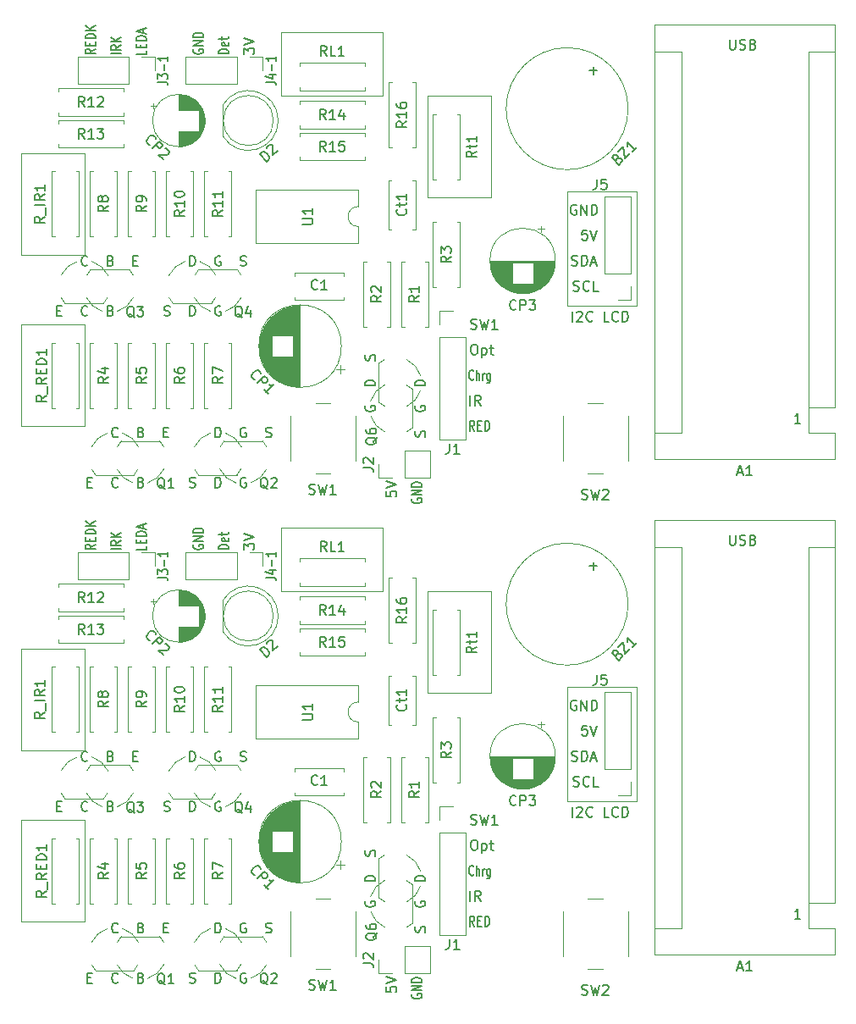
<source format=gto>
G04 #@! TF.GenerationSoftware,KiCad,Pcbnew,5.1.5-52549c5~84~ubuntu18.04.1*
G04 #@! TF.CreationDate,2020-07-07T10:06:49+09:00*
G04 #@! TF.ProjectId,PulseOximeterTHT_rev4B,50756c73-654f-4786-996d-657465725448,rev?*
G04 #@! TF.SameCoordinates,Original*
G04 #@! TF.FileFunction,Legend,Top*
G04 #@! TF.FilePolarity,Positive*
%FSLAX46Y46*%
G04 Gerber Fmt 4.6, Leading zero omitted, Abs format (unit mm)*
G04 Created by KiCad (PCBNEW 5.1.5-52549c5~84~ubuntu18.04.1) date 2020-07-07 10:06:49*
%MOMM*%
%LPD*%
G04 APERTURE LIST*
%ADD10C,0.150000*%
%ADD11C,0.120000*%
%ADD12C,1.702000*%
%ADD13R,1.702000X1.702000*%
%ADD14O,1.702000X1.702000*%
%ADD15O,1.802000X1.802000*%
%ADD16R,1.802000X1.802000*%
%ADD17C,2.102000*%
%ADD18R,1.602000X1.602000*%
%ADD19C,1.602000*%
%ADD20C,1.902000*%
%ADD21R,1.902000X1.902000*%
%ADD22C,4.102000*%
%ADD23R,2.102000X2.102000*%
G04 APERTURE END LIST*
D10*
X140241976Y-142644761D02*
X140384833Y-142692380D01*
X140622928Y-142692380D01*
X140718166Y-142644761D01*
X140765785Y-142597142D01*
X140813404Y-142501904D01*
X140813404Y-142406666D01*
X140765785Y-142311428D01*
X140718166Y-142263809D01*
X140622928Y-142216190D01*
X140432452Y-142168571D01*
X140337214Y-142120952D01*
X140289595Y-142073333D01*
X140241976Y-141978095D01*
X140241976Y-141882857D01*
X140289595Y-141787619D01*
X140337214Y-141740000D01*
X140432452Y-141692380D01*
X140670547Y-141692380D01*
X140813404Y-141740000D01*
X141146738Y-141692380D02*
X141384833Y-142692380D01*
X141575309Y-141978095D01*
X141765785Y-142692380D01*
X142003880Y-141692380D01*
X142908642Y-142692380D02*
X142337214Y-142692380D01*
X142622928Y-142692380D02*
X142622928Y-141692380D01*
X142527690Y-141835238D01*
X142432452Y-141930476D01*
X142337214Y-141978095D01*
X140480071Y-144232380D02*
X140670547Y-144232380D01*
X140765785Y-144280000D01*
X140861023Y-144375238D01*
X140908642Y-144565714D01*
X140908642Y-144899047D01*
X140861023Y-145089523D01*
X140765785Y-145184761D01*
X140670547Y-145232380D01*
X140480071Y-145232380D01*
X140384833Y-145184761D01*
X140289595Y-145089523D01*
X140241976Y-144899047D01*
X140241976Y-144565714D01*
X140289595Y-144375238D01*
X140384833Y-144280000D01*
X140480071Y-144232380D01*
X141337214Y-144565714D02*
X141337214Y-145565714D01*
X141337214Y-144613333D02*
X141432452Y-144565714D01*
X141622928Y-144565714D01*
X141718166Y-144613333D01*
X141765785Y-144660952D01*
X141813404Y-144756190D01*
X141813404Y-145041904D01*
X141765785Y-145137142D01*
X141718166Y-145184761D01*
X141622928Y-145232380D01*
X141432452Y-145232380D01*
X141337214Y-145184761D01*
X142099119Y-144565714D02*
X142480071Y-144565714D01*
X142241976Y-144232380D02*
X142241976Y-145089523D01*
X142289595Y-145184761D01*
X142384833Y-145232380D01*
X142480071Y-145232380D01*
X140491166Y-147677142D02*
X140457833Y-147724761D01*
X140357833Y-147772380D01*
X140291166Y-147772380D01*
X140191166Y-147724761D01*
X140124500Y-147629523D01*
X140091166Y-147534285D01*
X140057833Y-147343809D01*
X140057833Y-147200952D01*
X140091166Y-147010476D01*
X140124500Y-146915238D01*
X140191166Y-146820000D01*
X140291166Y-146772380D01*
X140357833Y-146772380D01*
X140457833Y-146820000D01*
X140491166Y-146867619D01*
X140791166Y-147772380D02*
X140791166Y-146772380D01*
X141091166Y-147772380D02*
X141091166Y-147248571D01*
X141057833Y-147153333D01*
X140991166Y-147105714D01*
X140891166Y-147105714D01*
X140824500Y-147153333D01*
X140791166Y-147200952D01*
X141424500Y-147772380D02*
X141424500Y-147105714D01*
X141424500Y-147296190D02*
X141457833Y-147200952D01*
X141491166Y-147153333D01*
X141557833Y-147105714D01*
X141624500Y-147105714D01*
X142157833Y-147105714D02*
X142157833Y-147915238D01*
X142124500Y-148010476D01*
X142091166Y-148058095D01*
X142024500Y-148105714D01*
X141924500Y-148105714D01*
X141857833Y-148058095D01*
X142157833Y-147724761D02*
X142091166Y-147772380D01*
X141957833Y-147772380D01*
X141891166Y-147724761D01*
X141857833Y-147677142D01*
X141824500Y-147581904D01*
X141824500Y-147296190D01*
X141857833Y-147200952D01*
X141891166Y-147153333D01*
X141957833Y-147105714D01*
X142091166Y-147105714D01*
X142157833Y-147153333D01*
X140572119Y-152852380D02*
X140305452Y-152376190D01*
X140114976Y-152852380D02*
X140114976Y-151852380D01*
X140419738Y-151852380D01*
X140495928Y-151900000D01*
X140534023Y-151947619D01*
X140572119Y-152042857D01*
X140572119Y-152185714D01*
X140534023Y-152280952D01*
X140495928Y-152328571D01*
X140419738Y-152376190D01*
X140114976Y-152376190D01*
X140914976Y-152328571D02*
X141181642Y-152328571D01*
X141295928Y-152852380D02*
X140914976Y-152852380D01*
X140914976Y-151852380D01*
X141295928Y-151852380D01*
X141638785Y-152852380D02*
X141638785Y-151852380D01*
X141829261Y-151852380D01*
X141943547Y-151900000D01*
X142019738Y-151995238D01*
X142057833Y-152090476D01*
X142095928Y-152280952D01*
X142095928Y-152423809D01*
X142057833Y-152614285D01*
X142019738Y-152709523D01*
X141943547Y-152804761D01*
X141829261Y-152852380D01*
X141638785Y-152852380D01*
X140162595Y-150312380D02*
X140162595Y-149312380D01*
X141210214Y-150312380D02*
X140876880Y-149836190D01*
X140638785Y-150312380D02*
X140638785Y-149312380D01*
X141019738Y-149312380D01*
X141114976Y-149360000D01*
X141162595Y-149407619D01*
X141210214Y-149502857D01*
X141210214Y-149645714D01*
X141162595Y-149740952D01*
X141114976Y-149788571D01*
X141019738Y-149836190D01*
X140638785Y-149836190D01*
D11*
X101600000Y-135255000D02*
X95250000Y-135255000D01*
X95250000Y-135255000D02*
X95250000Y-125095000D01*
X95250000Y-125095000D02*
X100965000Y-125095000D01*
X100965000Y-125095000D02*
X101600000Y-125095000D01*
X101600000Y-125095000D02*
X101600000Y-135255000D01*
X101600000Y-142240000D02*
X95250000Y-142240000D01*
X95250000Y-142240000D02*
X95250000Y-152400000D01*
X95250000Y-152400000D02*
X101600000Y-152400000D01*
X101600000Y-152400000D02*
X101600000Y-142240000D01*
D10*
X131786380Y-158926738D02*
X131786380Y-159402928D01*
X132262571Y-159450547D01*
X132214952Y-159402928D01*
X132167333Y-159307690D01*
X132167333Y-159069595D01*
X132214952Y-158974357D01*
X132262571Y-158926738D01*
X132357809Y-158879119D01*
X132595904Y-158879119D01*
X132691142Y-158926738D01*
X132738761Y-158974357D01*
X132786380Y-159069595D01*
X132786380Y-159307690D01*
X132738761Y-159402928D01*
X132691142Y-159450547D01*
X131786380Y-158593404D02*
X132786380Y-158260071D01*
X131786380Y-157926738D01*
X134374000Y-159660071D02*
X134326380Y-159736261D01*
X134326380Y-159850547D01*
X134374000Y-159964833D01*
X134469238Y-160041023D01*
X134564476Y-160079119D01*
X134754952Y-160117214D01*
X134897809Y-160117214D01*
X135088285Y-160079119D01*
X135183523Y-160041023D01*
X135278761Y-159964833D01*
X135326380Y-159850547D01*
X135326380Y-159774357D01*
X135278761Y-159660071D01*
X135231142Y-159621976D01*
X134897809Y-159621976D01*
X134897809Y-159774357D01*
X135326380Y-159279119D02*
X134326380Y-159279119D01*
X135326380Y-158821976D01*
X134326380Y-158821976D01*
X135326380Y-158441023D02*
X134326380Y-158441023D01*
X134326380Y-158250547D01*
X134374000Y-158136261D01*
X134469238Y-158060071D01*
X134564476Y-158021976D01*
X134754952Y-157983880D01*
X134897809Y-157983880D01*
X135088285Y-158021976D01*
X135183523Y-158060071D01*
X135278761Y-158136261D01*
X135326380Y-158250547D01*
X135326380Y-158441023D01*
D11*
X131445000Y-113030000D02*
X131445000Y-119380000D01*
X121285000Y-113030000D02*
X131445000Y-113030000D01*
X121285000Y-113665000D02*
X121285000Y-113030000D01*
X121285000Y-119380000D02*
X121285000Y-113665000D01*
X131445000Y-119380000D02*
X121285000Y-119380000D01*
D10*
X117562380Y-115202641D02*
X117562380Y-114583594D01*
X117943333Y-114916927D01*
X117943333Y-114774070D01*
X117990952Y-114678832D01*
X118038571Y-114631213D01*
X118133809Y-114583594D01*
X118371904Y-114583594D01*
X118467142Y-114631213D01*
X118514761Y-114678832D01*
X118562380Y-114774070D01*
X118562380Y-115059784D01*
X118514761Y-115155022D01*
X118467142Y-115202641D01*
X117562380Y-114297879D02*
X118562380Y-113964546D01*
X117562380Y-113631213D01*
X116022380Y-115155023D02*
X115022380Y-115155023D01*
X115022380Y-114964547D01*
X115070000Y-114850261D01*
X115165238Y-114774071D01*
X115260476Y-114735976D01*
X115450952Y-114697880D01*
X115593809Y-114697880D01*
X115784285Y-114735976D01*
X115879523Y-114774071D01*
X115974761Y-114850261D01*
X116022380Y-114964547D01*
X116022380Y-115155023D01*
X115974761Y-114050261D02*
X116022380Y-114126452D01*
X116022380Y-114278833D01*
X115974761Y-114355023D01*
X115879523Y-114393119D01*
X115498571Y-114393119D01*
X115403333Y-114355023D01*
X115355714Y-114278833D01*
X115355714Y-114126452D01*
X115403333Y-114050261D01*
X115498571Y-114012166D01*
X115593809Y-114012166D01*
X115689047Y-114393119D01*
X115355714Y-113783595D02*
X115355714Y-113478833D01*
X115022380Y-113669309D02*
X115879523Y-113669309D01*
X115974761Y-113631214D01*
X116022380Y-113555023D01*
X116022380Y-113478833D01*
X112530000Y-114735976D02*
X112482380Y-114812166D01*
X112482380Y-114926452D01*
X112530000Y-115040738D01*
X112625238Y-115116928D01*
X112720476Y-115155023D01*
X112910952Y-115193119D01*
X113053809Y-115193119D01*
X113244285Y-115155023D01*
X113339523Y-115116928D01*
X113434761Y-115040738D01*
X113482380Y-114926452D01*
X113482380Y-114850261D01*
X113434761Y-114735976D01*
X113387142Y-114697880D01*
X113053809Y-114697880D01*
X113053809Y-114850261D01*
X113482380Y-114355023D02*
X112482380Y-114355023D01*
X113482380Y-113897880D01*
X112482380Y-113897880D01*
X113482380Y-113516928D02*
X112482380Y-113516928D01*
X112482380Y-113326452D01*
X112530000Y-113212166D01*
X112625238Y-113135976D01*
X112720476Y-113097880D01*
X112910952Y-113059785D01*
X113053809Y-113059785D01*
X113244285Y-113097880D01*
X113339523Y-113135976D01*
X113434761Y-113212166D01*
X113482380Y-113326452D01*
X113482380Y-113516928D01*
X107767380Y-114841072D02*
X107767380Y-115222024D01*
X106767380Y-115222024D01*
X107243571Y-114574405D02*
X107243571Y-114307739D01*
X107767380Y-114193453D02*
X107767380Y-114574405D01*
X106767380Y-114574405D01*
X106767380Y-114193453D01*
X107767380Y-113850596D02*
X106767380Y-113850596D01*
X106767380Y-113660120D01*
X106815000Y-113545834D01*
X106910238Y-113469643D01*
X107005476Y-113431548D01*
X107195952Y-113393453D01*
X107338809Y-113393453D01*
X107529285Y-113431548D01*
X107624523Y-113469643D01*
X107719761Y-113545834D01*
X107767380Y-113660120D01*
X107767380Y-113850596D01*
X107481666Y-113088691D02*
X107481666Y-112707739D01*
X107767380Y-113164881D02*
X106767380Y-112898215D01*
X107767380Y-112631548D01*
X105227380Y-115155023D02*
X104227380Y-115155023D01*
X105227380Y-114316928D02*
X104751190Y-114583595D01*
X105227380Y-114774071D02*
X104227380Y-114774071D01*
X104227380Y-114469309D01*
X104275000Y-114393119D01*
X104322619Y-114355023D01*
X104417857Y-114316928D01*
X104560714Y-114316928D01*
X104655952Y-114355023D01*
X104703571Y-114393119D01*
X104751190Y-114469309D01*
X104751190Y-114774071D01*
X105227380Y-113974071D02*
X104227380Y-113974071D01*
X105227380Y-113516928D02*
X104655952Y-113859785D01*
X104227380Y-113516928D02*
X104798809Y-113974071D01*
X102687380Y-114697880D02*
X102211190Y-114964547D01*
X102687380Y-115155023D02*
X101687380Y-115155023D01*
X101687380Y-114850261D01*
X101735000Y-114774071D01*
X101782619Y-114735976D01*
X101877857Y-114697880D01*
X102020714Y-114697880D01*
X102115952Y-114735976D01*
X102163571Y-114774071D01*
X102211190Y-114850261D01*
X102211190Y-115155023D01*
X102163571Y-114355023D02*
X102163571Y-114088357D01*
X102687380Y-113974071D02*
X102687380Y-114355023D01*
X101687380Y-114355023D01*
X101687380Y-113974071D01*
X102687380Y-113631214D02*
X101687380Y-113631214D01*
X101687380Y-113440738D01*
X101735000Y-113326452D01*
X101830238Y-113250261D01*
X101925476Y-113212166D01*
X102115952Y-113174071D01*
X102258809Y-113174071D01*
X102449285Y-113212166D01*
X102544523Y-113250261D01*
X102639761Y-113326452D01*
X102687380Y-113440738D01*
X102687380Y-113631214D01*
X102687380Y-112831214D02*
X101687380Y-112831214D01*
X102687380Y-112374071D02*
X102115952Y-112716928D01*
X101687380Y-112374071D02*
X102258809Y-112831214D01*
D11*
X135890000Y-129540000D02*
X135890000Y-119380000D01*
X142240000Y-129540000D02*
X135890000Y-129540000D01*
X142240000Y-119380000D02*
X142240000Y-129540000D01*
X135890000Y-119380000D02*
X142240000Y-119380000D01*
D10*
X150493071Y-138834761D02*
X150635928Y-138882380D01*
X150874023Y-138882380D01*
X150969261Y-138834761D01*
X151016880Y-138787142D01*
X151064500Y-138691904D01*
X151064500Y-138596666D01*
X151016880Y-138501428D01*
X150969261Y-138453809D01*
X150874023Y-138406190D01*
X150683547Y-138358571D01*
X150588309Y-138310952D01*
X150540690Y-138263333D01*
X150493071Y-138168095D01*
X150493071Y-138072857D01*
X150540690Y-137977619D01*
X150588309Y-137930000D01*
X150683547Y-137882380D01*
X150921642Y-137882380D01*
X151064500Y-137930000D01*
X152064500Y-138787142D02*
X152016880Y-138834761D01*
X151874023Y-138882380D01*
X151778785Y-138882380D01*
X151635928Y-138834761D01*
X151540690Y-138739523D01*
X151493071Y-138644285D01*
X151445452Y-138453809D01*
X151445452Y-138310952D01*
X151493071Y-138120476D01*
X151540690Y-138025238D01*
X151635928Y-137930000D01*
X151778785Y-137882380D01*
X151874023Y-137882380D01*
X152016880Y-137930000D01*
X152064500Y-137977619D01*
X152969261Y-138882380D02*
X152493071Y-138882380D01*
X152493071Y-137882380D01*
X150318452Y-136294761D02*
X150461309Y-136342380D01*
X150699404Y-136342380D01*
X150794642Y-136294761D01*
X150842261Y-136247142D01*
X150889880Y-136151904D01*
X150889880Y-136056666D01*
X150842261Y-135961428D01*
X150794642Y-135913809D01*
X150699404Y-135866190D01*
X150508928Y-135818571D01*
X150413690Y-135770952D01*
X150366071Y-135723333D01*
X150318452Y-135628095D01*
X150318452Y-135532857D01*
X150366071Y-135437619D01*
X150413690Y-135390000D01*
X150508928Y-135342380D01*
X150747023Y-135342380D01*
X150889880Y-135390000D01*
X151318452Y-136342380D02*
X151318452Y-135342380D01*
X151556547Y-135342380D01*
X151699404Y-135390000D01*
X151794642Y-135485238D01*
X151842261Y-135580476D01*
X151889880Y-135770952D01*
X151889880Y-135913809D01*
X151842261Y-136104285D01*
X151794642Y-136199523D01*
X151699404Y-136294761D01*
X151556547Y-136342380D01*
X151318452Y-136342380D01*
X152270833Y-136056666D02*
X152747023Y-136056666D01*
X152175595Y-136342380D02*
X152508928Y-135342380D01*
X152842261Y-136342380D01*
X151842261Y-132802380D02*
X151366071Y-132802380D01*
X151318452Y-133278571D01*
X151366071Y-133230952D01*
X151461309Y-133183333D01*
X151699404Y-133183333D01*
X151794642Y-133230952D01*
X151842261Y-133278571D01*
X151889880Y-133373809D01*
X151889880Y-133611904D01*
X151842261Y-133707142D01*
X151794642Y-133754761D01*
X151699404Y-133802380D01*
X151461309Y-133802380D01*
X151366071Y-133754761D01*
X151318452Y-133707142D01*
X152175595Y-132802380D02*
X152508928Y-133802380D01*
X152842261Y-132802380D01*
X150778785Y-130310000D02*
X150683547Y-130262380D01*
X150540690Y-130262380D01*
X150397833Y-130310000D01*
X150302595Y-130405238D01*
X150254976Y-130500476D01*
X150207357Y-130690952D01*
X150207357Y-130833809D01*
X150254976Y-131024285D01*
X150302595Y-131119523D01*
X150397833Y-131214761D01*
X150540690Y-131262380D01*
X150635928Y-131262380D01*
X150778785Y-131214761D01*
X150826404Y-131167142D01*
X150826404Y-130833809D01*
X150635928Y-130833809D01*
X151254976Y-131262380D02*
X151254976Y-130262380D01*
X151826404Y-131262380D01*
X151826404Y-130262380D01*
X152302595Y-131262380D02*
X152302595Y-130262380D01*
X152540690Y-130262380D01*
X152683547Y-130310000D01*
X152778785Y-130405238D01*
X152826404Y-130500476D01*
X152874023Y-130690952D01*
X152874023Y-130833809D01*
X152826404Y-131024285D01*
X152778785Y-131119523D01*
X152683547Y-131214761D01*
X152540690Y-131262380D01*
X152302595Y-131262380D01*
D11*
X149860000Y-128905000D02*
X156845000Y-128905000D01*
X156845000Y-128905000D02*
X156845000Y-140335000D01*
X156845000Y-140335000D02*
X149860000Y-140335000D01*
D10*
X150400095Y-141930380D02*
X150400095Y-140930380D01*
X150828666Y-141025619D02*
X150876285Y-140978000D01*
X150971523Y-140930380D01*
X151209619Y-140930380D01*
X151304857Y-140978000D01*
X151352476Y-141025619D01*
X151400095Y-141120857D01*
X151400095Y-141216095D01*
X151352476Y-141358952D01*
X150781047Y-141930380D01*
X151400095Y-141930380D01*
X152400095Y-141835142D02*
X152352476Y-141882761D01*
X152209619Y-141930380D01*
X152114380Y-141930380D01*
X151971523Y-141882761D01*
X151876285Y-141787523D01*
X151828666Y-141692285D01*
X151781047Y-141501809D01*
X151781047Y-141358952D01*
X151828666Y-141168476D01*
X151876285Y-141073238D01*
X151971523Y-140978000D01*
X152114380Y-140930380D01*
X152209619Y-140930380D01*
X152352476Y-140978000D01*
X152400095Y-141025619D01*
X154066761Y-141930380D02*
X153590571Y-141930380D01*
X153590571Y-140930380D01*
X154971523Y-141835142D02*
X154923904Y-141882761D01*
X154781047Y-141930380D01*
X154685809Y-141930380D01*
X154542952Y-141882761D01*
X154447714Y-141787523D01*
X154400095Y-141692285D01*
X154352476Y-141501809D01*
X154352476Y-141358952D01*
X154400095Y-141168476D01*
X154447714Y-141073238D01*
X154542952Y-140978000D01*
X154685809Y-140930380D01*
X154781047Y-140930380D01*
X154923904Y-140978000D01*
X154971523Y-141025619D01*
X155400095Y-141930380D02*
X155400095Y-140930380D01*
X155638190Y-140930380D01*
X155781047Y-140978000D01*
X155876285Y-141073238D01*
X155923904Y-141168476D01*
X155971523Y-141358952D01*
X155971523Y-141501809D01*
X155923904Y-141692285D01*
X155876285Y-141787523D01*
X155781047Y-141882761D01*
X155638190Y-141930380D01*
X155400095Y-141930380D01*
X173194023Y-152090380D02*
X172622595Y-152090380D01*
X172908309Y-152090380D02*
X172908309Y-151090380D01*
X172813071Y-151233238D01*
X172717833Y-151328476D01*
X172622595Y-151376095D01*
D11*
X149860000Y-140335000D02*
X149860000Y-128905000D01*
D10*
X166124095Y-113752380D02*
X166124095Y-114561904D01*
X166171714Y-114657142D01*
X166219333Y-114704761D01*
X166314571Y-114752380D01*
X166505047Y-114752380D01*
X166600285Y-114704761D01*
X166647904Y-114657142D01*
X166695523Y-114561904D01*
X166695523Y-113752380D01*
X167124095Y-114704761D02*
X167266952Y-114752380D01*
X167505047Y-114752380D01*
X167600285Y-114704761D01*
X167647904Y-114657142D01*
X167695523Y-114561904D01*
X167695523Y-114466666D01*
X167647904Y-114371428D01*
X167600285Y-114323809D01*
X167505047Y-114276190D01*
X167314571Y-114228571D01*
X167219333Y-114180952D01*
X167171714Y-114133333D01*
X167124095Y-114038095D01*
X167124095Y-113942857D01*
X167171714Y-113847619D01*
X167219333Y-113800000D01*
X167314571Y-113752380D01*
X167552666Y-113752380D01*
X167695523Y-113800000D01*
X168457428Y-114228571D02*
X168600285Y-114276190D01*
X168647904Y-114323809D01*
X168695523Y-114419047D01*
X168695523Y-114561904D01*
X168647904Y-114657142D01*
X168600285Y-114704761D01*
X168505047Y-114752380D01*
X168124095Y-114752380D01*
X168124095Y-113752380D01*
X168457428Y-113752380D01*
X168552666Y-113800000D01*
X168600285Y-113847619D01*
X168647904Y-113942857D01*
X168647904Y-114038095D01*
X168600285Y-114133333D01*
X168552666Y-114180952D01*
X168457428Y-114228571D01*
X168124095Y-114228571D01*
X166124095Y-64222380D02*
X166124095Y-65031904D01*
X166171714Y-65127142D01*
X166219333Y-65174761D01*
X166314571Y-65222380D01*
X166505047Y-65222380D01*
X166600285Y-65174761D01*
X166647904Y-65127142D01*
X166695523Y-65031904D01*
X166695523Y-64222380D01*
X167124095Y-65174761D02*
X167266952Y-65222380D01*
X167505047Y-65222380D01*
X167600285Y-65174761D01*
X167647904Y-65127142D01*
X167695523Y-65031904D01*
X167695523Y-64936666D01*
X167647904Y-64841428D01*
X167600285Y-64793809D01*
X167505047Y-64746190D01*
X167314571Y-64698571D01*
X167219333Y-64650952D01*
X167171714Y-64603333D01*
X167124095Y-64508095D01*
X167124095Y-64412857D01*
X167171714Y-64317619D01*
X167219333Y-64270000D01*
X167314571Y-64222380D01*
X167552666Y-64222380D01*
X167695523Y-64270000D01*
X168457428Y-64698571D02*
X168600285Y-64746190D01*
X168647904Y-64793809D01*
X168695523Y-64889047D01*
X168695523Y-65031904D01*
X168647904Y-65127142D01*
X168600285Y-65174761D01*
X168505047Y-65222380D01*
X168124095Y-65222380D01*
X168124095Y-64222380D01*
X168457428Y-64222380D01*
X168552666Y-64270000D01*
X168600285Y-64317619D01*
X168647904Y-64412857D01*
X168647904Y-64508095D01*
X168600285Y-64603333D01*
X168552666Y-64650952D01*
X168457428Y-64698571D01*
X168124095Y-64698571D01*
X173194023Y-102560380D02*
X172622595Y-102560380D01*
X172908309Y-102560380D02*
X172908309Y-101560380D01*
X172813071Y-101703238D01*
X172717833Y-101798476D01*
X172622595Y-101846095D01*
X150400095Y-92400380D02*
X150400095Y-91400380D01*
X150828666Y-91495619D02*
X150876285Y-91448000D01*
X150971523Y-91400380D01*
X151209619Y-91400380D01*
X151304857Y-91448000D01*
X151352476Y-91495619D01*
X151400095Y-91590857D01*
X151400095Y-91686095D01*
X151352476Y-91828952D01*
X150781047Y-92400380D01*
X151400095Y-92400380D01*
X152400095Y-92305142D02*
X152352476Y-92352761D01*
X152209619Y-92400380D01*
X152114380Y-92400380D01*
X151971523Y-92352761D01*
X151876285Y-92257523D01*
X151828666Y-92162285D01*
X151781047Y-91971809D01*
X151781047Y-91828952D01*
X151828666Y-91638476D01*
X151876285Y-91543238D01*
X151971523Y-91448000D01*
X152114380Y-91400380D01*
X152209619Y-91400380D01*
X152352476Y-91448000D01*
X152400095Y-91495619D01*
X154066761Y-92400380D02*
X153590571Y-92400380D01*
X153590571Y-91400380D01*
X154971523Y-92305142D02*
X154923904Y-92352761D01*
X154781047Y-92400380D01*
X154685809Y-92400380D01*
X154542952Y-92352761D01*
X154447714Y-92257523D01*
X154400095Y-92162285D01*
X154352476Y-91971809D01*
X154352476Y-91828952D01*
X154400095Y-91638476D01*
X154447714Y-91543238D01*
X154542952Y-91448000D01*
X154685809Y-91400380D01*
X154781047Y-91400380D01*
X154923904Y-91448000D01*
X154971523Y-91495619D01*
X155400095Y-92400380D02*
X155400095Y-91400380D01*
X155638190Y-91400380D01*
X155781047Y-91448000D01*
X155876285Y-91543238D01*
X155923904Y-91638476D01*
X155971523Y-91828952D01*
X155971523Y-91971809D01*
X155923904Y-92162285D01*
X155876285Y-92257523D01*
X155781047Y-92352761D01*
X155638190Y-92400380D01*
X155400095Y-92400380D01*
D11*
X149860000Y-90805000D02*
X149860000Y-79375000D01*
X156845000Y-90805000D02*
X149860000Y-90805000D01*
X156845000Y-79375000D02*
X156845000Y-90805000D01*
X149860000Y-79375000D02*
X156845000Y-79375000D01*
D10*
X150778785Y-80780000D02*
X150683547Y-80732380D01*
X150540690Y-80732380D01*
X150397833Y-80780000D01*
X150302595Y-80875238D01*
X150254976Y-80970476D01*
X150207357Y-81160952D01*
X150207357Y-81303809D01*
X150254976Y-81494285D01*
X150302595Y-81589523D01*
X150397833Y-81684761D01*
X150540690Y-81732380D01*
X150635928Y-81732380D01*
X150778785Y-81684761D01*
X150826404Y-81637142D01*
X150826404Y-81303809D01*
X150635928Y-81303809D01*
X151254976Y-81732380D02*
X151254976Y-80732380D01*
X151826404Y-81732380D01*
X151826404Y-80732380D01*
X152302595Y-81732380D02*
X152302595Y-80732380D01*
X152540690Y-80732380D01*
X152683547Y-80780000D01*
X152778785Y-80875238D01*
X152826404Y-80970476D01*
X152874023Y-81160952D01*
X152874023Y-81303809D01*
X152826404Y-81494285D01*
X152778785Y-81589523D01*
X152683547Y-81684761D01*
X152540690Y-81732380D01*
X152302595Y-81732380D01*
X151842261Y-83272380D02*
X151366071Y-83272380D01*
X151318452Y-83748571D01*
X151366071Y-83700952D01*
X151461309Y-83653333D01*
X151699404Y-83653333D01*
X151794642Y-83700952D01*
X151842261Y-83748571D01*
X151889880Y-83843809D01*
X151889880Y-84081904D01*
X151842261Y-84177142D01*
X151794642Y-84224761D01*
X151699404Y-84272380D01*
X151461309Y-84272380D01*
X151366071Y-84224761D01*
X151318452Y-84177142D01*
X152175595Y-83272380D02*
X152508928Y-84272380D01*
X152842261Y-83272380D01*
X150318452Y-86764761D02*
X150461309Y-86812380D01*
X150699404Y-86812380D01*
X150794642Y-86764761D01*
X150842261Y-86717142D01*
X150889880Y-86621904D01*
X150889880Y-86526666D01*
X150842261Y-86431428D01*
X150794642Y-86383809D01*
X150699404Y-86336190D01*
X150508928Y-86288571D01*
X150413690Y-86240952D01*
X150366071Y-86193333D01*
X150318452Y-86098095D01*
X150318452Y-86002857D01*
X150366071Y-85907619D01*
X150413690Y-85860000D01*
X150508928Y-85812380D01*
X150747023Y-85812380D01*
X150889880Y-85860000D01*
X151318452Y-86812380D02*
X151318452Y-85812380D01*
X151556547Y-85812380D01*
X151699404Y-85860000D01*
X151794642Y-85955238D01*
X151842261Y-86050476D01*
X151889880Y-86240952D01*
X151889880Y-86383809D01*
X151842261Y-86574285D01*
X151794642Y-86669523D01*
X151699404Y-86764761D01*
X151556547Y-86812380D01*
X151318452Y-86812380D01*
X152270833Y-86526666D02*
X152747023Y-86526666D01*
X152175595Y-86812380D02*
X152508928Y-85812380D01*
X152842261Y-86812380D01*
X150493071Y-89304761D02*
X150635928Y-89352380D01*
X150874023Y-89352380D01*
X150969261Y-89304761D01*
X151016880Y-89257142D01*
X151064500Y-89161904D01*
X151064500Y-89066666D01*
X151016880Y-88971428D01*
X150969261Y-88923809D01*
X150874023Y-88876190D01*
X150683547Y-88828571D01*
X150588309Y-88780952D01*
X150540690Y-88733333D01*
X150493071Y-88638095D01*
X150493071Y-88542857D01*
X150540690Y-88447619D01*
X150588309Y-88400000D01*
X150683547Y-88352380D01*
X150921642Y-88352380D01*
X151064500Y-88400000D01*
X152064500Y-89257142D02*
X152016880Y-89304761D01*
X151874023Y-89352380D01*
X151778785Y-89352380D01*
X151635928Y-89304761D01*
X151540690Y-89209523D01*
X151493071Y-89114285D01*
X151445452Y-88923809D01*
X151445452Y-88780952D01*
X151493071Y-88590476D01*
X151540690Y-88495238D01*
X151635928Y-88400000D01*
X151778785Y-88352380D01*
X151874023Y-88352380D01*
X152016880Y-88400000D01*
X152064500Y-88447619D01*
X152969261Y-89352380D02*
X152493071Y-89352380D01*
X152493071Y-88352380D01*
D11*
X135890000Y-69850000D02*
X142240000Y-69850000D01*
X142240000Y-69850000D02*
X142240000Y-80010000D01*
X142240000Y-80010000D02*
X135890000Y-80010000D01*
X135890000Y-80010000D02*
X135890000Y-69850000D01*
D10*
X102687380Y-65167880D02*
X102211190Y-65434547D01*
X102687380Y-65625023D02*
X101687380Y-65625023D01*
X101687380Y-65320261D01*
X101735000Y-65244071D01*
X101782619Y-65205976D01*
X101877857Y-65167880D01*
X102020714Y-65167880D01*
X102115952Y-65205976D01*
X102163571Y-65244071D01*
X102211190Y-65320261D01*
X102211190Y-65625023D01*
X102163571Y-64825023D02*
X102163571Y-64558357D01*
X102687380Y-64444071D02*
X102687380Y-64825023D01*
X101687380Y-64825023D01*
X101687380Y-64444071D01*
X102687380Y-64101214D02*
X101687380Y-64101214D01*
X101687380Y-63910738D01*
X101735000Y-63796452D01*
X101830238Y-63720261D01*
X101925476Y-63682166D01*
X102115952Y-63644071D01*
X102258809Y-63644071D01*
X102449285Y-63682166D01*
X102544523Y-63720261D01*
X102639761Y-63796452D01*
X102687380Y-63910738D01*
X102687380Y-64101214D01*
X102687380Y-63301214D02*
X101687380Y-63301214D01*
X102687380Y-62844071D02*
X102115952Y-63186928D01*
X101687380Y-62844071D02*
X102258809Y-63301214D01*
X105227380Y-65625023D02*
X104227380Y-65625023D01*
X105227380Y-64786928D02*
X104751190Y-65053595D01*
X105227380Y-65244071D02*
X104227380Y-65244071D01*
X104227380Y-64939309D01*
X104275000Y-64863119D01*
X104322619Y-64825023D01*
X104417857Y-64786928D01*
X104560714Y-64786928D01*
X104655952Y-64825023D01*
X104703571Y-64863119D01*
X104751190Y-64939309D01*
X104751190Y-65244071D01*
X105227380Y-64444071D02*
X104227380Y-64444071D01*
X105227380Y-63986928D02*
X104655952Y-64329785D01*
X104227380Y-63986928D02*
X104798809Y-64444071D01*
X107767380Y-65311072D02*
X107767380Y-65692024D01*
X106767380Y-65692024D01*
X107243571Y-65044405D02*
X107243571Y-64777739D01*
X107767380Y-64663453D02*
X107767380Y-65044405D01*
X106767380Y-65044405D01*
X106767380Y-64663453D01*
X107767380Y-64320596D02*
X106767380Y-64320596D01*
X106767380Y-64130120D01*
X106815000Y-64015834D01*
X106910238Y-63939643D01*
X107005476Y-63901548D01*
X107195952Y-63863453D01*
X107338809Y-63863453D01*
X107529285Y-63901548D01*
X107624523Y-63939643D01*
X107719761Y-64015834D01*
X107767380Y-64130120D01*
X107767380Y-64320596D01*
X107481666Y-63558691D02*
X107481666Y-63177739D01*
X107767380Y-63634881D02*
X106767380Y-63368215D01*
X107767380Y-63101548D01*
X112530000Y-65205976D02*
X112482380Y-65282166D01*
X112482380Y-65396452D01*
X112530000Y-65510738D01*
X112625238Y-65586928D01*
X112720476Y-65625023D01*
X112910952Y-65663119D01*
X113053809Y-65663119D01*
X113244285Y-65625023D01*
X113339523Y-65586928D01*
X113434761Y-65510738D01*
X113482380Y-65396452D01*
X113482380Y-65320261D01*
X113434761Y-65205976D01*
X113387142Y-65167880D01*
X113053809Y-65167880D01*
X113053809Y-65320261D01*
X113482380Y-64825023D02*
X112482380Y-64825023D01*
X113482380Y-64367880D01*
X112482380Y-64367880D01*
X113482380Y-63986928D02*
X112482380Y-63986928D01*
X112482380Y-63796452D01*
X112530000Y-63682166D01*
X112625238Y-63605976D01*
X112720476Y-63567880D01*
X112910952Y-63529785D01*
X113053809Y-63529785D01*
X113244285Y-63567880D01*
X113339523Y-63605976D01*
X113434761Y-63682166D01*
X113482380Y-63796452D01*
X113482380Y-63986928D01*
X116022380Y-65625023D02*
X115022380Y-65625023D01*
X115022380Y-65434547D01*
X115070000Y-65320261D01*
X115165238Y-65244071D01*
X115260476Y-65205976D01*
X115450952Y-65167880D01*
X115593809Y-65167880D01*
X115784285Y-65205976D01*
X115879523Y-65244071D01*
X115974761Y-65320261D01*
X116022380Y-65434547D01*
X116022380Y-65625023D01*
X115974761Y-64520261D02*
X116022380Y-64596452D01*
X116022380Y-64748833D01*
X115974761Y-64825023D01*
X115879523Y-64863119D01*
X115498571Y-64863119D01*
X115403333Y-64825023D01*
X115355714Y-64748833D01*
X115355714Y-64596452D01*
X115403333Y-64520261D01*
X115498571Y-64482166D01*
X115593809Y-64482166D01*
X115689047Y-64863119D01*
X115355714Y-64253595D02*
X115355714Y-63948833D01*
X115022380Y-64139309D02*
X115879523Y-64139309D01*
X115974761Y-64101214D01*
X116022380Y-64025023D01*
X116022380Y-63948833D01*
X117562380Y-65672641D02*
X117562380Y-65053594D01*
X117943333Y-65386927D01*
X117943333Y-65244070D01*
X117990952Y-65148832D01*
X118038571Y-65101213D01*
X118133809Y-65053594D01*
X118371904Y-65053594D01*
X118467142Y-65101213D01*
X118514761Y-65148832D01*
X118562380Y-65244070D01*
X118562380Y-65529784D01*
X118514761Y-65625022D01*
X118467142Y-65672641D01*
X117562380Y-64767879D02*
X118562380Y-64434546D01*
X117562380Y-64101213D01*
D11*
X131445000Y-69850000D02*
X121285000Y-69850000D01*
X121285000Y-69850000D02*
X121285000Y-64135000D01*
X121285000Y-64135000D02*
X121285000Y-63500000D01*
X121285000Y-63500000D02*
X131445000Y-63500000D01*
X131445000Y-63500000D02*
X131445000Y-69850000D01*
D10*
X134374000Y-110130071D02*
X134326380Y-110206261D01*
X134326380Y-110320547D01*
X134374000Y-110434833D01*
X134469238Y-110511023D01*
X134564476Y-110549119D01*
X134754952Y-110587214D01*
X134897809Y-110587214D01*
X135088285Y-110549119D01*
X135183523Y-110511023D01*
X135278761Y-110434833D01*
X135326380Y-110320547D01*
X135326380Y-110244357D01*
X135278761Y-110130071D01*
X135231142Y-110091976D01*
X134897809Y-110091976D01*
X134897809Y-110244357D01*
X135326380Y-109749119D02*
X134326380Y-109749119D01*
X135326380Y-109291976D01*
X134326380Y-109291976D01*
X135326380Y-108911023D02*
X134326380Y-108911023D01*
X134326380Y-108720547D01*
X134374000Y-108606261D01*
X134469238Y-108530071D01*
X134564476Y-108491976D01*
X134754952Y-108453880D01*
X134897809Y-108453880D01*
X135088285Y-108491976D01*
X135183523Y-108530071D01*
X135278761Y-108606261D01*
X135326380Y-108720547D01*
X135326380Y-108911023D01*
X131786380Y-109396738D02*
X131786380Y-109872928D01*
X132262571Y-109920547D01*
X132214952Y-109872928D01*
X132167333Y-109777690D01*
X132167333Y-109539595D01*
X132214952Y-109444357D01*
X132262571Y-109396738D01*
X132357809Y-109349119D01*
X132595904Y-109349119D01*
X132691142Y-109396738D01*
X132738761Y-109444357D01*
X132786380Y-109539595D01*
X132786380Y-109777690D01*
X132738761Y-109872928D01*
X132691142Y-109920547D01*
X131786380Y-109063404D02*
X132786380Y-108730071D01*
X131786380Y-108396738D01*
D11*
X101600000Y-102870000D02*
X101600000Y-92710000D01*
X95250000Y-102870000D02*
X101600000Y-102870000D01*
X95250000Y-92710000D02*
X95250000Y-102870000D01*
X101600000Y-92710000D02*
X95250000Y-92710000D01*
X101600000Y-75565000D02*
X101600000Y-85725000D01*
X100965000Y-75565000D02*
X101600000Y-75565000D01*
X95250000Y-75565000D02*
X100965000Y-75565000D01*
X95250000Y-85725000D02*
X95250000Y-75565000D01*
X101600000Y-85725000D02*
X95250000Y-85725000D01*
D10*
X140162595Y-100782380D02*
X140162595Y-99782380D01*
X141210214Y-100782380D02*
X140876880Y-100306190D01*
X140638785Y-100782380D02*
X140638785Y-99782380D01*
X141019738Y-99782380D01*
X141114976Y-99830000D01*
X141162595Y-99877619D01*
X141210214Y-99972857D01*
X141210214Y-100115714D01*
X141162595Y-100210952D01*
X141114976Y-100258571D01*
X141019738Y-100306190D01*
X140638785Y-100306190D01*
X140572119Y-103322380D02*
X140305452Y-102846190D01*
X140114976Y-103322380D02*
X140114976Y-102322380D01*
X140419738Y-102322380D01*
X140495928Y-102370000D01*
X140534023Y-102417619D01*
X140572119Y-102512857D01*
X140572119Y-102655714D01*
X140534023Y-102750952D01*
X140495928Y-102798571D01*
X140419738Y-102846190D01*
X140114976Y-102846190D01*
X140914976Y-102798571D02*
X141181642Y-102798571D01*
X141295928Y-103322380D02*
X140914976Y-103322380D01*
X140914976Y-102322380D01*
X141295928Y-102322380D01*
X141638785Y-103322380D02*
X141638785Y-102322380D01*
X141829261Y-102322380D01*
X141943547Y-102370000D01*
X142019738Y-102465238D01*
X142057833Y-102560476D01*
X142095928Y-102750952D01*
X142095928Y-102893809D01*
X142057833Y-103084285D01*
X142019738Y-103179523D01*
X141943547Y-103274761D01*
X141829261Y-103322380D01*
X141638785Y-103322380D01*
X140491166Y-98147142D02*
X140457833Y-98194761D01*
X140357833Y-98242380D01*
X140291166Y-98242380D01*
X140191166Y-98194761D01*
X140124500Y-98099523D01*
X140091166Y-98004285D01*
X140057833Y-97813809D01*
X140057833Y-97670952D01*
X140091166Y-97480476D01*
X140124500Y-97385238D01*
X140191166Y-97290000D01*
X140291166Y-97242380D01*
X140357833Y-97242380D01*
X140457833Y-97290000D01*
X140491166Y-97337619D01*
X140791166Y-98242380D02*
X140791166Y-97242380D01*
X141091166Y-98242380D02*
X141091166Y-97718571D01*
X141057833Y-97623333D01*
X140991166Y-97575714D01*
X140891166Y-97575714D01*
X140824500Y-97623333D01*
X140791166Y-97670952D01*
X141424500Y-98242380D02*
X141424500Y-97575714D01*
X141424500Y-97766190D02*
X141457833Y-97670952D01*
X141491166Y-97623333D01*
X141557833Y-97575714D01*
X141624500Y-97575714D01*
X142157833Y-97575714D02*
X142157833Y-98385238D01*
X142124500Y-98480476D01*
X142091166Y-98528095D01*
X142024500Y-98575714D01*
X141924500Y-98575714D01*
X141857833Y-98528095D01*
X142157833Y-98194761D02*
X142091166Y-98242380D01*
X141957833Y-98242380D01*
X141891166Y-98194761D01*
X141857833Y-98147142D01*
X141824500Y-98051904D01*
X141824500Y-97766190D01*
X141857833Y-97670952D01*
X141891166Y-97623333D01*
X141957833Y-97575714D01*
X142091166Y-97575714D01*
X142157833Y-97623333D01*
X140480071Y-94702380D02*
X140670547Y-94702380D01*
X140765785Y-94750000D01*
X140861023Y-94845238D01*
X140908642Y-95035714D01*
X140908642Y-95369047D01*
X140861023Y-95559523D01*
X140765785Y-95654761D01*
X140670547Y-95702380D01*
X140480071Y-95702380D01*
X140384833Y-95654761D01*
X140289595Y-95559523D01*
X140241976Y-95369047D01*
X140241976Y-95035714D01*
X140289595Y-94845238D01*
X140384833Y-94750000D01*
X140480071Y-94702380D01*
X141337214Y-95035714D02*
X141337214Y-96035714D01*
X141337214Y-95083333D02*
X141432452Y-95035714D01*
X141622928Y-95035714D01*
X141718166Y-95083333D01*
X141765785Y-95130952D01*
X141813404Y-95226190D01*
X141813404Y-95511904D01*
X141765785Y-95607142D01*
X141718166Y-95654761D01*
X141622928Y-95702380D01*
X141432452Y-95702380D01*
X141337214Y-95654761D01*
X142099119Y-95035714D02*
X142480071Y-95035714D01*
X142241976Y-94702380D02*
X142241976Y-95559523D01*
X142289595Y-95654761D01*
X142384833Y-95702380D01*
X142480071Y-95702380D01*
X140241976Y-93114761D02*
X140384833Y-93162380D01*
X140622928Y-93162380D01*
X140718166Y-93114761D01*
X140765785Y-93067142D01*
X140813404Y-92971904D01*
X140813404Y-92876666D01*
X140765785Y-92781428D01*
X140718166Y-92733809D01*
X140622928Y-92686190D01*
X140432452Y-92638571D01*
X140337214Y-92590952D01*
X140289595Y-92543333D01*
X140241976Y-92448095D01*
X140241976Y-92352857D01*
X140289595Y-92257619D01*
X140337214Y-92210000D01*
X140432452Y-92162380D01*
X140670547Y-92162380D01*
X140813404Y-92210000D01*
X141146738Y-92162380D02*
X141384833Y-93162380D01*
X141575309Y-92448095D01*
X141765785Y-93162380D01*
X142003880Y-92162380D01*
X142908642Y-93162380D02*
X142337214Y-93162380D01*
X142622928Y-93162380D02*
X142622928Y-92162380D01*
X142527690Y-92305238D01*
X142432452Y-92400476D01*
X142337214Y-92448095D01*
D11*
X147569000Y-132684759D02*
X146939000Y-132684759D01*
X147254000Y-132369759D02*
X147254000Y-132999759D01*
X145817000Y-139111000D02*
X145013000Y-139111000D01*
X146048000Y-139071000D02*
X144782000Y-139071000D01*
X146217000Y-139031000D02*
X144613000Y-139031000D01*
X146355000Y-138991000D02*
X144475000Y-138991000D01*
X146474000Y-138951000D02*
X144356000Y-138951000D01*
X146580000Y-138911000D02*
X144250000Y-138911000D01*
X146677000Y-138871000D02*
X144153000Y-138871000D01*
X146765000Y-138831000D02*
X144065000Y-138831000D01*
X146847000Y-138791000D02*
X143983000Y-138791000D01*
X146924000Y-138751000D02*
X143906000Y-138751000D01*
X146996000Y-138711000D02*
X143834000Y-138711000D01*
X147065000Y-138671000D02*
X143765000Y-138671000D01*
X147129000Y-138631000D02*
X143701000Y-138631000D01*
X147191000Y-138591000D02*
X143639000Y-138591000D01*
X147249000Y-138551000D02*
X143581000Y-138551000D01*
X147305000Y-138511000D02*
X143525000Y-138511000D01*
X147359000Y-138471000D02*
X143471000Y-138471000D01*
X147410000Y-138431000D02*
X143420000Y-138431000D01*
X147459000Y-138391000D02*
X143371000Y-138391000D01*
X147507000Y-138351000D02*
X143323000Y-138351000D01*
X147552000Y-138311000D02*
X143278000Y-138311000D01*
X147597000Y-138271000D02*
X143233000Y-138271000D01*
X147639000Y-138231000D02*
X143191000Y-138231000D01*
X147680000Y-138191000D02*
X143150000Y-138191000D01*
X144375000Y-138151000D02*
X143110000Y-138151000D01*
X147720000Y-138151000D02*
X146455000Y-138151000D01*
X144375000Y-138111000D02*
X143072000Y-138111000D01*
X147758000Y-138111000D02*
X146455000Y-138111000D01*
X144375000Y-138071000D02*
X143035000Y-138071000D01*
X147795000Y-138071000D02*
X146455000Y-138071000D01*
X144375000Y-138031000D02*
X142999000Y-138031000D01*
X147831000Y-138031000D02*
X146455000Y-138031000D01*
X144375000Y-137991000D02*
X142965000Y-137991000D01*
X147865000Y-137991000D02*
X146455000Y-137991000D01*
X144375000Y-137951000D02*
X142931000Y-137951000D01*
X147899000Y-137951000D02*
X146455000Y-137951000D01*
X144375000Y-137911000D02*
X142899000Y-137911000D01*
X147931000Y-137911000D02*
X146455000Y-137911000D01*
X144375000Y-137871000D02*
X142867000Y-137871000D01*
X147963000Y-137871000D02*
X146455000Y-137871000D01*
X144375000Y-137831000D02*
X142837000Y-137831000D01*
X147993000Y-137831000D02*
X146455000Y-137831000D01*
X144375000Y-137791000D02*
X142808000Y-137791000D01*
X148022000Y-137791000D02*
X146455000Y-137791000D01*
X144375000Y-137751000D02*
X142779000Y-137751000D01*
X148051000Y-137751000D02*
X146455000Y-137751000D01*
X144375000Y-137711000D02*
X142751000Y-137711000D01*
X148079000Y-137711000D02*
X146455000Y-137711000D01*
X144375000Y-137671000D02*
X142725000Y-137671000D01*
X148105000Y-137671000D02*
X146455000Y-137671000D01*
X144375000Y-137631000D02*
X142699000Y-137631000D01*
X148131000Y-137631000D02*
X146455000Y-137631000D01*
X144375000Y-137591000D02*
X142673000Y-137591000D01*
X148157000Y-137591000D02*
X146455000Y-137591000D01*
X144375000Y-137551000D02*
X142649000Y-137551000D01*
X148181000Y-137551000D02*
X146455000Y-137551000D01*
X144375000Y-137511000D02*
X142625000Y-137511000D01*
X148205000Y-137511000D02*
X146455000Y-137511000D01*
X144375000Y-137471000D02*
X142603000Y-137471000D01*
X148227000Y-137471000D02*
X146455000Y-137471000D01*
X144375000Y-137431000D02*
X142581000Y-137431000D01*
X148249000Y-137431000D02*
X146455000Y-137431000D01*
X144375000Y-137391000D02*
X142559000Y-137391000D01*
X148271000Y-137391000D02*
X146455000Y-137391000D01*
X144375000Y-137351000D02*
X142539000Y-137351000D01*
X148291000Y-137351000D02*
X146455000Y-137351000D01*
X144375000Y-137311000D02*
X142519000Y-137311000D01*
X148311000Y-137311000D02*
X146455000Y-137311000D01*
X144375000Y-137271000D02*
X142499000Y-137271000D01*
X148331000Y-137271000D02*
X146455000Y-137271000D01*
X144375000Y-137231000D02*
X142481000Y-137231000D01*
X148349000Y-137231000D02*
X146455000Y-137231000D01*
X144375000Y-137191000D02*
X142463000Y-137191000D01*
X148367000Y-137191000D02*
X146455000Y-137191000D01*
X144375000Y-137151000D02*
X142445000Y-137151000D01*
X148385000Y-137151000D02*
X146455000Y-137151000D01*
X144375000Y-137111000D02*
X142429000Y-137111000D01*
X148401000Y-137111000D02*
X146455000Y-137111000D01*
X144375000Y-137071000D02*
X142413000Y-137071000D01*
X148417000Y-137071000D02*
X146455000Y-137071000D01*
X144375000Y-137031000D02*
X142397000Y-137031000D01*
X148433000Y-137031000D02*
X146455000Y-137031000D01*
X144375000Y-136991000D02*
X142382000Y-136991000D01*
X148448000Y-136991000D02*
X146455000Y-136991000D01*
X144375000Y-136951000D02*
X142368000Y-136951000D01*
X148462000Y-136951000D02*
X146455000Y-136951000D01*
X144375000Y-136911000D02*
X142354000Y-136911000D01*
X148476000Y-136911000D02*
X146455000Y-136911000D01*
X144375000Y-136871000D02*
X142341000Y-136871000D01*
X148489000Y-136871000D02*
X146455000Y-136871000D01*
X144375000Y-136831000D02*
X142329000Y-136831000D01*
X148501000Y-136831000D02*
X146455000Y-136831000D01*
X144375000Y-136791000D02*
X142317000Y-136791000D01*
X148513000Y-136791000D02*
X146455000Y-136791000D01*
X144375000Y-136751000D02*
X142305000Y-136751000D01*
X148525000Y-136751000D02*
X146455000Y-136751000D01*
X144375000Y-136711000D02*
X142294000Y-136711000D01*
X148536000Y-136711000D02*
X146455000Y-136711000D01*
X144375000Y-136671000D02*
X142284000Y-136671000D01*
X148546000Y-136671000D02*
X146455000Y-136671000D01*
X144375000Y-136631000D02*
X142274000Y-136631000D01*
X148556000Y-136631000D02*
X146455000Y-136631000D01*
X144375000Y-136591000D02*
X142265000Y-136591000D01*
X148565000Y-136591000D02*
X146455000Y-136591000D01*
X144375000Y-136550000D02*
X142256000Y-136550000D01*
X148574000Y-136550000D02*
X146455000Y-136550000D01*
X144375000Y-136510000D02*
X142248000Y-136510000D01*
X148582000Y-136510000D02*
X146455000Y-136510000D01*
X144375000Y-136470000D02*
X142240000Y-136470000D01*
X148590000Y-136470000D02*
X146455000Y-136470000D01*
X144375000Y-136430000D02*
X142233000Y-136430000D01*
X148597000Y-136430000D02*
X146455000Y-136430000D01*
X144375000Y-136390000D02*
X142226000Y-136390000D01*
X148604000Y-136390000D02*
X146455000Y-136390000D01*
X144375000Y-136350000D02*
X142220000Y-136350000D01*
X148610000Y-136350000D02*
X146455000Y-136350000D01*
X144375000Y-136310000D02*
X142214000Y-136310000D01*
X148616000Y-136310000D02*
X146455000Y-136310000D01*
X144375000Y-136270000D02*
X142209000Y-136270000D01*
X148621000Y-136270000D02*
X146455000Y-136270000D01*
X144375000Y-136230000D02*
X142204000Y-136230000D01*
X148626000Y-136230000D02*
X146455000Y-136230000D01*
X144375000Y-136190000D02*
X142200000Y-136190000D01*
X148630000Y-136190000D02*
X146455000Y-136190000D01*
X144375000Y-136150000D02*
X142197000Y-136150000D01*
X148633000Y-136150000D02*
X146455000Y-136150000D01*
X144375000Y-136110000D02*
X142193000Y-136110000D01*
X148637000Y-136110000D02*
X146455000Y-136110000D01*
X148639000Y-136070000D02*
X142191000Y-136070000D01*
X148642000Y-136030000D02*
X142188000Y-136030000D01*
X148643000Y-135990000D02*
X142187000Y-135990000D01*
X148645000Y-135950000D02*
X142185000Y-135950000D01*
X148645000Y-135910000D02*
X142185000Y-135910000D01*
X148645000Y-135870000D02*
X142185000Y-135870000D01*
X148685000Y-135870000D02*
G75*
G03X148685000Y-135870000I-3270000J0D01*
G01*
X109754999Y-150590000D02*
X110084999Y-150590000D01*
X109754999Y-144050000D02*
X109754999Y-150590000D01*
X110084999Y-144050000D02*
X109754999Y-144050000D01*
X112494999Y-150590000D02*
X112164999Y-150590000D01*
X112494999Y-144050000D02*
X112494999Y-150590000D01*
X112164999Y-144050000D02*
X112494999Y-144050000D01*
X129439999Y-142462000D02*
X129769999Y-142462000D01*
X129439999Y-135922000D02*
X129439999Y-142462000D01*
X129769999Y-135922000D02*
X129439999Y-135922000D01*
X132179999Y-142462000D02*
X131849999Y-142462000D01*
X132179999Y-135922000D02*
X132179999Y-142462000D01*
X131849999Y-135922000D02*
X132179999Y-135922000D01*
X101064999Y-144050000D02*
X100734999Y-144050000D01*
X101064999Y-150590000D02*
X101064999Y-144050000D01*
X100734999Y-150590000D02*
X101064999Y-150590000D01*
X98324999Y-144050000D02*
X98654999Y-144050000D01*
X98324999Y-150590000D02*
X98324999Y-144050000D01*
X98654999Y-150590000D02*
X98324999Y-150590000D01*
X131004000Y-157540000D02*
X131004000Y-156210000D01*
X132334000Y-157540000D02*
X131004000Y-157540000D01*
X133604000Y-157540000D02*
X133604000Y-154880000D01*
X133604000Y-154880000D02*
X136204000Y-154880000D01*
X133604000Y-157540000D02*
X136204000Y-157540000D01*
X136204000Y-157540000D02*
X136204000Y-154880000D01*
X137100000Y-140910000D02*
X138430000Y-140910000D01*
X137100000Y-142240000D02*
X137100000Y-140910000D01*
X137100000Y-143510000D02*
X139760000Y-143510000D01*
X139760000Y-143510000D02*
X139760000Y-153730000D01*
X137100000Y-143510000D02*
X137100000Y-153730000D01*
X137100000Y-153730000D02*
X139760000Y-153730000D01*
X149440000Y-151345000D02*
X149440000Y-155845000D01*
X153440000Y-150095000D02*
X151940000Y-150095000D01*
X155940000Y-155845000D02*
X155940000Y-151345000D01*
X151940000Y-157095000D02*
X153440000Y-157095000D01*
X156270000Y-139760000D02*
X154940000Y-139760000D01*
X156270000Y-138430000D02*
X156270000Y-139760000D01*
X156270000Y-137160000D02*
X153610000Y-137160000D01*
X153610000Y-137160000D02*
X153610000Y-129480000D01*
X156270000Y-137160000D02*
X156270000Y-129480000D01*
X156270000Y-129480000D02*
X153610000Y-129480000D01*
X136755000Y-127730000D02*
X136425000Y-127730000D01*
X136425000Y-127730000D02*
X136425000Y-121190000D01*
X136425000Y-121190000D02*
X136755000Y-121190000D01*
X138835000Y-127730000D02*
X139165000Y-127730000D01*
X139165000Y-127730000D02*
X139165000Y-121190000D01*
X139165000Y-121190000D02*
X138835000Y-121190000D01*
X133811615Y-150442656D02*
G75*
G03X135203807Y-148828400I-1097808J2354256D01*
G01*
X133811613Y-145734143D02*
G75*
G02X135203807Y-147348400I-1097806J-2354257D01*
G01*
X131617194Y-152976257D02*
G75*
G02X130225000Y-151362000I1097806J2354257D01*
G01*
X131617192Y-148267744D02*
G75*
G03X130225000Y-149882000I1097808J-2354256D01*
G01*
X134415000Y-152562000D02*
X134415000Y-148712000D01*
X133837045Y-152944631D02*
G75*
G03X134415000Y-152562000I-1122045J2322631D01*
G01*
X133827264Y-148319617D02*
G75*
G02X134415000Y-148712000I-1112264J-2302383D01*
G01*
X131602736Y-150384383D02*
G75*
G02X131015000Y-149992000I1112264J2302383D01*
G01*
X131592955Y-145759369D02*
G75*
G03X131015000Y-146142000I1122045J-2322631D01*
G01*
X131015000Y-146142000D02*
X131015000Y-149992000D01*
X98655000Y-133445000D02*
X98325000Y-133445000D01*
X98325000Y-133445000D02*
X98325000Y-126905000D01*
X98325000Y-126905000D02*
X98655000Y-126905000D01*
X100735000Y-133445000D02*
X101065000Y-133445000D01*
X101065000Y-133445000D02*
X101065000Y-126905000D01*
X101065000Y-126905000D02*
X100735000Y-126905000D01*
X108459225Y-120120000D02*
X108459225Y-120620000D01*
X108209225Y-120370000D02*
X108709225Y-120370000D01*
X113615000Y-121561000D02*
X113615000Y-122129000D01*
X113575000Y-121327000D02*
X113575000Y-122363000D01*
X113535000Y-121168000D02*
X113535000Y-122522000D01*
X113495000Y-121040000D02*
X113495000Y-122650000D01*
X113455000Y-120930000D02*
X113455000Y-122760000D01*
X113415000Y-120834000D02*
X113415000Y-122856000D01*
X113375000Y-120747000D02*
X113375000Y-122943000D01*
X113335000Y-120667000D02*
X113335000Y-123023000D01*
X113295000Y-120594000D02*
X113295000Y-123096000D01*
X113255000Y-120526000D02*
X113255000Y-123164000D01*
X113215000Y-120462000D02*
X113215000Y-123228000D01*
X113175000Y-120402000D02*
X113175000Y-123288000D01*
X113135000Y-120345000D02*
X113135000Y-123345000D01*
X113095000Y-120291000D02*
X113095000Y-123399000D01*
X113055000Y-120240000D02*
X113055000Y-123450000D01*
X113015000Y-122885000D02*
X113015000Y-123498000D01*
X113015000Y-120192000D02*
X113015000Y-120805000D01*
X112975000Y-122885000D02*
X112975000Y-123544000D01*
X112975000Y-120146000D02*
X112975000Y-120805000D01*
X112935000Y-122885000D02*
X112935000Y-123588000D01*
X112935000Y-120102000D02*
X112935000Y-120805000D01*
X112895000Y-122885000D02*
X112895000Y-123630000D01*
X112895000Y-120060000D02*
X112895000Y-120805000D01*
X112855000Y-122885000D02*
X112855000Y-123671000D01*
X112855000Y-120019000D02*
X112855000Y-120805000D01*
X112815000Y-122885000D02*
X112815000Y-123709000D01*
X112815000Y-119981000D02*
X112815000Y-120805000D01*
X112775000Y-122885000D02*
X112775000Y-123746000D01*
X112775000Y-119944000D02*
X112775000Y-120805000D01*
X112735000Y-122885000D02*
X112735000Y-123782000D01*
X112735000Y-119908000D02*
X112735000Y-120805000D01*
X112695000Y-122885000D02*
X112695000Y-123816000D01*
X112695000Y-119874000D02*
X112695000Y-120805000D01*
X112655000Y-122885000D02*
X112655000Y-123849000D01*
X112655000Y-119841000D02*
X112655000Y-120805000D01*
X112615000Y-122885000D02*
X112615000Y-123880000D01*
X112615000Y-119810000D02*
X112615000Y-120805000D01*
X112575000Y-122885000D02*
X112575000Y-123910000D01*
X112575000Y-119780000D02*
X112575000Y-120805000D01*
X112535000Y-122885000D02*
X112535000Y-123940000D01*
X112535000Y-119750000D02*
X112535000Y-120805000D01*
X112495000Y-122885000D02*
X112495000Y-123967000D01*
X112495000Y-119723000D02*
X112495000Y-120805000D01*
X112455000Y-122885000D02*
X112455000Y-123994000D01*
X112455000Y-119696000D02*
X112455000Y-120805000D01*
X112415000Y-122885000D02*
X112415000Y-124020000D01*
X112415000Y-119670000D02*
X112415000Y-120805000D01*
X112375000Y-122885000D02*
X112375000Y-124045000D01*
X112375000Y-119645000D02*
X112375000Y-120805000D01*
X112335000Y-122885000D02*
X112335000Y-124069000D01*
X112335000Y-119621000D02*
X112335000Y-120805000D01*
X112295000Y-122885000D02*
X112295000Y-124092000D01*
X112295000Y-119598000D02*
X112295000Y-120805000D01*
X112255000Y-122885000D02*
X112255000Y-124113000D01*
X112255000Y-119577000D02*
X112255000Y-120805000D01*
X112215000Y-122885000D02*
X112215000Y-124135000D01*
X112215000Y-119555000D02*
X112215000Y-120805000D01*
X112175000Y-122885000D02*
X112175000Y-124155000D01*
X112175000Y-119535000D02*
X112175000Y-120805000D01*
X112135000Y-122885000D02*
X112135000Y-124174000D01*
X112135000Y-119516000D02*
X112135000Y-120805000D01*
X112095000Y-122885000D02*
X112095000Y-124193000D01*
X112095000Y-119497000D02*
X112095000Y-120805000D01*
X112055000Y-122885000D02*
X112055000Y-124210000D01*
X112055000Y-119480000D02*
X112055000Y-120805000D01*
X112015000Y-122885000D02*
X112015000Y-124227000D01*
X112015000Y-119463000D02*
X112015000Y-120805000D01*
X111975000Y-122885000D02*
X111975000Y-124243000D01*
X111975000Y-119447000D02*
X111975000Y-120805000D01*
X111935000Y-122885000D02*
X111935000Y-124259000D01*
X111935000Y-119431000D02*
X111935000Y-120805000D01*
X111895000Y-122885000D02*
X111895000Y-124273000D01*
X111895000Y-119417000D02*
X111895000Y-120805000D01*
X111855000Y-122885000D02*
X111855000Y-124287000D01*
X111855000Y-119403000D02*
X111855000Y-120805000D01*
X111815000Y-122885000D02*
X111815000Y-124300000D01*
X111815000Y-119390000D02*
X111815000Y-120805000D01*
X111775000Y-122885000D02*
X111775000Y-124313000D01*
X111775000Y-119377000D02*
X111775000Y-120805000D01*
X111735000Y-122885000D02*
X111735000Y-124325000D01*
X111735000Y-119365000D02*
X111735000Y-120805000D01*
X111694000Y-122885000D02*
X111694000Y-124336000D01*
X111694000Y-119354000D02*
X111694000Y-120805000D01*
X111654000Y-122885000D02*
X111654000Y-124346000D01*
X111654000Y-119344000D02*
X111654000Y-120805000D01*
X111614000Y-122885000D02*
X111614000Y-124356000D01*
X111614000Y-119334000D02*
X111614000Y-120805000D01*
X111574000Y-122885000D02*
X111574000Y-124365000D01*
X111574000Y-119325000D02*
X111574000Y-120805000D01*
X111534000Y-122885000D02*
X111534000Y-124373000D01*
X111534000Y-119317000D02*
X111534000Y-120805000D01*
X111494000Y-122885000D02*
X111494000Y-124381000D01*
X111494000Y-119309000D02*
X111494000Y-120805000D01*
X111454000Y-122885000D02*
X111454000Y-124388000D01*
X111454000Y-119302000D02*
X111454000Y-120805000D01*
X111414000Y-122885000D02*
X111414000Y-124395000D01*
X111414000Y-119295000D02*
X111414000Y-120805000D01*
X111374000Y-122885000D02*
X111374000Y-124401000D01*
X111374000Y-119289000D02*
X111374000Y-120805000D01*
X111334000Y-122885000D02*
X111334000Y-124406000D01*
X111334000Y-119284000D02*
X111334000Y-120805000D01*
X111294000Y-122885000D02*
X111294000Y-124410000D01*
X111294000Y-119280000D02*
X111294000Y-120805000D01*
X111254000Y-122885000D02*
X111254000Y-124414000D01*
X111254000Y-119276000D02*
X111254000Y-120805000D01*
X111214000Y-122885000D02*
X111214000Y-124418000D01*
X111214000Y-119272000D02*
X111214000Y-120805000D01*
X111174000Y-122885000D02*
X111174000Y-124421000D01*
X111174000Y-119269000D02*
X111174000Y-120805000D01*
X111134000Y-122885000D02*
X111134000Y-124423000D01*
X111134000Y-119267000D02*
X111134000Y-120805000D01*
X111094000Y-122885000D02*
X111094000Y-124424000D01*
X111094000Y-119266000D02*
X111094000Y-120805000D01*
X111054000Y-119265000D02*
X111054000Y-120805000D01*
X111054000Y-122885000D02*
X111054000Y-124425000D01*
X111014000Y-119265000D02*
X111014000Y-120805000D01*
X111014000Y-122885000D02*
X111014000Y-124425000D01*
X113634000Y-121845000D02*
G75*
G03X113634000Y-121845000I-2620000J0D01*
G01*
X132295000Y-132732000D02*
X131980000Y-132732000D01*
X134720000Y-132732000D02*
X134405000Y-132732000D01*
X132295000Y-127792000D02*
X131980000Y-127792000D01*
X134720000Y-127792000D02*
X134405000Y-127792000D01*
X131980000Y-127792000D02*
X131980000Y-132732000D01*
X134720000Y-127792000D02*
X134720000Y-132732000D01*
X120973001Y-121844538D02*
G75*
G02X115423001Y-123389830I-2990000J-462D01*
G01*
X120973001Y-121845462D02*
G75*
G03X115423001Y-120300170I-2990000J462D01*
G01*
X120483001Y-121845000D02*
G75*
G03X120483001Y-121845000I-2500000J0D01*
G01*
X115423001Y-120300000D02*
X115423001Y-123390000D01*
X102708000Y-157275000D02*
X106558000Y-157275000D01*
X102325369Y-156697045D02*
G75*
G03X102708000Y-157275000I2322631J1122045D01*
G01*
X106950383Y-156687264D02*
G75*
G02X106558000Y-157275000I-2302383J1112264D01*
G01*
X104885617Y-154462736D02*
G75*
G02X105278000Y-153875000I2302383J-1112264D01*
G01*
X109510631Y-154452955D02*
G75*
G03X109128000Y-153875000I-2322631J-1122045D01*
G01*
X109128000Y-153875000D02*
X105278000Y-153875000D01*
X104833744Y-156672808D02*
G75*
G03X106448000Y-158065000I2354256J1097808D01*
G01*
X109542257Y-156672806D02*
G75*
G02X107928000Y-158065000I-2354257J1097806D01*
G01*
X102300143Y-154478387D02*
G75*
G02X103914400Y-153086193I2354257J-1097806D01*
G01*
X107008656Y-154478385D02*
G75*
G03X105394400Y-153086193I-2354256J-1097808D01*
G01*
X103960657Y-137333385D02*
G75*
G03X102346401Y-135941193I-2354256J-1097808D01*
G01*
X99252144Y-137333387D02*
G75*
G02X100866401Y-135941193I2354257J-1097806D01*
G01*
X106494258Y-139527806D02*
G75*
G02X104880001Y-140920000I-2354257J1097806D01*
G01*
X101785745Y-139527808D02*
G75*
G03X103400001Y-140920000I2354256J1097808D01*
G01*
X106080001Y-136730000D02*
X102230001Y-136730000D01*
X106462632Y-137307955D02*
G75*
G03X106080001Y-136730000I-2322631J-1122045D01*
G01*
X101837618Y-137317736D02*
G75*
G02X102230001Y-136730000I2302383J-1112264D01*
G01*
X103902384Y-139542264D02*
G75*
G02X103510001Y-140130000I-2302383J1112264D01*
G01*
X99277370Y-139552045D02*
G75*
G03X99660001Y-140130000I2322631J1122045D01*
G01*
X99660001Y-140130000D02*
X103510001Y-140130000D01*
X112165000Y-126905000D02*
X112495000Y-126905000D01*
X112495000Y-126905000D02*
X112495000Y-133445000D01*
X112495000Y-133445000D02*
X112165000Y-133445000D01*
X110085000Y-126905000D02*
X109755000Y-126905000D01*
X109755000Y-126905000D02*
X109755000Y-133445000D01*
X109755000Y-133445000D02*
X110085000Y-133445000D01*
X136755000Y-138525000D02*
X136425000Y-138525000D01*
X136425000Y-138525000D02*
X136425000Y-131985000D01*
X136425000Y-131985000D02*
X136755000Y-131985000D01*
X138835000Y-138525000D02*
X139165000Y-138525000D01*
X139165000Y-138525000D02*
X139165000Y-131985000D01*
X139165000Y-131985000D02*
X138835000Y-131985000D01*
X122585000Y-137375000D02*
X122585000Y-137060000D01*
X122585000Y-139800000D02*
X122585000Y-139485000D01*
X127525000Y-137375000D02*
X127525000Y-137060000D01*
X127525000Y-139800000D02*
X127525000Y-139485000D01*
X127525000Y-137060000D02*
X122585000Y-137060000D01*
X127525000Y-139800000D02*
X122585000Y-139800000D01*
X117295656Y-154478385D02*
G75*
G03X115681400Y-153086193I-2354256J-1097808D01*
G01*
X112587143Y-154478387D02*
G75*
G02X114201400Y-153086193I2354257J-1097806D01*
G01*
X119829257Y-156672806D02*
G75*
G02X118215000Y-158065000I-2354257J1097806D01*
G01*
X115120744Y-156672808D02*
G75*
G03X116735000Y-158065000I2354256J1097808D01*
G01*
X119415000Y-153875000D02*
X115565000Y-153875000D01*
X119797631Y-154452955D02*
G75*
G03X119415000Y-153875000I-2322631J-1122045D01*
G01*
X115172617Y-154462736D02*
G75*
G02X115565000Y-153875000I2302383J-1112264D01*
G01*
X117237383Y-156687264D02*
G75*
G02X116845000Y-157275000I-2302383J1112264D01*
G01*
X112612369Y-156697045D02*
G75*
G03X112995000Y-157275000I2322631J1122045D01*
G01*
X112995000Y-157275000D02*
X116845000Y-157275000D01*
X104875000Y-126905000D02*
X104545000Y-126905000D01*
X104875000Y-133445000D02*
X104875000Y-126905000D01*
X104545000Y-133445000D02*
X104875000Y-133445000D01*
X102135000Y-126905000D02*
X102465000Y-126905000D01*
X102135000Y-133445000D02*
X102135000Y-126905000D01*
X102465000Y-133445000D02*
X102135000Y-133445000D01*
X106275000Y-150590000D02*
X105945000Y-150590000D01*
X105945000Y-150590000D02*
X105945000Y-144050000D01*
X105945000Y-144050000D02*
X106275000Y-144050000D01*
X108355000Y-150590000D02*
X108685000Y-150590000D01*
X108685000Y-150590000D02*
X108685000Y-144050000D01*
X108685000Y-144050000D02*
X108355000Y-144050000D01*
X111700000Y-115510000D02*
X111700000Y-118170000D01*
X116840000Y-115510000D02*
X111700000Y-115510000D01*
X116840000Y-118170000D02*
X111700000Y-118170000D01*
X116840000Y-115510000D02*
X116840000Y-118170000D01*
X118110000Y-115510000D02*
X119440000Y-115510000D01*
X119440000Y-115510000D02*
X119440000Y-116840000D01*
X105505000Y-124560000D02*
X105505000Y-124230000D01*
X98965000Y-124560000D02*
X105505000Y-124560000D01*
X98965000Y-124230000D02*
X98965000Y-124560000D01*
X105505000Y-121820000D02*
X105505000Y-122150000D01*
X98965000Y-121820000D02*
X105505000Y-121820000D01*
X98965000Y-122150000D02*
X98965000Y-121820000D01*
X134720000Y-118015000D02*
X134390000Y-118015000D01*
X134720000Y-124555000D02*
X134720000Y-118015000D01*
X134390000Y-124555000D02*
X134720000Y-124555000D01*
X131980000Y-118015000D02*
X132310000Y-118015000D01*
X131980000Y-124555000D02*
X131980000Y-118015000D01*
X132310000Y-124555000D02*
X131980000Y-124555000D01*
X113895000Y-150590000D02*
X113565000Y-150590000D01*
X113565000Y-150590000D02*
X113565000Y-144050000D01*
X113565000Y-144050000D02*
X113895000Y-144050000D01*
X115975000Y-150590000D02*
X116305000Y-150590000D01*
X116305000Y-150590000D02*
X116305000Y-144050000D01*
X116305000Y-144050000D02*
X115975000Y-144050000D01*
X123095000Y-119915000D02*
X123095000Y-120245000D01*
X129635000Y-119915000D02*
X123095000Y-119915000D01*
X129635000Y-120245000D02*
X129635000Y-119915000D01*
X123095000Y-122655000D02*
X123095000Y-122325000D01*
X129635000Y-122655000D02*
X123095000Y-122655000D01*
X129635000Y-122325000D02*
X129635000Y-122655000D01*
X129635000Y-125500000D02*
X129635000Y-125830000D01*
X129635000Y-125830000D02*
X123095000Y-125830000D01*
X123095000Y-125830000D02*
X123095000Y-125500000D01*
X129635000Y-123420000D02*
X129635000Y-123090000D01*
X129635000Y-123090000D02*
X123095000Y-123090000D01*
X123095000Y-123090000D02*
X123095000Y-123420000D01*
X128965000Y-134095000D02*
X128965000Y-132445000D01*
X118685000Y-134095000D02*
X128965000Y-134095000D01*
X118685000Y-128795000D02*
X118685000Y-134095000D01*
X128965000Y-128795000D02*
X118685000Y-128795000D01*
X128965000Y-130445000D02*
X128965000Y-128795000D01*
X128965000Y-132445000D02*
G75*
G02X128965000Y-130445000I0J1000000D01*
G01*
X133580000Y-142462000D02*
X133250000Y-142462000D01*
X133250000Y-142462000D02*
X133250000Y-135922000D01*
X133250000Y-135922000D02*
X133580000Y-135922000D01*
X135660000Y-142462000D02*
X135990000Y-142462000D01*
X135990000Y-142462000D02*
X135990000Y-135922000D01*
X135990000Y-135922000D02*
X135660000Y-135922000D01*
X129635000Y-118845000D02*
X129635000Y-118515000D01*
X123095000Y-118845000D02*
X129635000Y-118845000D01*
X123095000Y-118515000D02*
X123095000Y-118845000D01*
X129635000Y-116105000D02*
X129635000Y-116435000D01*
X123095000Y-116105000D02*
X129635000Y-116105000D01*
X123095000Y-116435000D02*
X123095000Y-116105000D01*
X108685000Y-126905000D02*
X108355000Y-126905000D01*
X108685000Y-133445000D02*
X108685000Y-126905000D01*
X108355000Y-133445000D02*
X108685000Y-133445000D01*
X105945000Y-126905000D02*
X106275000Y-126905000D01*
X105945000Y-133445000D02*
X105945000Y-126905000D01*
X106275000Y-133445000D02*
X105945000Y-133445000D01*
X116305000Y-126905000D02*
X115975000Y-126905000D01*
X116305000Y-133445000D02*
X116305000Y-126905000D01*
X115975000Y-133445000D02*
X116305000Y-133445000D01*
X113565000Y-126905000D02*
X113895000Y-126905000D01*
X113565000Y-133445000D02*
X113565000Y-126905000D01*
X113895000Y-133445000D02*
X113565000Y-133445000D01*
X102465000Y-150590000D02*
X102135000Y-150590000D01*
X102135000Y-150590000D02*
X102135000Y-144050000D01*
X102135000Y-144050000D02*
X102465000Y-144050000D01*
X104545000Y-150590000D02*
X104875000Y-150590000D01*
X104875000Y-150590000D02*
X104875000Y-144050000D01*
X104875000Y-144050000D02*
X104545000Y-144050000D01*
X100905000Y-115510001D02*
X100905000Y-118170001D01*
X106045000Y-115510001D02*
X100905000Y-115510001D01*
X106045000Y-118170001D02*
X100905000Y-118170001D01*
X106045000Y-115510001D02*
X106045000Y-118170001D01*
X107315000Y-115510001D02*
X108645000Y-115510001D01*
X108645000Y-115510001D02*
X108645000Y-116840001D01*
X155960000Y-120660000D02*
G75*
G03X155960000Y-120660000I-6100000J0D01*
G01*
X127171698Y-147113999D02*
X127171698Y-146313999D01*
X127571698Y-146713999D02*
X126771698Y-146713999D01*
X119081000Y-144931999D02*
X119081000Y-143865999D01*
X119121000Y-145166999D02*
X119121000Y-143630999D01*
X119161000Y-145346999D02*
X119161000Y-143450999D01*
X119201000Y-145496999D02*
X119201000Y-143300999D01*
X119241000Y-145627999D02*
X119241000Y-143169999D01*
X119281000Y-145744999D02*
X119281000Y-143052999D01*
X119321000Y-145851999D02*
X119321000Y-142945999D01*
X119361000Y-145950999D02*
X119361000Y-142846999D01*
X119401000Y-146043999D02*
X119401000Y-142753999D01*
X119441000Y-146129999D02*
X119441000Y-142667999D01*
X119481000Y-146211999D02*
X119481000Y-142585999D01*
X119521000Y-146288999D02*
X119521000Y-142508999D01*
X119561000Y-146362999D02*
X119561000Y-142434999D01*
X119601000Y-146432999D02*
X119601000Y-142364999D01*
X119641000Y-146500999D02*
X119641000Y-142296999D01*
X119681000Y-146564999D02*
X119681000Y-142232999D01*
X119721000Y-146626999D02*
X119721000Y-142170999D01*
X119761000Y-146685999D02*
X119761000Y-142111999D01*
X119801000Y-146743999D02*
X119801000Y-142053999D01*
X119841000Y-146798999D02*
X119841000Y-141998999D01*
X119881000Y-146852999D02*
X119881000Y-141944999D01*
X119921000Y-146903999D02*
X119921000Y-141893999D01*
X119961000Y-146954999D02*
X119961000Y-141842999D01*
X120001000Y-147002999D02*
X120001000Y-141794999D01*
X120041000Y-147049999D02*
X120041000Y-141747999D01*
X120081000Y-147095999D02*
X120081000Y-141701999D01*
X120121000Y-147139999D02*
X120121000Y-141657999D01*
X120161000Y-147182999D02*
X120161000Y-141614999D01*
X120201000Y-147224999D02*
X120201000Y-141572999D01*
X120241000Y-147265999D02*
X120241000Y-141531999D01*
X120281000Y-147305999D02*
X120281000Y-141491999D01*
X120321000Y-147343999D02*
X120321000Y-141453999D01*
X120361000Y-147381999D02*
X120361000Y-141415999D01*
X120401000Y-143358999D02*
X120401000Y-141379999D01*
X120401000Y-147417999D02*
X120401000Y-145438999D01*
X120441000Y-143358999D02*
X120441000Y-141343999D01*
X120441000Y-147453999D02*
X120441000Y-145438999D01*
X120481000Y-143358999D02*
X120481000Y-141308999D01*
X120481000Y-147488999D02*
X120481000Y-145438999D01*
X120521000Y-143358999D02*
X120521000Y-141274999D01*
X120521000Y-147522999D02*
X120521000Y-145438999D01*
X120561000Y-143358999D02*
X120561000Y-141242999D01*
X120561000Y-147554999D02*
X120561000Y-145438999D01*
X120601000Y-143358999D02*
X120601000Y-141209999D01*
X120601000Y-147587999D02*
X120601000Y-145438999D01*
X120641000Y-143358999D02*
X120641000Y-141178999D01*
X120641000Y-147618999D02*
X120641000Y-145438999D01*
X120681000Y-143358999D02*
X120681000Y-141148999D01*
X120681000Y-147648999D02*
X120681000Y-145438999D01*
X120721000Y-143358999D02*
X120721000Y-141118999D01*
X120721000Y-147678999D02*
X120721000Y-145438999D01*
X120761000Y-143358999D02*
X120761000Y-141089999D01*
X120761000Y-147707999D02*
X120761000Y-145438999D01*
X120801000Y-143358999D02*
X120801000Y-141060999D01*
X120801000Y-147736999D02*
X120801000Y-145438999D01*
X120841000Y-143358999D02*
X120841000Y-141033999D01*
X120841000Y-147763999D02*
X120841000Y-145438999D01*
X120881000Y-143358999D02*
X120881000Y-141006999D01*
X120881000Y-147790999D02*
X120881000Y-145438999D01*
X120921000Y-143358999D02*
X120921000Y-140980999D01*
X120921000Y-147816999D02*
X120921000Y-145438999D01*
X120961000Y-143358999D02*
X120961000Y-140954999D01*
X120961000Y-147842999D02*
X120961000Y-145438999D01*
X121001000Y-143358999D02*
X121001000Y-140929999D01*
X121001000Y-147867999D02*
X121001000Y-145438999D01*
X121041000Y-143358999D02*
X121041000Y-140905999D01*
X121041000Y-147891999D02*
X121041000Y-145438999D01*
X121081000Y-143358999D02*
X121081000Y-140881999D01*
X121081000Y-147915999D02*
X121081000Y-145438999D01*
X121121000Y-143358999D02*
X121121000Y-140858999D01*
X121121000Y-147938999D02*
X121121000Y-145438999D01*
X121161000Y-143358999D02*
X121161000Y-140836999D01*
X121161000Y-147960999D02*
X121161000Y-145438999D01*
X121201000Y-143358999D02*
X121201000Y-140814999D01*
X121201000Y-147982999D02*
X121201000Y-145438999D01*
X121241000Y-143358999D02*
X121241000Y-140792999D01*
X121241000Y-148004999D02*
X121241000Y-145438999D01*
X121281000Y-143358999D02*
X121281000Y-140771999D01*
X121281000Y-148025999D02*
X121281000Y-145438999D01*
X121321000Y-143358999D02*
X121321000Y-140751999D01*
X121321000Y-148045999D02*
X121321000Y-145438999D01*
X121361000Y-143358999D02*
X121361000Y-140732999D01*
X121361000Y-148064999D02*
X121361000Y-145438999D01*
X121401000Y-143358999D02*
X121401000Y-140712999D01*
X121401000Y-148084999D02*
X121401000Y-145438999D01*
X121441000Y-143358999D02*
X121441000Y-140694999D01*
X121441000Y-148102999D02*
X121441000Y-145438999D01*
X121481000Y-143358999D02*
X121481000Y-140676999D01*
X121481000Y-148120999D02*
X121481000Y-145438999D01*
X121521000Y-143358999D02*
X121521000Y-140658999D01*
X121521000Y-148138999D02*
X121521000Y-145438999D01*
X121561000Y-143358999D02*
X121561000Y-140641999D01*
X121561000Y-148155999D02*
X121561000Y-145438999D01*
X121601000Y-143358999D02*
X121601000Y-140624999D01*
X121601000Y-148172999D02*
X121601000Y-145438999D01*
X121641000Y-143358999D02*
X121641000Y-140608999D01*
X121641000Y-148188999D02*
X121641000Y-145438999D01*
X121681000Y-143358999D02*
X121681000Y-140593999D01*
X121681000Y-148203999D02*
X121681000Y-145438999D01*
X121721000Y-143358999D02*
X121721000Y-140577999D01*
X121721000Y-148219999D02*
X121721000Y-145438999D01*
X121761000Y-143358999D02*
X121761000Y-140563999D01*
X121761000Y-148233999D02*
X121761000Y-145438999D01*
X121801000Y-143358999D02*
X121801000Y-140548999D01*
X121801000Y-148248999D02*
X121801000Y-145438999D01*
X121841000Y-143358999D02*
X121841000Y-140535999D01*
X121841000Y-148261999D02*
X121841000Y-145438999D01*
X121881000Y-143358999D02*
X121881000Y-140521999D01*
X121881000Y-148275999D02*
X121881000Y-145438999D01*
X121921000Y-143358999D02*
X121921000Y-140509999D01*
X121921000Y-148287999D02*
X121921000Y-145438999D01*
X121961000Y-143358999D02*
X121961000Y-140496999D01*
X121961000Y-148300999D02*
X121961000Y-145438999D01*
X122001000Y-143358999D02*
X122001000Y-140484999D01*
X122001000Y-148312999D02*
X122001000Y-145438999D01*
X122041000Y-143358999D02*
X122041000Y-140473999D01*
X122041000Y-148323999D02*
X122041000Y-145438999D01*
X122081000Y-143358999D02*
X122081000Y-140462999D01*
X122081000Y-148334999D02*
X122081000Y-145438999D01*
X122121000Y-143358999D02*
X122121000Y-140451999D01*
X122121000Y-148345999D02*
X122121000Y-145438999D01*
X122161000Y-143358999D02*
X122161000Y-140441999D01*
X122161000Y-148355999D02*
X122161000Y-145438999D01*
X122201000Y-143358999D02*
X122201000Y-140431999D01*
X122201000Y-148365999D02*
X122201000Y-145438999D01*
X122241000Y-143358999D02*
X122241000Y-140422999D01*
X122241000Y-148374999D02*
X122241000Y-145438999D01*
X122281000Y-143358999D02*
X122281000Y-140413999D01*
X122281000Y-148383999D02*
X122281000Y-145438999D01*
X122321000Y-143358999D02*
X122321000Y-140404999D01*
X122321000Y-148392999D02*
X122321000Y-145438999D01*
X122361000Y-143358999D02*
X122361000Y-140396999D01*
X122361000Y-148400999D02*
X122361000Y-145438999D01*
X122401000Y-143358999D02*
X122401000Y-140388999D01*
X122401000Y-148408999D02*
X122401000Y-145438999D01*
X122441000Y-143358999D02*
X122441000Y-140381999D01*
X122441000Y-148415999D02*
X122441000Y-145438999D01*
X122482000Y-148422999D02*
X122482000Y-140374999D01*
X122522000Y-148428999D02*
X122522000Y-140368999D01*
X122562000Y-148435999D02*
X122562000Y-140361999D01*
X122602000Y-148440999D02*
X122602000Y-140356999D01*
X122642000Y-148446999D02*
X122642000Y-140350999D01*
X122682000Y-148450999D02*
X122682000Y-140346999D01*
X122722000Y-148455999D02*
X122722000Y-140341999D01*
X122762000Y-148459999D02*
X122762000Y-140337999D01*
X122802000Y-148463999D02*
X122802000Y-140333999D01*
X122842000Y-148466999D02*
X122842000Y-140330999D01*
X122882000Y-148469999D02*
X122882000Y-140327999D01*
X122922000Y-148472999D02*
X122922000Y-140324999D01*
X122962000Y-148474999D02*
X122962000Y-140322999D01*
X123002000Y-148475999D02*
X123002000Y-140321999D01*
X123042000Y-148477999D02*
X123042000Y-140319999D01*
X123082000Y-148478999D02*
X123082000Y-140318999D01*
X123122000Y-148478999D02*
X123122000Y-140318999D01*
X123162000Y-148478999D02*
X123162000Y-140318999D01*
X127282000Y-144398999D02*
G75*
G03X127282000Y-144398999I-4120000J0D01*
G01*
X124690000Y-157095000D02*
X126190000Y-157095000D01*
X128690000Y-155845000D02*
X128690000Y-151345000D01*
X126190000Y-150095000D02*
X124690000Y-150095000D01*
X122190000Y-151345000D02*
X122190000Y-155845000D01*
X105505000Y-121055000D02*
X105505000Y-121385000D01*
X105505000Y-121385000D02*
X98965000Y-121385000D01*
X98965000Y-121385000D02*
X98965000Y-121055000D01*
X105505000Y-118975000D02*
X105505000Y-118645000D01*
X105505000Y-118645000D02*
X98965000Y-118645000D01*
X98965000Y-118645000D02*
X98965000Y-118975000D01*
X158620000Y-155705000D02*
X176660000Y-155705000D01*
X158620000Y-112265000D02*
X158620000Y-155705000D01*
X176660000Y-112265000D02*
X158620000Y-112265000D01*
X173990000Y-114935000D02*
X176660000Y-114935000D01*
X173990000Y-150495000D02*
X173990000Y-114935000D01*
X173990000Y-150495000D02*
X176660000Y-150495000D01*
X161290000Y-114935000D02*
X158620000Y-114935000D01*
X161290000Y-153035000D02*
X161290000Y-114935000D01*
X161290000Y-153035000D02*
X158620000Y-153035000D01*
X176660000Y-155705000D02*
X176660000Y-153035000D01*
X176660000Y-150495000D02*
X176660000Y-112265000D01*
X173990000Y-153035000D02*
X176660000Y-153035000D01*
X173990000Y-150495000D02*
X173990000Y-153035000D01*
X114755656Y-137333385D02*
G75*
G03X113141400Y-135941193I-2354256J-1097808D01*
G01*
X110047143Y-137333387D02*
G75*
G02X111661400Y-135941193I2354257J-1097806D01*
G01*
X117289257Y-139527806D02*
G75*
G02X115675000Y-140920000I-2354257J1097806D01*
G01*
X112580744Y-139527808D02*
G75*
G03X114195000Y-140920000I2354256J1097808D01*
G01*
X116875000Y-136730000D02*
X113025000Y-136730000D01*
X117257631Y-137307955D02*
G75*
G03X116875000Y-136730000I-2322631J-1122045D01*
G01*
X112632617Y-137317736D02*
G75*
G02X113025000Y-136730000I2302383J-1112264D01*
G01*
X114697383Y-139542264D02*
G75*
G02X114305000Y-140130000I-2302383J1112264D01*
G01*
X110072369Y-139552045D02*
G75*
G03X110455000Y-140130000I2322631J1122045D01*
G01*
X110455000Y-140130000D02*
X114305000Y-140130000D01*
X173990000Y-100965000D02*
X173990000Y-103505000D01*
X173990000Y-103505000D02*
X176660000Y-103505000D01*
X176660000Y-100965000D02*
X176660000Y-62735000D01*
X176660000Y-106175000D02*
X176660000Y-103505000D01*
X161290000Y-103505000D02*
X158620000Y-103505000D01*
X161290000Y-103505000D02*
X161290000Y-65405000D01*
X161290000Y-65405000D02*
X158620000Y-65405000D01*
X173990000Y-100965000D02*
X176660000Y-100965000D01*
X173990000Y-100965000D02*
X173990000Y-65405000D01*
X173990000Y-65405000D02*
X176660000Y-65405000D01*
X176660000Y-62735000D02*
X158620000Y-62735000D01*
X158620000Y-62735000D02*
X158620000Y-106175000D01*
X158620000Y-106175000D02*
X176660000Y-106175000D01*
X110455000Y-90600000D02*
X114305000Y-90600000D01*
X110072369Y-90022045D02*
G75*
G03X110455000Y-90600000I2322631J1122045D01*
G01*
X114697383Y-90012264D02*
G75*
G02X114305000Y-90600000I-2302383J1112264D01*
G01*
X112632617Y-87787736D02*
G75*
G02X113025000Y-87200000I2302383J-1112264D01*
G01*
X117257631Y-87777955D02*
G75*
G03X116875000Y-87200000I-2322631J-1122045D01*
G01*
X116875000Y-87200000D02*
X113025000Y-87200000D01*
X112580744Y-89997808D02*
G75*
G03X114195000Y-91390000I2354256J1097808D01*
G01*
X117289257Y-89997806D02*
G75*
G02X115675000Y-91390000I-2354257J1097806D01*
G01*
X110047143Y-87803387D02*
G75*
G02X111661400Y-86411193I2354257J-1097806D01*
G01*
X114755656Y-87803385D02*
G75*
G03X113141400Y-86411193I-2354256J-1097808D01*
G01*
X131015000Y-96612000D02*
X131015000Y-100462000D01*
X131592955Y-96229369D02*
G75*
G03X131015000Y-96612000I1122045J-2322631D01*
G01*
X131602736Y-100854383D02*
G75*
G02X131015000Y-100462000I1112264J2302383D01*
G01*
X133827264Y-98789617D02*
G75*
G02X134415000Y-99182000I-1112264J-2302383D01*
G01*
X133837045Y-103414631D02*
G75*
G03X134415000Y-103032000I-1122045J2322631D01*
G01*
X134415000Y-103032000D02*
X134415000Y-99182000D01*
X131617192Y-98737744D02*
G75*
G03X130225000Y-100352000I1097808J-2354256D01*
G01*
X131617194Y-103446257D02*
G75*
G02X130225000Y-101832000I1097806J2354257D01*
G01*
X133811613Y-96204143D02*
G75*
G02X135203807Y-97818400I-1097806J-2354257D01*
G01*
X133811615Y-100912656D02*
G75*
G03X135203807Y-99298400I-1097808J2354256D01*
G01*
X113634000Y-72315000D02*
G75*
G03X113634000Y-72315000I-2620000J0D01*
G01*
X111014000Y-73355000D02*
X111014000Y-74895000D01*
X111014000Y-69735000D02*
X111014000Y-71275000D01*
X111054000Y-73355000D02*
X111054000Y-74895000D01*
X111054000Y-69735000D02*
X111054000Y-71275000D01*
X111094000Y-69736000D02*
X111094000Y-71275000D01*
X111094000Y-73355000D02*
X111094000Y-74894000D01*
X111134000Y-69737000D02*
X111134000Y-71275000D01*
X111134000Y-73355000D02*
X111134000Y-74893000D01*
X111174000Y-69739000D02*
X111174000Y-71275000D01*
X111174000Y-73355000D02*
X111174000Y-74891000D01*
X111214000Y-69742000D02*
X111214000Y-71275000D01*
X111214000Y-73355000D02*
X111214000Y-74888000D01*
X111254000Y-69746000D02*
X111254000Y-71275000D01*
X111254000Y-73355000D02*
X111254000Y-74884000D01*
X111294000Y-69750000D02*
X111294000Y-71275000D01*
X111294000Y-73355000D02*
X111294000Y-74880000D01*
X111334000Y-69754000D02*
X111334000Y-71275000D01*
X111334000Y-73355000D02*
X111334000Y-74876000D01*
X111374000Y-69759000D02*
X111374000Y-71275000D01*
X111374000Y-73355000D02*
X111374000Y-74871000D01*
X111414000Y-69765000D02*
X111414000Y-71275000D01*
X111414000Y-73355000D02*
X111414000Y-74865000D01*
X111454000Y-69772000D02*
X111454000Y-71275000D01*
X111454000Y-73355000D02*
X111454000Y-74858000D01*
X111494000Y-69779000D02*
X111494000Y-71275000D01*
X111494000Y-73355000D02*
X111494000Y-74851000D01*
X111534000Y-69787000D02*
X111534000Y-71275000D01*
X111534000Y-73355000D02*
X111534000Y-74843000D01*
X111574000Y-69795000D02*
X111574000Y-71275000D01*
X111574000Y-73355000D02*
X111574000Y-74835000D01*
X111614000Y-69804000D02*
X111614000Y-71275000D01*
X111614000Y-73355000D02*
X111614000Y-74826000D01*
X111654000Y-69814000D02*
X111654000Y-71275000D01*
X111654000Y-73355000D02*
X111654000Y-74816000D01*
X111694000Y-69824000D02*
X111694000Y-71275000D01*
X111694000Y-73355000D02*
X111694000Y-74806000D01*
X111735000Y-69835000D02*
X111735000Y-71275000D01*
X111735000Y-73355000D02*
X111735000Y-74795000D01*
X111775000Y-69847000D02*
X111775000Y-71275000D01*
X111775000Y-73355000D02*
X111775000Y-74783000D01*
X111815000Y-69860000D02*
X111815000Y-71275000D01*
X111815000Y-73355000D02*
X111815000Y-74770000D01*
X111855000Y-69873000D02*
X111855000Y-71275000D01*
X111855000Y-73355000D02*
X111855000Y-74757000D01*
X111895000Y-69887000D02*
X111895000Y-71275000D01*
X111895000Y-73355000D02*
X111895000Y-74743000D01*
X111935000Y-69901000D02*
X111935000Y-71275000D01*
X111935000Y-73355000D02*
X111935000Y-74729000D01*
X111975000Y-69917000D02*
X111975000Y-71275000D01*
X111975000Y-73355000D02*
X111975000Y-74713000D01*
X112015000Y-69933000D02*
X112015000Y-71275000D01*
X112015000Y-73355000D02*
X112015000Y-74697000D01*
X112055000Y-69950000D02*
X112055000Y-71275000D01*
X112055000Y-73355000D02*
X112055000Y-74680000D01*
X112095000Y-69967000D02*
X112095000Y-71275000D01*
X112095000Y-73355000D02*
X112095000Y-74663000D01*
X112135000Y-69986000D02*
X112135000Y-71275000D01*
X112135000Y-73355000D02*
X112135000Y-74644000D01*
X112175000Y-70005000D02*
X112175000Y-71275000D01*
X112175000Y-73355000D02*
X112175000Y-74625000D01*
X112215000Y-70025000D02*
X112215000Y-71275000D01*
X112215000Y-73355000D02*
X112215000Y-74605000D01*
X112255000Y-70047000D02*
X112255000Y-71275000D01*
X112255000Y-73355000D02*
X112255000Y-74583000D01*
X112295000Y-70068000D02*
X112295000Y-71275000D01*
X112295000Y-73355000D02*
X112295000Y-74562000D01*
X112335000Y-70091000D02*
X112335000Y-71275000D01*
X112335000Y-73355000D02*
X112335000Y-74539000D01*
X112375000Y-70115000D02*
X112375000Y-71275000D01*
X112375000Y-73355000D02*
X112375000Y-74515000D01*
X112415000Y-70140000D02*
X112415000Y-71275000D01*
X112415000Y-73355000D02*
X112415000Y-74490000D01*
X112455000Y-70166000D02*
X112455000Y-71275000D01*
X112455000Y-73355000D02*
X112455000Y-74464000D01*
X112495000Y-70193000D02*
X112495000Y-71275000D01*
X112495000Y-73355000D02*
X112495000Y-74437000D01*
X112535000Y-70220000D02*
X112535000Y-71275000D01*
X112535000Y-73355000D02*
X112535000Y-74410000D01*
X112575000Y-70250000D02*
X112575000Y-71275000D01*
X112575000Y-73355000D02*
X112575000Y-74380000D01*
X112615000Y-70280000D02*
X112615000Y-71275000D01*
X112615000Y-73355000D02*
X112615000Y-74350000D01*
X112655000Y-70311000D02*
X112655000Y-71275000D01*
X112655000Y-73355000D02*
X112655000Y-74319000D01*
X112695000Y-70344000D02*
X112695000Y-71275000D01*
X112695000Y-73355000D02*
X112695000Y-74286000D01*
X112735000Y-70378000D02*
X112735000Y-71275000D01*
X112735000Y-73355000D02*
X112735000Y-74252000D01*
X112775000Y-70414000D02*
X112775000Y-71275000D01*
X112775000Y-73355000D02*
X112775000Y-74216000D01*
X112815000Y-70451000D02*
X112815000Y-71275000D01*
X112815000Y-73355000D02*
X112815000Y-74179000D01*
X112855000Y-70489000D02*
X112855000Y-71275000D01*
X112855000Y-73355000D02*
X112855000Y-74141000D01*
X112895000Y-70530000D02*
X112895000Y-71275000D01*
X112895000Y-73355000D02*
X112895000Y-74100000D01*
X112935000Y-70572000D02*
X112935000Y-71275000D01*
X112935000Y-73355000D02*
X112935000Y-74058000D01*
X112975000Y-70616000D02*
X112975000Y-71275000D01*
X112975000Y-73355000D02*
X112975000Y-74014000D01*
X113015000Y-70662000D02*
X113015000Y-71275000D01*
X113015000Y-73355000D02*
X113015000Y-73968000D01*
X113055000Y-70710000D02*
X113055000Y-73920000D01*
X113095000Y-70761000D02*
X113095000Y-73869000D01*
X113135000Y-70815000D02*
X113135000Y-73815000D01*
X113175000Y-70872000D02*
X113175000Y-73758000D01*
X113215000Y-70932000D02*
X113215000Y-73698000D01*
X113255000Y-70996000D02*
X113255000Y-73634000D01*
X113295000Y-71064000D02*
X113295000Y-73566000D01*
X113335000Y-71137000D02*
X113335000Y-73493000D01*
X113375000Y-71217000D02*
X113375000Y-73413000D01*
X113415000Y-71304000D02*
X113415000Y-73326000D01*
X113455000Y-71400000D02*
X113455000Y-73230000D01*
X113495000Y-71510000D02*
X113495000Y-73120000D01*
X113535000Y-71638000D02*
X113535000Y-72992000D01*
X113575000Y-71797000D02*
X113575000Y-72833000D01*
X113615000Y-72031000D02*
X113615000Y-72599000D01*
X108209225Y-70840000D02*
X108709225Y-70840000D01*
X108459225Y-70590000D02*
X108459225Y-71090000D01*
X134720000Y-78262000D02*
X134720000Y-83202000D01*
X131980000Y-78262000D02*
X131980000Y-83202000D01*
X134720000Y-78262000D02*
X134405000Y-78262000D01*
X132295000Y-78262000D02*
X131980000Y-78262000D01*
X134720000Y-83202000D02*
X134405000Y-83202000D01*
X132295000Y-83202000D02*
X131980000Y-83202000D01*
X139165000Y-71660000D02*
X138835000Y-71660000D01*
X139165000Y-78200000D02*
X139165000Y-71660000D01*
X138835000Y-78200000D02*
X139165000Y-78200000D01*
X136425000Y-71660000D02*
X136755000Y-71660000D01*
X136425000Y-78200000D02*
X136425000Y-71660000D01*
X136755000Y-78200000D02*
X136425000Y-78200000D01*
X98654999Y-101060000D02*
X98324999Y-101060000D01*
X98324999Y-101060000D02*
X98324999Y-94520000D01*
X98324999Y-94520000D02*
X98654999Y-94520000D01*
X100734999Y-101060000D02*
X101064999Y-101060000D01*
X101064999Y-101060000D02*
X101064999Y-94520000D01*
X101064999Y-94520000D02*
X100734999Y-94520000D01*
X119440000Y-65980000D02*
X119440000Y-67310000D01*
X118110000Y-65980000D02*
X119440000Y-65980000D01*
X116840000Y-65980000D02*
X116840000Y-68640000D01*
X116840000Y-68640000D02*
X111700000Y-68640000D01*
X116840000Y-65980000D02*
X111700000Y-65980000D01*
X111700000Y-65980000D02*
X111700000Y-68640000D01*
X115423001Y-70770000D02*
X115423001Y-73860000D01*
X120483001Y-72315000D02*
G75*
G03X120483001Y-72315000I-2500000J0D01*
G01*
X120973001Y-72315462D02*
G75*
G03X115423001Y-70770170I-2990000J462D01*
G01*
X120973001Y-72314538D02*
G75*
G02X115423001Y-73859830I-2990000J-462D01*
G01*
X128965000Y-82915000D02*
G75*
G02X128965000Y-80915000I0J1000000D01*
G01*
X128965000Y-80915000D02*
X128965000Y-79265000D01*
X128965000Y-79265000D02*
X118685000Y-79265000D01*
X118685000Y-79265000D02*
X118685000Y-84565000D01*
X118685000Y-84565000D02*
X128965000Y-84565000D01*
X128965000Y-84565000D02*
X128965000Y-82915000D01*
X99660001Y-90600000D02*
X103510001Y-90600000D01*
X99277370Y-90022045D02*
G75*
G03X99660001Y-90600000I2322631J1122045D01*
G01*
X103902384Y-90012264D02*
G75*
G02X103510001Y-90600000I-2302383J1112264D01*
G01*
X101837618Y-87787736D02*
G75*
G02X102230001Y-87200000I2302383J-1112264D01*
G01*
X106462632Y-87777955D02*
G75*
G03X106080001Y-87200000I-2322631J-1122045D01*
G01*
X106080001Y-87200000D02*
X102230001Y-87200000D01*
X101785745Y-89997808D02*
G75*
G03X103400001Y-91390000I2354256J1097808D01*
G01*
X106494258Y-89997806D02*
G75*
G02X104880001Y-91390000I-2354257J1097806D01*
G01*
X99252144Y-87803387D02*
G75*
G02X100866401Y-86411193I2354257J-1097806D01*
G01*
X103960657Y-87803385D02*
G75*
G03X102346401Y-86411193I-2354256J-1097808D01*
G01*
X122190000Y-101815000D02*
X122190000Y-106315000D01*
X126190000Y-100565000D02*
X124690000Y-100565000D01*
X128690000Y-106315000D02*
X128690000Y-101815000D01*
X124690000Y-107565000D02*
X126190000Y-107565000D01*
X101065000Y-77375000D02*
X100735000Y-77375000D01*
X101065000Y-83915000D02*
X101065000Y-77375000D01*
X100735000Y-83915000D02*
X101065000Y-83915000D01*
X98325000Y-77375000D02*
X98655000Y-77375000D01*
X98325000Y-83915000D02*
X98325000Y-77375000D01*
X98655000Y-83915000D02*
X98325000Y-83915000D01*
X129635000Y-72795000D02*
X129635000Y-73125000D01*
X129635000Y-73125000D02*
X123095000Y-73125000D01*
X123095000Y-73125000D02*
X123095000Y-72795000D01*
X129635000Y-70715000D02*
X129635000Y-70385000D01*
X129635000Y-70385000D02*
X123095000Y-70385000D01*
X123095000Y-70385000D02*
X123095000Y-70715000D01*
X107008656Y-104948385D02*
G75*
G03X105394400Y-103556193I-2354256J-1097808D01*
G01*
X102300143Y-104948387D02*
G75*
G02X103914400Y-103556193I2354257J-1097806D01*
G01*
X109542257Y-107142806D02*
G75*
G02X107928000Y-108535000I-2354257J1097806D01*
G01*
X104833744Y-107142808D02*
G75*
G03X106448000Y-108535000I2354256J1097808D01*
G01*
X109128000Y-104345000D02*
X105278000Y-104345000D01*
X109510631Y-104922955D02*
G75*
G03X109128000Y-104345000I-2322631J-1122045D01*
G01*
X104885617Y-104932736D02*
G75*
G02X105278000Y-104345000I2302383J-1112264D01*
G01*
X106950383Y-107157264D02*
G75*
G02X106558000Y-107745000I-2302383J1112264D01*
G01*
X102325369Y-107167045D02*
G75*
G03X102708000Y-107745000I2322631J1122045D01*
G01*
X102708000Y-107745000D02*
X106558000Y-107745000D01*
X132310000Y-75025000D02*
X131980000Y-75025000D01*
X131980000Y-75025000D02*
X131980000Y-68485000D01*
X131980000Y-68485000D02*
X132310000Y-68485000D01*
X134390000Y-75025000D02*
X134720000Y-75025000D01*
X134720000Y-75025000D02*
X134720000Y-68485000D01*
X134720000Y-68485000D02*
X134390000Y-68485000D01*
X123095000Y-73560000D02*
X123095000Y-73890000D01*
X129635000Y-73560000D02*
X123095000Y-73560000D01*
X129635000Y-73890000D02*
X129635000Y-73560000D01*
X123095000Y-76300000D02*
X123095000Y-75970000D01*
X129635000Y-76300000D02*
X123095000Y-76300000D01*
X129635000Y-75970000D02*
X129635000Y-76300000D01*
X98965000Y-72620000D02*
X98965000Y-72290000D01*
X98965000Y-72290000D02*
X105505000Y-72290000D01*
X105505000Y-72290000D02*
X105505000Y-72620000D01*
X98965000Y-74700000D02*
X98965000Y-75030000D01*
X98965000Y-75030000D02*
X105505000Y-75030000D01*
X105505000Y-75030000D02*
X105505000Y-74700000D01*
X123095000Y-66905000D02*
X123095000Y-66575000D01*
X123095000Y-66575000D02*
X129635000Y-66575000D01*
X129635000Y-66575000D02*
X129635000Y-66905000D01*
X123095000Y-68985000D02*
X123095000Y-69315000D01*
X123095000Y-69315000D02*
X129635000Y-69315000D01*
X129635000Y-69315000D02*
X129635000Y-68985000D01*
X108645000Y-65980001D02*
X108645000Y-67310001D01*
X107315000Y-65980001D02*
X108645000Y-65980001D01*
X106045000Y-65980001D02*
X106045000Y-68640001D01*
X106045000Y-68640001D02*
X100905000Y-68640001D01*
X106045000Y-65980001D02*
X100905000Y-65980001D01*
X100905000Y-65980001D02*
X100905000Y-68640001D01*
X127525000Y-90270000D02*
X122585000Y-90270000D01*
X127525000Y-87530000D02*
X122585000Y-87530000D01*
X127525000Y-90270000D02*
X127525000Y-89955000D01*
X127525000Y-87845000D02*
X127525000Y-87530000D01*
X122585000Y-90270000D02*
X122585000Y-89955000D01*
X122585000Y-87845000D02*
X122585000Y-87530000D01*
X102465000Y-83915000D02*
X102135000Y-83915000D01*
X102135000Y-83915000D02*
X102135000Y-77375000D01*
X102135000Y-77375000D02*
X102465000Y-77375000D01*
X104545000Y-83915000D02*
X104875000Y-83915000D01*
X104875000Y-83915000D02*
X104875000Y-77375000D01*
X104875000Y-77375000D02*
X104545000Y-77375000D01*
X112164999Y-94520000D02*
X112494999Y-94520000D01*
X112494999Y-94520000D02*
X112494999Y-101060000D01*
X112494999Y-101060000D02*
X112164999Y-101060000D01*
X110084999Y-94520000D02*
X109754999Y-94520000D01*
X109754999Y-94520000D02*
X109754999Y-101060000D01*
X109754999Y-101060000D02*
X110084999Y-101060000D01*
X113895000Y-83915000D02*
X113565000Y-83915000D01*
X113565000Y-83915000D02*
X113565000Y-77375000D01*
X113565000Y-77375000D02*
X113895000Y-77375000D01*
X115975000Y-83915000D02*
X116305000Y-83915000D01*
X116305000Y-83915000D02*
X116305000Y-77375000D01*
X116305000Y-77375000D02*
X115975000Y-77375000D01*
X106275000Y-83915000D02*
X105945000Y-83915000D01*
X105945000Y-83915000D02*
X105945000Y-77375000D01*
X105945000Y-77375000D02*
X106275000Y-77375000D01*
X108355000Y-83915000D02*
X108685000Y-83915000D01*
X108685000Y-83915000D02*
X108685000Y-77375000D01*
X108685000Y-77375000D02*
X108355000Y-77375000D01*
X98965000Y-69115000D02*
X98965000Y-69445000D01*
X105505000Y-69115000D02*
X98965000Y-69115000D01*
X105505000Y-69445000D02*
X105505000Y-69115000D01*
X98965000Y-71855000D02*
X98965000Y-71525000D01*
X105505000Y-71855000D02*
X98965000Y-71855000D01*
X105505000Y-71525000D02*
X105505000Y-71855000D01*
X139165000Y-82455000D02*
X138835000Y-82455000D01*
X139165000Y-88995000D02*
X139165000Y-82455000D01*
X138835000Y-88995000D02*
X139165000Y-88995000D01*
X136425000Y-82455000D02*
X136755000Y-82455000D01*
X136425000Y-88995000D02*
X136425000Y-82455000D01*
X136755000Y-88995000D02*
X136425000Y-88995000D01*
X108685000Y-94520000D02*
X108355000Y-94520000D01*
X108685000Y-101060000D02*
X108685000Y-94520000D01*
X108355000Y-101060000D02*
X108685000Y-101060000D01*
X105945000Y-94520000D02*
X106275000Y-94520000D01*
X105945000Y-101060000D02*
X105945000Y-94520000D01*
X106275000Y-101060000D02*
X105945000Y-101060000D01*
X116305000Y-94520000D02*
X115975000Y-94520000D01*
X116305000Y-101060000D02*
X116305000Y-94520000D01*
X115975000Y-101060000D02*
X116305000Y-101060000D01*
X113565000Y-94520000D02*
X113895000Y-94520000D01*
X113565000Y-101060000D02*
X113565000Y-94520000D01*
X113895000Y-101060000D02*
X113565000Y-101060000D01*
X104875000Y-94520000D02*
X104545000Y-94520000D01*
X104875000Y-101060000D02*
X104875000Y-94520000D01*
X104545000Y-101060000D02*
X104875000Y-101060000D01*
X102135000Y-94520000D02*
X102465000Y-94520000D01*
X102135000Y-101060000D02*
X102135000Y-94520000D01*
X102465000Y-101060000D02*
X102135000Y-101060000D01*
X112995000Y-107745000D02*
X116845000Y-107745000D01*
X112612369Y-107167045D02*
G75*
G03X112995000Y-107745000I2322631J1122045D01*
G01*
X117237383Y-107157264D02*
G75*
G02X116845000Y-107745000I-2302383J1112264D01*
G01*
X115172617Y-104932736D02*
G75*
G02X115565000Y-104345000I2302383J-1112264D01*
G01*
X119797631Y-104922955D02*
G75*
G03X119415000Y-104345000I-2322631J-1122045D01*
G01*
X119415000Y-104345000D02*
X115565000Y-104345000D01*
X115120744Y-107142808D02*
G75*
G03X116735000Y-108535000I2354256J1097808D01*
G01*
X119829257Y-107142806D02*
G75*
G02X118215000Y-108535000I-2354257J1097806D01*
G01*
X112587143Y-104948387D02*
G75*
G02X114201400Y-103556193I2354257J-1097806D01*
G01*
X117295656Y-104948385D02*
G75*
G03X115681400Y-103556193I-2354256J-1097808D01*
G01*
X109755000Y-83915000D02*
X110085000Y-83915000D01*
X109755000Y-77375000D02*
X109755000Y-83915000D01*
X110085000Y-77375000D02*
X109755000Y-77375000D01*
X112495000Y-83915000D02*
X112165000Y-83915000D01*
X112495000Y-77375000D02*
X112495000Y-83915000D01*
X112165000Y-77375000D02*
X112495000Y-77375000D01*
X127282000Y-94868999D02*
G75*
G03X127282000Y-94868999I-4120000J0D01*
G01*
X123162000Y-98948999D02*
X123162000Y-90788999D01*
X123122000Y-98948999D02*
X123122000Y-90788999D01*
X123082000Y-98948999D02*
X123082000Y-90788999D01*
X123042000Y-98947999D02*
X123042000Y-90789999D01*
X123002000Y-98945999D02*
X123002000Y-90791999D01*
X122962000Y-98944999D02*
X122962000Y-90792999D01*
X122922000Y-98942999D02*
X122922000Y-90794999D01*
X122882000Y-98939999D02*
X122882000Y-90797999D01*
X122842000Y-98936999D02*
X122842000Y-90800999D01*
X122802000Y-98933999D02*
X122802000Y-90803999D01*
X122762000Y-98929999D02*
X122762000Y-90807999D01*
X122722000Y-98925999D02*
X122722000Y-90811999D01*
X122682000Y-98920999D02*
X122682000Y-90816999D01*
X122642000Y-98916999D02*
X122642000Y-90820999D01*
X122602000Y-98910999D02*
X122602000Y-90826999D01*
X122562000Y-98905999D02*
X122562000Y-90831999D01*
X122522000Y-98898999D02*
X122522000Y-90838999D01*
X122482000Y-98892999D02*
X122482000Y-90844999D01*
X122441000Y-98885999D02*
X122441000Y-95908999D01*
X122441000Y-93828999D02*
X122441000Y-90851999D01*
X122401000Y-98878999D02*
X122401000Y-95908999D01*
X122401000Y-93828999D02*
X122401000Y-90858999D01*
X122361000Y-98870999D02*
X122361000Y-95908999D01*
X122361000Y-93828999D02*
X122361000Y-90866999D01*
X122321000Y-98862999D02*
X122321000Y-95908999D01*
X122321000Y-93828999D02*
X122321000Y-90874999D01*
X122281000Y-98853999D02*
X122281000Y-95908999D01*
X122281000Y-93828999D02*
X122281000Y-90883999D01*
X122241000Y-98844999D02*
X122241000Y-95908999D01*
X122241000Y-93828999D02*
X122241000Y-90892999D01*
X122201000Y-98835999D02*
X122201000Y-95908999D01*
X122201000Y-93828999D02*
X122201000Y-90901999D01*
X122161000Y-98825999D02*
X122161000Y-95908999D01*
X122161000Y-93828999D02*
X122161000Y-90911999D01*
X122121000Y-98815999D02*
X122121000Y-95908999D01*
X122121000Y-93828999D02*
X122121000Y-90921999D01*
X122081000Y-98804999D02*
X122081000Y-95908999D01*
X122081000Y-93828999D02*
X122081000Y-90932999D01*
X122041000Y-98793999D02*
X122041000Y-95908999D01*
X122041000Y-93828999D02*
X122041000Y-90943999D01*
X122001000Y-98782999D02*
X122001000Y-95908999D01*
X122001000Y-93828999D02*
X122001000Y-90954999D01*
X121961000Y-98770999D02*
X121961000Y-95908999D01*
X121961000Y-93828999D02*
X121961000Y-90966999D01*
X121921000Y-98757999D02*
X121921000Y-95908999D01*
X121921000Y-93828999D02*
X121921000Y-90979999D01*
X121881000Y-98745999D02*
X121881000Y-95908999D01*
X121881000Y-93828999D02*
X121881000Y-90991999D01*
X121841000Y-98731999D02*
X121841000Y-95908999D01*
X121841000Y-93828999D02*
X121841000Y-91005999D01*
X121801000Y-98718999D02*
X121801000Y-95908999D01*
X121801000Y-93828999D02*
X121801000Y-91018999D01*
X121761000Y-98703999D02*
X121761000Y-95908999D01*
X121761000Y-93828999D02*
X121761000Y-91033999D01*
X121721000Y-98689999D02*
X121721000Y-95908999D01*
X121721000Y-93828999D02*
X121721000Y-91047999D01*
X121681000Y-98673999D02*
X121681000Y-95908999D01*
X121681000Y-93828999D02*
X121681000Y-91063999D01*
X121641000Y-98658999D02*
X121641000Y-95908999D01*
X121641000Y-93828999D02*
X121641000Y-91078999D01*
X121601000Y-98642999D02*
X121601000Y-95908999D01*
X121601000Y-93828999D02*
X121601000Y-91094999D01*
X121561000Y-98625999D02*
X121561000Y-95908999D01*
X121561000Y-93828999D02*
X121561000Y-91111999D01*
X121521000Y-98608999D02*
X121521000Y-95908999D01*
X121521000Y-93828999D02*
X121521000Y-91128999D01*
X121481000Y-98590999D02*
X121481000Y-95908999D01*
X121481000Y-93828999D02*
X121481000Y-91146999D01*
X121441000Y-98572999D02*
X121441000Y-95908999D01*
X121441000Y-93828999D02*
X121441000Y-91164999D01*
X121401000Y-98554999D02*
X121401000Y-95908999D01*
X121401000Y-93828999D02*
X121401000Y-91182999D01*
X121361000Y-98534999D02*
X121361000Y-95908999D01*
X121361000Y-93828999D02*
X121361000Y-91202999D01*
X121321000Y-98515999D02*
X121321000Y-95908999D01*
X121321000Y-93828999D02*
X121321000Y-91221999D01*
X121281000Y-98495999D02*
X121281000Y-95908999D01*
X121281000Y-93828999D02*
X121281000Y-91241999D01*
X121241000Y-98474999D02*
X121241000Y-95908999D01*
X121241000Y-93828999D02*
X121241000Y-91262999D01*
X121201000Y-98452999D02*
X121201000Y-95908999D01*
X121201000Y-93828999D02*
X121201000Y-91284999D01*
X121161000Y-98430999D02*
X121161000Y-95908999D01*
X121161000Y-93828999D02*
X121161000Y-91306999D01*
X121121000Y-98408999D02*
X121121000Y-95908999D01*
X121121000Y-93828999D02*
X121121000Y-91328999D01*
X121081000Y-98385999D02*
X121081000Y-95908999D01*
X121081000Y-93828999D02*
X121081000Y-91351999D01*
X121041000Y-98361999D02*
X121041000Y-95908999D01*
X121041000Y-93828999D02*
X121041000Y-91375999D01*
X121001000Y-98337999D02*
X121001000Y-95908999D01*
X121001000Y-93828999D02*
X121001000Y-91399999D01*
X120961000Y-98312999D02*
X120961000Y-95908999D01*
X120961000Y-93828999D02*
X120961000Y-91424999D01*
X120921000Y-98286999D02*
X120921000Y-95908999D01*
X120921000Y-93828999D02*
X120921000Y-91450999D01*
X120881000Y-98260999D02*
X120881000Y-95908999D01*
X120881000Y-93828999D02*
X120881000Y-91476999D01*
X120841000Y-98233999D02*
X120841000Y-95908999D01*
X120841000Y-93828999D02*
X120841000Y-91503999D01*
X120801000Y-98206999D02*
X120801000Y-95908999D01*
X120801000Y-93828999D02*
X120801000Y-91530999D01*
X120761000Y-98177999D02*
X120761000Y-95908999D01*
X120761000Y-93828999D02*
X120761000Y-91559999D01*
X120721000Y-98148999D02*
X120721000Y-95908999D01*
X120721000Y-93828999D02*
X120721000Y-91588999D01*
X120681000Y-98118999D02*
X120681000Y-95908999D01*
X120681000Y-93828999D02*
X120681000Y-91618999D01*
X120641000Y-98088999D02*
X120641000Y-95908999D01*
X120641000Y-93828999D02*
X120641000Y-91648999D01*
X120601000Y-98057999D02*
X120601000Y-95908999D01*
X120601000Y-93828999D02*
X120601000Y-91679999D01*
X120561000Y-98024999D02*
X120561000Y-95908999D01*
X120561000Y-93828999D02*
X120561000Y-91712999D01*
X120521000Y-97992999D02*
X120521000Y-95908999D01*
X120521000Y-93828999D02*
X120521000Y-91744999D01*
X120481000Y-97958999D02*
X120481000Y-95908999D01*
X120481000Y-93828999D02*
X120481000Y-91778999D01*
X120441000Y-97923999D02*
X120441000Y-95908999D01*
X120441000Y-93828999D02*
X120441000Y-91813999D01*
X120401000Y-97887999D02*
X120401000Y-95908999D01*
X120401000Y-93828999D02*
X120401000Y-91849999D01*
X120361000Y-97851999D02*
X120361000Y-91885999D01*
X120321000Y-97813999D02*
X120321000Y-91923999D01*
X120281000Y-97775999D02*
X120281000Y-91961999D01*
X120241000Y-97735999D02*
X120241000Y-92001999D01*
X120201000Y-97694999D02*
X120201000Y-92042999D01*
X120161000Y-97652999D02*
X120161000Y-92084999D01*
X120121000Y-97609999D02*
X120121000Y-92127999D01*
X120081000Y-97565999D02*
X120081000Y-92171999D01*
X120041000Y-97519999D02*
X120041000Y-92217999D01*
X120001000Y-97472999D02*
X120001000Y-92264999D01*
X119961000Y-97424999D02*
X119961000Y-92312999D01*
X119921000Y-97373999D02*
X119921000Y-92363999D01*
X119881000Y-97322999D02*
X119881000Y-92414999D01*
X119841000Y-97268999D02*
X119841000Y-92468999D01*
X119801000Y-97213999D02*
X119801000Y-92523999D01*
X119761000Y-97155999D02*
X119761000Y-92581999D01*
X119721000Y-97096999D02*
X119721000Y-92640999D01*
X119681000Y-97034999D02*
X119681000Y-92702999D01*
X119641000Y-96970999D02*
X119641000Y-92766999D01*
X119601000Y-96902999D02*
X119601000Y-92834999D01*
X119561000Y-96832999D02*
X119561000Y-92904999D01*
X119521000Y-96758999D02*
X119521000Y-92978999D01*
X119481000Y-96681999D02*
X119481000Y-93055999D01*
X119441000Y-96599999D02*
X119441000Y-93137999D01*
X119401000Y-96513999D02*
X119401000Y-93223999D01*
X119361000Y-96420999D02*
X119361000Y-93316999D01*
X119321000Y-96321999D02*
X119321000Y-93415999D01*
X119281000Y-96214999D02*
X119281000Y-93522999D01*
X119241000Y-96097999D02*
X119241000Y-93639999D01*
X119201000Y-95966999D02*
X119201000Y-93770999D01*
X119161000Y-95816999D02*
X119161000Y-93920999D01*
X119121000Y-95636999D02*
X119121000Y-94100999D01*
X119081000Y-95401999D02*
X119081000Y-94335999D01*
X127571698Y-97183999D02*
X126771698Y-97183999D01*
X127171698Y-97583999D02*
X127171698Y-96783999D01*
X135990000Y-86392000D02*
X135660000Y-86392000D01*
X135990000Y-92932000D02*
X135990000Y-86392000D01*
X135660000Y-92932000D02*
X135990000Y-92932000D01*
X133250000Y-86392000D02*
X133580000Y-86392000D01*
X133250000Y-92932000D02*
X133250000Y-86392000D01*
X133580000Y-92932000D02*
X133250000Y-92932000D01*
X131849999Y-86392000D02*
X132179999Y-86392000D01*
X132179999Y-86392000D02*
X132179999Y-92932000D01*
X132179999Y-92932000D02*
X131849999Y-92932000D01*
X129769999Y-86392000D02*
X129439999Y-86392000D01*
X129439999Y-86392000D02*
X129439999Y-92932000D01*
X129439999Y-92932000D02*
X129769999Y-92932000D01*
X155960000Y-71130000D02*
G75*
G03X155960000Y-71130000I-6100000J0D01*
G01*
X148685000Y-86340000D02*
G75*
G03X148685000Y-86340000I-3270000J0D01*
G01*
X148645000Y-86340000D02*
X142185000Y-86340000D01*
X148645000Y-86380000D02*
X142185000Y-86380000D01*
X148645000Y-86420000D02*
X142185000Y-86420000D01*
X148643000Y-86460000D02*
X142187000Y-86460000D01*
X148642000Y-86500000D02*
X142188000Y-86500000D01*
X148639000Y-86540000D02*
X142191000Y-86540000D01*
X148637000Y-86580000D02*
X146455000Y-86580000D01*
X144375000Y-86580000D02*
X142193000Y-86580000D01*
X148633000Y-86620000D02*
X146455000Y-86620000D01*
X144375000Y-86620000D02*
X142197000Y-86620000D01*
X148630000Y-86660000D02*
X146455000Y-86660000D01*
X144375000Y-86660000D02*
X142200000Y-86660000D01*
X148626000Y-86700000D02*
X146455000Y-86700000D01*
X144375000Y-86700000D02*
X142204000Y-86700000D01*
X148621000Y-86740000D02*
X146455000Y-86740000D01*
X144375000Y-86740000D02*
X142209000Y-86740000D01*
X148616000Y-86780000D02*
X146455000Y-86780000D01*
X144375000Y-86780000D02*
X142214000Y-86780000D01*
X148610000Y-86820000D02*
X146455000Y-86820000D01*
X144375000Y-86820000D02*
X142220000Y-86820000D01*
X148604000Y-86860000D02*
X146455000Y-86860000D01*
X144375000Y-86860000D02*
X142226000Y-86860000D01*
X148597000Y-86900000D02*
X146455000Y-86900000D01*
X144375000Y-86900000D02*
X142233000Y-86900000D01*
X148590000Y-86940000D02*
X146455000Y-86940000D01*
X144375000Y-86940000D02*
X142240000Y-86940000D01*
X148582000Y-86980000D02*
X146455000Y-86980000D01*
X144375000Y-86980000D02*
X142248000Y-86980000D01*
X148574000Y-87020000D02*
X146455000Y-87020000D01*
X144375000Y-87020000D02*
X142256000Y-87020000D01*
X148565000Y-87061000D02*
X146455000Y-87061000D01*
X144375000Y-87061000D02*
X142265000Y-87061000D01*
X148556000Y-87101000D02*
X146455000Y-87101000D01*
X144375000Y-87101000D02*
X142274000Y-87101000D01*
X148546000Y-87141000D02*
X146455000Y-87141000D01*
X144375000Y-87141000D02*
X142284000Y-87141000D01*
X148536000Y-87181000D02*
X146455000Y-87181000D01*
X144375000Y-87181000D02*
X142294000Y-87181000D01*
X148525000Y-87221000D02*
X146455000Y-87221000D01*
X144375000Y-87221000D02*
X142305000Y-87221000D01*
X148513000Y-87261000D02*
X146455000Y-87261000D01*
X144375000Y-87261000D02*
X142317000Y-87261000D01*
X148501000Y-87301000D02*
X146455000Y-87301000D01*
X144375000Y-87301000D02*
X142329000Y-87301000D01*
X148489000Y-87341000D02*
X146455000Y-87341000D01*
X144375000Y-87341000D02*
X142341000Y-87341000D01*
X148476000Y-87381000D02*
X146455000Y-87381000D01*
X144375000Y-87381000D02*
X142354000Y-87381000D01*
X148462000Y-87421000D02*
X146455000Y-87421000D01*
X144375000Y-87421000D02*
X142368000Y-87421000D01*
X148448000Y-87461000D02*
X146455000Y-87461000D01*
X144375000Y-87461000D02*
X142382000Y-87461000D01*
X148433000Y-87501000D02*
X146455000Y-87501000D01*
X144375000Y-87501000D02*
X142397000Y-87501000D01*
X148417000Y-87541000D02*
X146455000Y-87541000D01*
X144375000Y-87541000D02*
X142413000Y-87541000D01*
X148401000Y-87581000D02*
X146455000Y-87581000D01*
X144375000Y-87581000D02*
X142429000Y-87581000D01*
X148385000Y-87621000D02*
X146455000Y-87621000D01*
X144375000Y-87621000D02*
X142445000Y-87621000D01*
X148367000Y-87661000D02*
X146455000Y-87661000D01*
X144375000Y-87661000D02*
X142463000Y-87661000D01*
X148349000Y-87701000D02*
X146455000Y-87701000D01*
X144375000Y-87701000D02*
X142481000Y-87701000D01*
X148331000Y-87741000D02*
X146455000Y-87741000D01*
X144375000Y-87741000D02*
X142499000Y-87741000D01*
X148311000Y-87781000D02*
X146455000Y-87781000D01*
X144375000Y-87781000D02*
X142519000Y-87781000D01*
X148291000Y-87821000D02*
X146455000Y-87821000D01*
X144375000Y-87821000D02*
X142539000Y-87821000D01*
X148271000Y-87861000D02*
X146455000Y-87861000D01*
X144375000Y-87861000D02*
X142559000Y-87861000D01*
X148249000Y-87901000D02*
X146455000Y-87901000D01*
X144375000Y-87901000D02*
X142581000Y-87901000D01*
X148227000Y-87941000D02*
X146455000Y-87941000D01*
X144375000Y-87941000D02*
X142603000Y-87941000D01*
X148205000Y-87981000D02*
X146455000Y-87981000D01*
X144375000Y-87981000D02*
X142625000Y-87981000D01*
X148181000Y-88021000D02*
X146455000Y-88021000D01*
X144375000Y-88021000D02*
X142649000Y-88021000D01*
X148157000Y-88061000D02*
X146455000Y-88061000D01*
X144375000Y-88061000D02*
X142673000Y-88061000D01*
X148131000Y-88101000D02*
X146455000Y-88101000D01*
X144375000Y-88101000D02*
X142699000Y-88101000D01*
X148105000Y-88141000D02*
X146455000Y-88141000D01*
X144375000Y-88141000D02*
X142725000Y-88141000D01*
X148079000Y-88181000D02*
X146455000Y-88181000D01*
X144375000Y-88181000D02*
X142751000Y-88181000D01*
X148051000Y-88221000D02*
X146455000Y-88221000D01*
X144375000Y-88221000D02*
X142779000Y-88221000D01*
X148022000Y-88261000D02*
X146455000Y-88261000D01*
X144375000Y-88261000D02*
X142808000Y-88261000D01*
X147993000Y-88301000D02*
X146455000Y-88301000D01*
X144375000Y-88301000D02*
X142837000Y-88301000D01*
X147963000Y-88341000D02*
X146455000Y-88341000D01*
X144375000Y-88341000D02*
X142867000Y-88341000D01*
X147931000Y-88381000D02*
X146455000Y-88381000D01*
X144375000Y-88381000D02*
X142899000Y-88381000D01*
X147899000Y-88421000D02*
X146455000Y-88421000D01*
X144375000Y-88421000D02*
X142931000Y-88421000D01*
X147865000Y-88461000D02*
X146455000Y-88461000D01*
X144375000Y-88461000D02*
X142965000Y-88461000D01*
X147831000Y-88501000D02*
X146455000Y-88501000D01*
X144375000Y-88501000D02*
X142999000Y-88501000D01*
X147795000Y-88541000D02*
X146455000Y-88541000D01*
X144375000Y-88541000D02*
X143035000Y-88541000D01*
X147758000Y-88581000D02*
X146455000Y-88581000D01*
X144375000Y-88581000D02*
X143072000Y-88581000D01*
X147720000Y-88621000D02*
X146455000Y-88621000D01*
X144375000Y-88621000D02*
X143110000Y-88621000D01*
X147680000Y-88661000D02*
X143150000Y-88661000D01*
X147639000Y-88701000D02*
X143191000Y-88701000D01*
X147597000Y-88741000D02*
X143233000Y-88741000D01*
X147552000Y-88781000D02*
X143278000Y-88781000D01*
X147507000Y-88821000D02*
X143323000Y-88821000D01*
X147459000Y-88861000D02*
X143371000Y-88861000D01*
X147410000Y-88901000D02*
X143420000Y-88901000D01*
X147359000Y-88941000D02*
X143471000Y-88941000D01*
X147305000Y-88981000D02*
X143525000Y-88981000D01*
X147249000Y-89021000D02*
X143581000Y-89021000D01*
X147191000Y-89061000D02*
X143639000Y-89061000D01*
X147129000Y-89101000D02*
X143701000Y-89101000D01*
X147065000Y-89141000D02*
X143765000Y-89141000D01*
X146996000Y-89181000D02*
X143834000Y-89181000D01*
X146924000Y-89221000D02*
X143906000Y-89221000D01*
X146847000Y-89261000D02*
X143983000Y-89261000D01*
X146765000Y-89301000D02*
X144065000Y-89301000D01*
X146677000Y-89341000D02*
X144153000Y-89341000D01*
X146580000Y-89381000D02*
X144250000Y-89381000D01*
X146474000Y-89421000D02*
X144356000Y-89421000D01*
X146355000Y-89461000D02*
X144475000Y-89461000D01*
X146217000Y-89501000D02*
X144613000Y-89501000D01*
X146048000Y-89541000D02*
X144782000Y-89541000D01*
X145817000Y-89581000D02*
X145013000Y-89581000D01*
X147254000Y-82839759D02*
X147254000Y-83469759D01*
X147569000Y-83154759D02*
X146939000Y-83154759D01*
X156270000Y-79950000D02*
X153610000Y-79950000D01*
X156270000Y-87630000D02*
X156270000Y-79950000D01*
X153610000Y-87630000D02*
X153610000Y-79950000D01*
X156270000Y-87630000D02*
X153610000Y-87630000D01*
X156270000Y-88900000D02*
X156270000Y-90230000D01*
X156270000Y-90230000D02*
X154940000Y-90230000D01*
X151940000Y-107565000D02*
X153440000Y-107565000D01*
X155940000Y-106315000D02*
X155940000Y-101815000D01*
X153440000Y-100565000D02*
X151940000Y-100565000D01*
X149440000Y-101815000D02*
X149440000Y-106315000D01*
X137100000Y-104200000D02*
X139760000Y-104200000D01*
X137100000Y-93980000D02*
X137100000Y-104200000D01*
X139760000Y-93980000D02*
X139760000Y-104200000D01*
X137100000Y-93980000D02*
X139760000Y-93980000D01*
X137100000Y-92710000D02*
X137100000Y-91380000D01*
X137100000Y-91380000D02*
X138430000Y-91380000D01*
X136204000Y-108010000D02*
X136204000Y-105350000D01*
X133604000Y-108010000D02*
X136204000Y-108010000D01*
X133604000Y-105350000D02*
X136204000Y-105350000D01*
X133604000Y-108010000D02*
X133604000Y-105350000D01*
X132334000Y-108010000D02*
X131004000Y-108010000D01*
X131004000Y-108010000D02*
X131004000Y-106680000D01*
D10*
X144748333Y-140692142D02*
X144700714Y-140739761D01*
X144557857Y-140787380D01*
X144462619Y-140787380D01*
X144319761Y-140739761D01*
X144224523Y-140644523D01*
X144176904Y-140549285D01*
X144129285Y-140358809D01*
X144129285Y-140215952D01*
X144176904Y-140025476D01*
X144224523Y-139930238D01*
X144319761Y-139835000D01*
X144462619Y-139787380D01*
X144557857Y-139787380D01*
X144700714Y-139835000D01*
X144748333Y-139882619D01*
X145176904Y-140787380D02*
X145176904Y-139787380D01*
X145557857Y-139787380D01*
X145653095Y-139835000D01*
X145700714Y-139882619D01*
X145748333Y-139977857D01*
X145748333Y-140120714D01*
X145700714Y-140215952D01*
X145653095Y-140263571D01*
X145557857Y-140311190D01*
X145176904Y-140311190D01*
X146081666Y-139787380D02*
X146700714Y-139787380D01*
X146367380Y-140168333D01*
X146510238Y-140168333D01*
X146605476Y-140215952D01*
X146653095Y-140263571D01*
X146700714Y-140358809D01*
X146700714Y-140596904D01*
X146653095Y-140692142D01*
X146605476Y-140739761D01*
X146510238Y-140787380D01*
X146224523Y-140787380D01*
X146129285Y-140739761D01*
X146081666Y-140692142D01*
X111577379Y-147486666D02*
X111101189Y-147820000D01*
X111577379Y-148058095D02*
X110577379Y-148058095D01*
X110577379Y-147677142D01*
X110624999Y-147581904D01*
X110672618Y-147534285D01*
X110767856Y-147486666D01*
X110910713Y-147486666D01*
X111005951Y-147534285D01*
X111053570Y-147581904D01*
X111101189Y-147677142D01*
X111101189Y-148058095D01*
X110577379Y-146629523D02*
X110577379Y-146820000D01*
X110624999Y-146915238D01*
X110672618Y-146962857D01*
X110815475Y-147058095D01*
X111005951Y-147105714D01*
X111386903Y-147105714D01*
X111482141Y-147058095D01*
X111529760Y-147010476D01*
X111577379Y-146915238D01*
X111577379Y-146724761D01*
X111529760Y-146629523D01*
X111482141Y-146581904D01*
X111386903Y-146534285D01*
X111148808Y-146534285D01*
X111053570Y-146581904D01*
X111005951Y-146629523D01*
X110958332Y-146724761D01*
X110958332Y-146915238D01*
X111005951Y-147010476D01*
X111053570Y-147058095D01*
X111148808Y-147105714D01*
X131262379Y-139358666D02*
X130786189Y-139692000D01*
X131262379Y-139930095D02*
X130262379Y-139930095D01*
X130262379Y-139549142D01*
X130309999Y-139453904D01*
X130357618Y-139406285D01*
X130452856Y-139358666D01*
X130595713Y-139358666D01*
X130690951Y-139406285D01*
X130738570Y-139453904D01*
X130786189Y-139549142D01*
X130786189Y-139930095D01*
X130357618Y-138977714D02*
X130309999Y-138930095D01*
X130262379Y-138834857D01*
X130262379Y-138596761D01*
X130309999Y-138501523D01*
X130357618Y-138453904D01*
X130452856Y-138406285D01*
X130548094Y-138406285D01*
X130690951Y-138453904D01*
X131262379Y-139025333D01*
X131262379Y-138406285D01*
X97777379Y-149320000D02*
X97301189Y-149653333D01*
X97777379Y-149891428D02*
X96777379Y-149891428D01*
X96777379Y-149510476D01*
X96824999Y-149415238D01*
X96872618Y-149367619D01*
X96967856Y-149320000D01*
X97110713Y-149320000D01*
X97205951Y-149367619D01*
X97253570Y-149415238D01*
X97301189Y-149510476D01*
X97301189Y-149891428D01*
X97872618Y-149129523D02*
X97872618Y-148367619D01*
X97777379Y-147558095D02*
X97301189Y-147891428D01*
X97777379Y-148129523D02*
X96777379Y-148129523D01*
X96777379Y-147748571D01*
X96824999Y-147653333D01*
X96872618Y-147605714D01*
X96967856Y-147558095D01*
X97110713Y-147558095D01*
X97205951Y-147605714D01*
X97253570Y-147653333D01*
X97301189Y-147748571D01*
X97301189Y-148129523D01*
X97253570Y-147129523D02*
X97253570Y-146796190D01*
X97777379Y-146653333D02*
X97777379Y-147129523D01*
X96777379Y-147129523D01*
X96777379Y-146653333D01*
X97777379Y-146224761D02*
X96777379Y-146224761D01*
X96777379Y-145986666D01*
X96824999Y-145843809D01*
X96920237Y-145748571D01*
X97015475Y-145700952D01*
X97205951Y-145653333D01*
X97348808Y-145653333D01*
X97539284Y-145700952D01*
X97634522Y-145748571D01*
X97729760Y-145843809D01*
X97777379Y-145986666D01*
X97777379Y-146224761D01*
X97777379Y-144700952D02*
X97777379Y-145272380D01*
X97777379Y-144986666D02*
X96777379Y-144986666D01*
X96920237Y-145081904D01*
X97015475Y-145177142D01*
X97063094Y-145272380D01*
X129456380Y-156543333D02*
X130170666Y-156543333D01*
X130313523Y-156590952D01*
X130408761Y-156686190D01*
X130456380Y-156829047D01*
X130456380Y-156924285D01*
X129551619Y-156114761D02*
X129504000Y-156067142D01*
X129456380Y-155971904D01*
X129456380Y-155733809D01*
X129504000Y-155638571D01*
X129551619Y-155590952D01*
X129646857Y-155543333D01*
X129742095Y-155543333D01*
X129884952Y-155590952D01*
X130456380Y-156162380D01*
X130456380Y-155543333D01*
X138096666Y-154138380D02*
X138096666Y-154852666D01*
X138049047Y-154995523D01*
X137953809Y-155090761D01*
X137810952Y-155138380D01*
X137715714Y-155138380D01*
X139096666Y-155138380D02*
X138525238Y-155138380D01*
X138810952Y-155138380D02*
X138810952Y-154138380D01*
X138715714Y-154281238D01*
X138620476Y-154376476D01*
X138525238Y-154424095D01*
X151320666Y-159662761D02*
X151463523Y-159710380D01*
X151701619Y-159710380D01*
X151796857Y-159662761D01*
X151844476Y-159615142D01*
X151892095Y-159519904D01*
X151892095Y-159424666D01*
X151844476Y-159329428D01*
X151796857Y-159281809D01*
X151701619Y-159234190D01*
X151511142Y-159186571D01*
X151415904Y-159138952D01*
X151368285Y-159091333D01*
X151320666Y-158996095D01*
X151320666Y-158900857D01*
X151368285Y-158805619D01*
X151415904Y-158758000D01*
X151511142Y-158710380D01*
X151749238Y-158710380D01*
X151892095Y-158758000D01*
X152225428Y-158710380D02*
X152463523Y-159710380D01*
X152654000Y-158996095D01*
X152844476Y-159710380D01*
X153082571Y-158710380D01*
X153415904Y-158805619D02*
X153463523Y-158758000D01*
X153558761Y-158710380D01*
X153796857Y-158710380D01*
X153892095Y-158758000D01*
X153939714Y-158805619D01*
X153987333Y-158900857D01*
X153987333Y-158996095D01*
X153939714Y-159138952D01*
X153368285Y-159710380D01*
X153987333Y-159710380D01*
X152828666Y-127722380D02*
X152828666Y-128436666D01*
X152781047Y-128579523D01*
X152685809Y-128674761D01*
X152542952Y-128722380D01*
X152447714Y-128722380D01*
X153781047Y-127722380D02*
X153304857Y-127722380D01*
X153257238Y-128198571D01*
X153304857Y-128150952D01*
X153400095Y-128103333D01*
X153638190Y-128103333D01*
X153733428Y-128150952D01*
X153781047Y-128198571D01*
X153828666Y-128293809D01*
X153828666Y-128531904D01*
X153781047Y-128627142D01*
X153733428Y-128674761D01*
X153638190Y-128722380D01*
X153400095Y-128722380D01*
X153304857Y-128674761D01*
X153257238Y-128627142D01*
X140787380Y-124912380D02*
X140311190Y-125245714D01*
X140787380Y-125483809D02*
X139787380Y-125483809D01*
X139787380Y-125102857D01*
X139835000Y-125007619D01*
X139882619Y-124960000D01*
X139977857Y-124912380D01*
X140120714Y-124912380D01*
X140215952Y-124960000D01*
X140263571Y-125007619D01*
X140311190Y-125102857D01*
X140311190Y-125483809D01*
X140120714Y-124626666D02*
X140120714Y-124245714D01*
X139787380Y-124483809D02*
X140644523Y-124483809D01*
X140739761Y-124436190D01*
X140787380Y-124340952D01*
X140787380Y-124245714D01*
X140787380Y-123388571D02*
X140787380Y-123960000D01*
X140787380Y-123674285D02*
X139787380Y-123674285D01*
X139930238Y-123769523D01*
X140025476Y-123864761D01*
X140073095Y-123960000D01*
X130849619Y-153511238D02*
X130802000Y-153606476D01*
X130706761Y-153701714D01*
X130563904Y-153844571D01*
X130516285Y-153939809D01*
X130516285Y-154035047D01*
X130754380Y-153987428D02*
X130706761Y-154082666D01*
X130611523Y-154177904D01*
X130421047Y-154225523D01*
X130087714Y-154225523D01*
X129897238Y-154177904D01*
X129802000Y-154082666D01*
X129754380Y-153987428D01*
X129754380Y-153796952D01*
X129802000Y-153701714D01*
X129897238Y-153606476D01*
X130087714Y-153558857D01*
X130421047Y-153558857D01*
X130611523Y-153606476D01*
X130706761Y-153701714D01*
X130754380Y-153796952D01*
X130754380Y-153987428D01*
X129754380Y-152701714D02*
X129754380Y-152892190D01*
X129802000Y-152987428D01*
X129849619Y-153035047D01*
X129992476Y-153130285D01*
X130182952Y-153177904D01*
X130563904Y-153177904D01*
X130659142Y-153130285D01*
X130706761Y-153082666D01*
X130754380Y-152987428D01*
X130754380Y-152796952D01*
X130706761Y-152701714D01*
X130659142Y-152654095D01*
X130563904Y-152606476D01*
X130325809Y-152606476D01*
X130230571Y-152654095D01*
X130182952Y-152701714D01*
X130135333Y-152796952D01*
X130135333Y-152987428D01*
X130182952Y-153082666D01*
X130230571Y-153130285D01*
X130325809Y-153177904D01*
X134715000Y-150360095D02*
X134667380Y-150455333D01*
X134667380Y-150598190D01*
X134715000Y-150741047D01*
X134810238Y-150836285D01*
X134905476Y-150883904D01*
X135095952Y-150931523D01*
X135238809Y-150931523D01*
X135429285Y-150883904D01*
X135524523Y-150836285D01*
X135619761Y-150741047D01*
X135667380Y-150598190D01*
X135667380Y-150502952D01*
X135619761Y-150360095D01*
X135572142Y-150312476D01*
X135238809Y-150312476D01*
X135238809Y-150502952D01*
X135619761Y-153447714D02*
X135667380Y-153304857D01*
X135667380Y-153066761D01*
X135619761Y-152971523D01*
X135572142Y-152923904D01*
X135476904Y-152876285D01*
X135381666Y-152876285D01*
X135286428Y-152923904D01*
X135238809Y-152971523D01*
X135191190Y-153066761D01*
X135143571Y-153257238D01*
X135095952Y-153352476D01*
X135048333Y-153400095D01*
X134953095Y-153447714D01*
X134857857Y-153447714D01*
X134762619Y-153400095D01*
X134715000Y-153352476D01*
X134667380Y-153257238D01*
X134667380Y-153019142D01*
X134715000Y-152876285D01*
X135667380Y-148343904D02*
X134667380Y-148343904D01*
X134667380Y-148105809D01*
X134715000Y-147962952D01*
X134810238Y-147867714D01*
X134905476Y-147820095D01*
X135095952Y-147772476D01*
X135238809Y-147772476D01*
X135429285Y-147820095D01*
X135524523Y-147867714D01*
X135619761Y-147962952D01*
X135667380Y-148105809D01*
X135667380Y-148343904D01*
X129715000Y-150360095D02*
X129667380Y-150455333D01*
X129667380Y-150598190D01*
X129715000Y-150741047D01*
X129810238Y-150836285D01*
X129905476Y-150883904D01*
X130095952Y-150931523D01*
X130238809Y-150931523D01*
X130429285Y-150883904D01*
X130524523Y-150836285D01*
X130619761Y-150741047D01*
X130667380Y-150598190D01*
X130667380Y-150502952D01*
X130619761Y-150360095D01*
X130572142Y-150312476D01*
X130238809Y-150312476D01*
X130238809Y-150502952D01*
X130667380Y-148343904D02*
X129667380Y-148343904D01*
X129667380Y-148105809D01*
X129715000Y-147962952D01*
X129810238Y-147867714D01*
X129905476Y-147820095D01*
X130095952Y-147772476D01*
X130238809Y-147772476D01*
X130429285Y-147820095D01*
X130524523Y-147867714D01*
X130619761Y-147962952D01*
X130667380Y-148105809D01*
X130667380Y-148343904D01*
X130619761Y-145827714D02*
X130667380Y-145684857D01*
X130667380Y-145446761D01*
X130619761Y-145351523D01*
X130572142Y-145303904D01*
X130476904Y-145256285D01*
X130381666Y-145256285D01*
X130286428Y-145303904D01*
X130238809Y-145351523D01*
X130191190Y-145446761D01*
X130143571Y-145637238D01*
X130095952Y-145732476D01*
X130048333Y-145780095D01*
X129953095Y-145827714D01*
X129857857Y-145827714D01*
X129762619Y-145780095D01*
X129715000Y-145732476D01*
X129667380Y-145637238D01*
X129667380Y-145399142D01*
X129715000Y-145256285D01*
X97607380Y-131460714D02*
X97131190Y-131794047D01*
X97607380Y-132032142D02*
X96607380Y-132032142D01*
X96607380Y-131651190D01*
X96655000Y-131555952D01*
X96702619Y-131508333D01*
X96797857Y-131460714D01*
X96940714Y-131460714D01*
X97035952Y-131508333D01*
X97083571Y-131555952D01*
X97131190Y-131651190D01*
X97131190Y-132032142D01*
X97702619Y-131270238D02*
X97702619Y-130508333D01*
X97607380Y-130270238D02*
X96607380Y-130270238D01*
X97607380Y-129222619D02*
X97131190Y-129555952D01*
X97607380Y-129794047D02*
X96607380Y-129794047D01*
X96607380Y-129413095D01*
X96655000Y-129317857D01*
X96702619Y-129270238D01*
X96797857Y-129222619D01*
X96940714Y-129222619D01*
X97035952Y-129270238D01*
X97083571Y-129317857D01*
X97131190Y-129413095D01*
X97131190Y-129794047D01*
X97607380Y-128270238D02*
X97607380Y-128841666D01*
X97607380Y-128555952D02*
X96607380Y-128555952D01*
X96750238Y-128651190D01*
X96845476Y-128746428D01*
X96893095Y-128841666D01*
X108147057Y-124241133D02*
X108079713Y-124241133D01*
X107945026Y-124173790D01*
X107877683Y-124106446D01*
X107810339Y-123971759D01*
X107810339Y-123837072D01*
X107844011Y-123736057D01*
X107945026Y-123567698D01*
X108046042Y-123466683D01*
X108214400Y-123365668D01*
X108315416Y-123331996D01*
X108450103Y-123331996D01*
X108584790Y-123399339D01*
X108652133Y-123466683D01*
X108719477Y-123601370D01*
X108719477Y-123668713D01*
X108382759Y-124611522D02*
X109089866Y-123904416D01*
X109359240Y-124173790D01*
X109392912Y-124274805D01*
X109392912Y-124342148D01*
X109359240Y-124443164D01*
X109258225Y-124544179D01*
X109157209Y-124577851D01*
X109089866Y-124577851D01*
X108988851Y-124544179D01*
X108719477Y-124274805D01*
X109695957Y-124645194D02*
X109763301Y-124645194D01*
X109864316Y-124678866D01*
X110032675Y-124847225D01*
X110066347Y-124948240D01*
X110066347Y-125015583D01*
X110032675Y-125116599D01*
X109965331Y-125183942D01*
X109830644Y-125251286D01*
X109022522Y-125251286D01*
X109460255Y-125689018D01*
X133707142Y-130714380D02*
X133754761Y-130762000D01*
X133802380Y-130904857D01*
X133802380Y-131000095D01*
X133754761Y-131142952D01*
X133659523Y-131238190D01*
X133564285Y-131285809D01*
X133373809Y-131333428D01*
X133230952Y-131333428D01*
X133040476Y-131285809D01*
X132945238Y-131238190D01*
X132850000Y-131142952D01*
X132802380Y-131000095D01*
X132802380Y-130904857D01*
X132850000Y-130762000D01*
X132897619Y-130714380D01*
X133135714Y-130428666D02*
X133135714Y-130047714D01*
X132802380Y-130285809D02*
X133659523Y-130285809D01*
X133754761Y-130238190D01*
X133802380Y-130142952D01*
X133802380Y-130047714D01*
X133802380Y-129190571D02*
X133802380Y-129762000D01*
X133802380Y-129476285D02*
X132802380Y-129476285D01*
X132945238Y-129571523D01*
X133040476Y-129666761D01*
X133088095Y-129762000D01*
X119812970Y-125936793D02*
X119105863Y-125229687D01*
X119274222Y-125061328D01*
X119408909Y-124993984D01*
X119543596Y-124993984D01*
X119644611Y-125027656D01*
X119812970Y-125128671D01*
X119913985Y-125229687D01*
X120015001Y-125398045D01*
X120048672Y-125499061D01*
X120048672Y-125633748D01*
X119981329Y-125768435D01*
X119812970Y-125936793D01*
X119846642Y-124623595D02*
X119846642Y-124556251D01*
X119880313Y-124455236D01*
X120048672Y-124286877D01*
X120149688Y-124253206D01*
X120217031Y-124253206D01*
X120318046Y-124286877D01*
X120385390Y-124354221D01*
X120452733Y-124488908D01*
X120452733Y-125297030D01*
X120890466Y-124859297D01*
X109632761Y-158662619D02*
X109537523Y-158615000D01*
X109442285Y-158519761D01*
X109299428Y-158376904D01*
X109204190Y-158329285D01*
X109108952Y-158329285D01*
X109156571Y-158567380D02*
X109061333Y-158519761D01*
X108966095Y-158424523D01*
X108918476Y-158234047D01*
X108918476Y-157900714D01*
X108966095Y-157710238D01*
X109061333Y-157615000D01*
X109156571Y-157567380D01*
X109347047Y-157567380D01*
X109442285Y-157615000D01*
X109537523Y-157710238D01*
X109585142Y-157900714D01*
X109585142Y-158234047D01*
X109537523Y-158424523D01*
X109442285Y-158519761D01*
X109347047Y-158567380D01*
X109156571Y-158567380D01*
X110537523Y-158567380D02*
X109966095Y-158567380D01*
X110251809Y-158567380D02*
X110251809Y-157567380D01*
X110156571Y-157710238D01*
X110061333Y-157805476D01*
X109966095Y-157853095D01*
X101893714Y-158003571D02*
X102227047Y-158003571D01*
X102369904Y-158527380D02*
X101893714Y-158527380D01*
X101893714Y-157527380D01*
X102369904Y-157527380D01*
X104957523Y-158432142D02*
X104909904Y-158479761D01*
X104767047Y-158527380D01*
X104671809Y-158527380D01*
X104528952Y-158479761D01*
X104433714Y-158384523D01*
X104386095Y-158289285D01*
X104338476Y-158098809D01*
X104338476Y-157955952D01*
X104386095Y-157765476D01*
X104433714Y-157670238D01*
X104528952Y-157575000D01*
X104671809Y-157527380D01*
X104767047Y-157527380D01*
X104909904Y-157575000D01*
X104957523Y-157622619D01*
X107259428Y-158003571D02*
X107402285Y-158051190D01*
X107449904Y-158098809D01*
X107497523Y-158194047D01*
X107497523Y-158336904D01*
X107449904Y-158432142D01*
X107402285Y-158479761D01*
X107307047Y-158527380D01*
X106926095Y-158527380D01*
X106926095Y-157527380D01*
X107259428Y-157527380D01*
X107354666Y-157575000D01*
X107402285Y-157622619D01*
X107449904Y-157717857D01*
X107449904Y-157813095D01*
X107402285Y-157908333D01*
X107354666Y-157955952D01*
X107259428Y-158003571D01*
X106926095Y-158003571D01*
X104957523Y-153432142D02*
X104909904Y-153479761D01*
X104767047Y-153527380D01*
X104671809Y-153527380D01*
X104528952Y-153479761D01*
X104433714Y-153384523D01*
X104386095Y-153289285D01*
X104338476Y-153098809D01*
X104338476Y-152955952D01*
X104386095Y-152765476D01*
X104433714Y-152670238D01*
X104528952Y-152575000D01*
X104671809Y-152527380D01*
X104767047Y-152527380D01*
X104909904Y-152575000D01*
X104957523Y-152622619D01*
X109513714Y-153003571D02*
X109847047Y-153003571D01*
X109989904Y-153527380D02*
X109513714Y-153527380D01*
X109513714Y-152527380D01*
X109989904Y-152527380D01*
X107259428Y-153003571D02*
X107402285Y-153051190D01*
X107449904Y-153098809D01*
X107497523Y-153194047D01*
X107497523Y-153336904D01*
X107449904Y-153432142D01*
X107402285Y-153479761D01*
X107307047Y-153527380D01*
X106926095Y-153527380D01*
X106926095Y-152527380D01*
X107259428Y-152527380D01*
X107354666Y-152575000D01*
X107402285Y-152622619D01*
X107449904Y-152717857D01*
X107449904Y-152813095D01*
X107402285Y-152908333D01*
X107354666Y-152955952D01*
X107259428Y-153003571D01*
X106926095Y-153003571D01*
X106584762Y-141517619D02*
X106489524Y-141470000D01*
X106394286Y-141374761D01*
X106251429Y-141231904D01*
X106156191Y-141184285D01*
X106060953Y-141184285D01*
X106108572Y-141422380D02*
X106013334Y-141374761D01*
X105918096Y-141279523D01*
X105870477Y-141089047D01*
X105870477Y-140755714D01*
X105918096Y-140565238D01*
X106013334Y-140470000D01*
X106108572Y-140422380D01*
X106299048Y-140422380D01*
X106394286Y-140470000D01*
X106489524Y-140565238D01*
X106537143Y-140755714D01*
X106537143Y-141089047D01*
X106489524Y-141279523D01*
X106394286Y-141374761D01*
X106299048Y-141422380D01*
X106108572Y-141422380D01*
X106870477Y-140422380D02*
X107489524Y-140422380D01*
X107156191Y-140803333D01*
X107299048Y-140803333D01*
X107394286Y-140850952D01*
X107441905Y-140898571D01*
X107489524Y-140993809D01*
X107489524Y-141231904D01*
X107441905Y-141327142D01*
X107394286Y-141374761D01*
X107299048Y-141422380D01*
X107013334Y-141422380D01*
X106918096Y-141374761D01*
X106870477Y-141327142D01*
X104211429Y-135858571D02*
X104354286Y-135906190D01*
X104401905Y-135953809D01*
X104449524Y-136049047D01*
X104449524Y-136191904D01*
X104401905Y-136287142D01*
X104354286Y-136334761D01*
X104259048Y-136382380D01*
X103878096Y-136382380D01*
X103878096Y-135382380D01*
X104211429Y-135382380D01*
X104306667Y-135430000D01*
X104354286Y-135477619D01*
X104401905Y-135572857D01*
X104401905Y-135668095D01*
X104354286Y-135763333D01*
X104306667Y-135810952D01*
X104211429Y-135858571D01*
X103878096Y-135858571D01*
X106465715Y-135858571D02*
X106799048Y-135858571D01*
X106941905Y-136382380D02*
X106465715Y-136382380D01*
X106465715Y-135382380D01*
X106941905Y-135382380D01*
X101909524Y-136287142D02*
X101861905Y-136334761D01*
X101719048Y-136382380D01*
X101623810Y-136382380D01*
X101480953Y-136334761D01*
X101385715Y-136239523D01*
X101338096Y-136144285D01*
X101290477Y-135953809D01*
X101290477Y-135810952D01*
X101338096Y-135620476D01*
X101385715Y-135525238D01*
X101480953Y-135430000D01*
X101623810Y-135382380D01*
X101719048Y-135382380D01*
X101861905Y-135430000D01*
X101909524Y-135477619D01*
X104211429Y-140858571D02*
X104354286Y-140906190D01*
X104401905Y-140953809D01*
X104449524Y-141049047D01*
X104449524Y-141191904D01*
X104401905Y-141287142D01*
X104354286Y-141334761D01*
X104259048Y-141382380D01*
X103878096Y-141382380D01*
X103878096Y-140382380D01*
X104211429Y-140382380D01*
X104306667Y-140430000D01*
X104354286Y-140477619D01*
X104401905Y-140572857D01*
X104401905Y-140668095D01*
X104354286Y-140763333D01*
X104306667Y-140810952D01*
X104211429Y-140858571D01*
X103878096Y-140858571D01*
X101909524Y-141287142D02*
X101861905Y-141334761D01*
X101719048Y-141382380D01*
X101623810Y-141382380D01*
X101480953Y-141334761D01*
X101385715Y-141239523D01*
X101338096Y-141144285D01*
X101290477Y-140953809D01*
X101290477Y-140810952D01*
X101338096Y-140620476D01*
X101385715Y-140525238D01*
X101480953Y-140430000D01*
X101623810Y-140382380D01*
X101719048Y-140382380D01*
X101861905Y-140430000D01*
X101909524Y-140477619D01*
X98845715Y-140858571D02*
X99179048Y-140858571D01*
X99321905Y-141382380D02*
X98845715Y-141382380D01*
X98845715Y-140382380D01*
X99321905Y-140382380D01*
X111577380Y-130817857D02*
X111101190Y-131151190D01*
X111577380Y-131389285D02*
X110577380Y-131389285D01*
X110577380Y-131008333D01*
X110625000Y-130913095D01*
X110672619Y-130865476D01*
X110767857Y-130817857D01*
X110910714Y-130817857D01*
X111005952Y-130865476D01*
X111053571Y-130913095D01*
X111101190Y-131008333D01*
X111101190Y-131389285D01*
X111577380Y-129865476D02*
X111577380Y-130436904D01*
X111577380Y-130151190D02*
X110577380Y-130151190D01*
X110720238Y-130246428D01*
X110815476Y-130341666D01*
X110863095Y-130436904D01*
X110577380Y-129246428D02*
X110577380Y-129151190D01*
X110625000Y-129055952D01*
X110672619Y-129008333D01*
X110767857Y-128960714D01*
X110958333Y-128913095D01*
X111196428Y-128913095D01*
X111386904Y-128960714D01*
X111482142Y-129008333D01*
X111529761Y-129055952D01*
X111577380Y-129151190D01*
X111577380Y-129246428D01*
X111529761Y-129341666D01*
X111482142Y-129389285D01*
X111386904Y-129436904D01*
X111196428Y-129484523D01*
X110958333Y-129484523D01*
X110767857Y-129436904D01*
X110672619Y-129389285D01*
X110625000Y-129341666D01*
X110577380Y-129246428D01*
X138247380Y-135421666D02*
X137771190Y-135755000D01*
X138247380Y-135993095D02*
X137247380Y-135993095D01*
X137247380Y-135612142D01*
X137295000Y-135516904D01*
X137342619Y-135469285D01*
X137437857Y-135421666D01*
X137580714Y-135421666D01*
X137675952Y-135469285D01*
X137723571Y-135516904D01*
X137771190Y-135612142D01*
X137771190Y-135993095D01*
X137247380Y-135088333D02*
X137247380Y-134469285D01*
X137628333Y-134802619D01*
X137628333Y-134659761D01*
X137675952Y-134564523D01*
X137723571Y-134516904D01*
X137818809Y-134469285D01*
X138056904Y-134469285D01*
X138152142Y-134516904D01*
X138199761Y-134564523D01*
X138247380Y-134659761D01*
X138247380Y-134945476D01*
X138199761Y-135040714D01*
X138152142Y-135088333D01*
X124888333Y-138660142D02*
X124840714Y-138707761D01*
X124697857Y-138755380D01*
X124602619Y-138755380D01*
X124459761Y-138707761D01*
X124364523Y-138612523D01*
X124316904Y-138517285D01*
X124269285Y-138326809D01*
X124269285Y-138183952D01*
X124316904Y-137993476D01*
X124364523Y-137898238D01*
X124459761Y-137803000D01*
X124602619Y-137755380D01*
X124697857Y-137755380D01*
X124840714Y-137803000D01*
X124888333Y-137850619D01*
X125840714Y-138755380D02*
X125269285Y-138755380D01*
X125555000Y-138755380D02*
X125555000Y-137755380D01*
X125459761Y-137898238D01*
X125364523Y-137993476D01*
X125269285Y-138041095D01*
X119919761Y-158662619D02*
X119824523Y-158615000D01*
X119729285Y-158519761D01*
X119586428Y-158376904D01*
X119491190Y-158329285D01*
X119395952Y-158329285D01*
X119443571Y-158567380D02*
X119348333Y-158519761D01*
X119253095Y-158424523D01*
X119205476Y-158234047D01*
X119205476Y-157900714D01*
X119253095Y-157710238D01*
X119348333Y-157615000D01*
X119443571Y-157567380D01*
X119634047Y-157567380D01*
X119729285Y-157615000D01*
X119824523Y-157710238D01*
X119872142Y-157900714D01*
X119872142Y-158234047D01*
X119824523Y-158424523D01*
X119729285Y-158519761D01*
X119634047Y-158567380D01*
X119443571Y-158567380D01*
X120253095Y-157662619D02*
X120300714Y-157615000D01*
X120395952Y-157567380D01*
X120634047Y-157567380D01*
X120729285Y-157615000D01*
X120776904Y-157662619D01*
X120824523Y-157757857D01*
X120824523Y-157853095D01*
X120776904Y-157995952D01*
X120205476Y-158567380D01*
X120824523Y-158567380D01*
X117736904Y-152575000D02*
X117641666Y-152527380D01*
X117498809Y-152527380D01*
X117355952Y-152575000D01*
X117260714Y-152670238D01*
X117213095Y-152765476D01*
X117165476Y-152955952D01*
X117165476Y-153098809D01*
X117213095Y-153289285D01*
X117260714Y-153384523D01*
X117355952Y-153479761D01*
X117498809Y-153527380D01*
X117594047Y-153527380D01*
X117736904Y-153479761D01*
X117784523Y-153432142D01*
X117784523Y-153098809D01*
X117594047Y-153098809D01*
X119729285Y-153479761D02*
X119872142Y-153527380D01*
X120110238Y-153527380D01*
X120205476Y-153479761D01*
X120253095Y-153432142D01*
X120300714Y-153336904D01*
X120300714Y-153241666D01*
X120253095Y-153146428D01*
X120205476Y-153098809D01*
X120110238Y-153051190D01*
X119919761Y-153003571D01*
X119824523Y-152955952D01*
X119776904Y-152908333D01*
X119729285Y-152813095D01*
X119729285Y-152717857D01*
X119776904Y-152622619D01*
X119824523Y-152575000D01*
X119919761Y-152527380D01*
X120157857Y-152527380D01*
X120300714Y-152575000D01*
X114673095Y-153527380D02*
X114673095Y-152527380D01*
X114911190Y-152527380D01*
X115054047Y-152575000D01*
X115149285Y-152670238D01*
X115196904Y-152765476D01*
X115244523Y-152955952D01*
X115244523Y-153098809D01*
X115196904Y-153289285D01*
X115149285Y-153384523D01*
X115054047Y-153479761D01*
X114911190Y-153527380D01*
X114673095Y-153527380D01*
X117736904Y-157575000D02*
X117641666Y-157527380D01*
X117498809Y-157527380D01*
X117355952Y-157575000D01*
X117260714Y-157670238D01*
X117213095Y-157765476D01*
X117165476Y-157955952D01*
X117165476Y-158098809D01*
X117213095Y-158289285D01*
X117260714Y-158384523D01*
X117355952Y-158479761D01*
X117498809Y-158527380D01*
X117594047Y-158527380D01*
X117736904Y-158479761D01*
X117784523Y-158432142D01*
X117784523Y-158098809D01*
X117594047Y-158098809D01*
X114673095Y-158527380D02*
X114673095Y-157527380D01*
X114911190Y-157527380D01*
X115054047Y-157575000D01*
X115149285Y-157670238D01*
X115196904Y-157765476D01*
X115244523Y-157955952D01*
X115244523Y-158098809D01*
X115196904Y-158289285D01*
X115149285Y-158384523D01*
X115054047Y-158479761D01*
X114911190Y-158527380D01*
X114673095Y-158527380D01*
X112109285Y-158479761D02*
X112252142Y-158527380D01*
X112490238Y-158527380D01*
X112585476Y-158479761D01*
X112633095Y-158432142D01*
X112680714Y-158336904D01*
X112680714Y-158241666D01*
X112633095Y-158146428D01*
X112585476Y-158098809D01*
X112490238Y-158051190D01*
X112299761Y-158003571D01*
X112204523Y-157955952D01*
X112156904Y-157908333D01*
X112109285Y-157813095D01*
X112109285Y-157717857D01*
X112156904Y-157622619D01*
X112204523Y-157575000D01*
X112299761Y-157527380D01*
X112537857Y-157527380D01*
X112680714Y-157575000D01*
X103957380Y-130341666D02*
X103481190Y-130675000D01*
X103957380Y-130913095D02*
X102957380Y-130913095D01*
X102957380Y-130532142D01*
X103005000Y-130436904D01*
X103052619Y-130389285D01*
X103147857Y-130341666D01*
X103290714Y-130341666D01*
X103385952Y-130389285D01*
X103433571Y-130436904D01*
X103481190Y-130532142D01*
X103481190Y-130913095D01*
X103385952Y-129770238D02*
X103338333Y-129865476D01*
X103290714Y-129913095D01*
X103195476Y-129960714D01*
X103147857Y-129960714D01*
X103052619Y-129913095D01*
X103005000Y-129865476D01*
X102957380Y-129770238D01*
X102957380Y-129579761D01*
X103005000Y-129484523D01*
X103052619Y-129436904D01*
X103147857Y-129389285D01*
X103195476Y-129389285D01*
X103290714Y-129436904D01*
X103338333Y-129484523D01*
X103385952Y-129579761D01*
X103385952Y-129770238D01*
X103433571Y-129865476D01*
X103481190Y-129913095D01*
X103576428Y-129960714D01*
X103766904Y-129960714D01*
X103862142Y-129913095D01*
X103909761Y-129865476D01*
X103957380Y-129770238D01*
X103957380Y-129579761D01*
X103909761Y-129484523D01*
X103862142Y-129436904D01*
X103766904Y-129389285D01*
X103576428Y-129389285D01*
X103481190Y-129436904D01*
X103433571Y-129484523D01*
X103385952Y-129579761D01*
X107767380Y-147486666D02*
X107291190Y-147820000D01*
X107767380Y-148058095D02*
X106767380Y-148058095D01*
X106767380Y-147677142D01*
X106815000Y-147581904D01*
X106862619Y-147534285D01*
X106957857Y-147486666D01*
X107100714Y-147486666D01*
X107195952Y-147534285D01*
X107243571Y-147581904D01*
X107291190Y-147677142D01*
X107291190Y-148058095D01*
X106767380Y-146581904D02*
X106767380Y-147058095D01*
X107243571Y-147105714D01*
X107195952Y-147058095D01*
X107148333Y-146962857D01*
X107148333Y-146724761D01*
X107195952Y-146629523D01*
X107243571Y-146581904D01*
X107338809Y-146534285D01*
X107576904Y-146534285D01*
X107672142Y-146581904D01*
X107719761Y-146629523D01*
X107767380Y-146724761D01*
X107767380Y-146962857D01*
X107719761Y-147058095D01*
X107672142Y-147105714D01*
X119721380Y-117982857D02*
X120435666Y-117982857D01*
X120578523Y-118020952D01*
X120673761Y-118097142D01*
X120721380Y-118211428D01*
X120721380Y-118287619D01*
X120054714Y-117259047D02*
X120721380Y-117259047D01*
X119673761Y-117449523D02*
X120388047Y-117640000D01*
X120388047Y-117144761D01*
X120340428Y-116840000D02*
X120340428Y-116230476D01*
X120721380Y-115430476D02*
X120721380Y-115887619D01*
X120721380Y-115659047D02*
X119721380Y-115659047D01*
X119864238Y-115735238D01*
X119959476Y-115811428D01*
X120007095Y-115887619D01*
X101592142Y-123642380D02*
X101258809Y-123166190D01*
X101020714Y-123642380D02*
X101020714Y-122642380D01*
X101401666Y-122642380D01*
X101496904Y-122690000D01*
X101544523Y-122737619D01*
X101592142Y-122832857D01*
X101592142Y-122975714D01*
X101544523Y-123070952D01*
X101496904Y-123118571D01*
X101401666Y-123166190D01*
X101020714Y-123166190D01*
X102544523Y-123642380D02*
X101973095Y-123642380D01*
X102258809Y-123642380D02*
X102258809Y-122642380D01*
X102163571Y-122785238D01*
X102068333Y-122880476D01*
X101973095Y-122928095D01*
X102877857Y-122642380D02*
X103496904Y-122642380D01*
X103163571Y-123023333D01*
X103306428Y-123023333D01*
X103401666Y-123070952D01*
X103449285Y-123118571D01*
X103496904Y-123213809D01*
X103496904Y-123451904D01*
X103449285Y-123547142D01*
X103401666Y-123594761D01*
X103306428Y-123642380D01*
X103020714Y-123642380D01*
X102925476Y-123594761D01*
X102877857Y-123547142D01*
X133802380Y-121927857D02*
X133326190Y-122261190D01*
X133802380Y-122499285D02*
X132802380Y-122499285D01*
X132802380Y-122118333D01*
X132850000Y-122023095D01*
X132897619Y-121975476D01*
X132992857Y-121927857D01*
X133135714Y-121927857D01*
X133230952Y-121975476D01*
X133278571Y-122023095D01*
X133326190Y-122118333D01*
X133326190Y-122499285D01*
X133802380Y-120975476D02*
X133802380Y-121546904D01*
X133802380Y-121261190D02*
X132802380Y-121261190D01*
X132945238Y-121356428D01*
X133040476Y-121451666D01*
X133088095Y-121546904D01*
X132802380Y-120118333D02*
X132802380Y-120308809D01*
X132850000Y-120404047D01*
X132897619Y-120451666D01*
X133040476Y-120546904D01*
X133230952Y-120594523D01*
X133611904Y-120594523D01*
X133707142Y-120546904D01*
X133754761Y-120499285D01*
X133802380Y-120404047D01*
X133802380Y-120213571D01*
X133754761Y-120118333D01*
X133707142Y-120070714D01*
X133611904Y-120023095D01*
X133373809Y-120023095D01*
X133278571Y-120070714D01*
X133230952Y-120118333D01*
X133183333Y-120213571D01*
X133183333Y-120404047D01*
X133230952Y-120499285D01*
X133278571Y-120546904D01*
X133373809Y-120594523D01*
X115387380Y-147486666D02*
X114911190Y-147820000D01*
X115387380Y-148058095D02*
X114387380Y-148058095D01*
X114387380Y-147677142D01*
X114435000Y-147581904D01*
X114482619Y-147534285D01*
X114577857Y-147486666D01*
X114720714Y-147486666D01*
X114815952Y-147534285D01*
X114863571Y-147581904D01*
X114911190Y-147677142D01*
X114911190Y-148058095D01*
X114387380Y-147153333D02*
X114387380Y-146486666D01*
X115387380Y-146915238D01*
X125722142Y-121737380D02*
X125388809Y-121261190D01*
X125150714Y-121737380D02*
X125150714Y-120737380D01*
X125531666Y-120737380D01*
X125626904Y-120785000D01*
X125674523Y-120832619D01*
X125722142Y-120927857D01*
X125722142Y-121070714D01*
X125674523Y-121165952D01*
X125626904Y-121213571D01*
X125531666Y-121261190D01*
X125150714Y-121261190D01*
X126674523Y-121737380D02*
X126103095Y-121737380D01*
X126388809Y-121737380D02*
X126388809Y-120737380D01*
X126293571Y-120880238D01*
X126198333Y-120975476D01*
X126103095Y-121023095D01*
X127531666Y-121070714D02*
X127531666Y-121737380D01*
X127293571Y-120689761D02*
X127055476Y-121404047D01*
X127674523Y-121404047D01*
X125722142Y-124912380D02*
X125388809Y-124436190D01*
X125150714Y-124912380D02*
X125150714Y-123912380D01*
X125531666Y-123912380D01*
X125626904Y-123960000D01*
X125674523Y-124007619D01*
X125722142Y-124102857D01*
X125722142Y-124245714D01*
X125674523Y-124340952D01*
X125626904Y-124388571D01*
X125531666Y-124436190D01*
X125150714Y-124436190D01*
X126674523Y-124912380D02*
X126103095Y-124912380D01*
X126388809Y-124912380D02*
X126388809Y-123912380D01*
X126293571Y-124055238D01*
X126198333Y-124150476D01*
X126103095Y-124198095D01*
X127579285Y-123912380D02*
X127103095Y-123912380D01*
X127055476Y-124388571D01*
X127103095Y-124340952D01*
X127198333Y-124293333D01*
X127436428Y-124293333D01*
X127531666Y-124340952D01*
X127579285Y-124388571D01*
X127626904Y-124483809D01*
X127626904Y-124721904D01*
X127579285Y-124817142D01*
X127531666Y-124864761D01*
X127436428Y-124912380D01*
X127198333Y-124912380D01*
X127103095Y-124864761D01*
X127055476Y-124817142D01*
X123404380Y-132206904D02*
X124213904Y-132206904D01*
X124309142Y-132159285D01*
X124356761Y-132111666D01*
X124404380Y-132016428D01*
X124404380Y-131825952D01*
X124356761Y-131730714D01*
X124309142Y-131683095D01*
X124213904Y-131635476D01*
X123404380Y-131635476D01*
X124404380Y-130635476D02*
X124404380Y-131206904D01*
X124404380Y-130921190D02*
X123404380Y-130921190D01*
X123547238Y-131016428D01*
X123642476Y-131111666D01*
X123690095Y-131206904D01*
X135051379Y-139358666D02*
X134575189Y-139692000D01*
X135051379Y-139930095D02*
X134051379Y-139930095D01*
X134051379Y-139549142D01*
X134098999Y-139453904D01*
X134146618Y-139406285D01*
X134241856Y-139358666D01*
X134384713Y-139358666D01*
X134479951Y-139406285D01*
X134527570Y-139453904D01*
X134575189Y-139549142D01*
X134575189Y-139930095D01*
X135051379Y-138406285D02*
X135051379Y-138977714D01*
X135051379Y-138692000D02*
X134051379Y-138692000D01*
X134194237Y-138787238D01*
X134289475Y-138882476D01*
X134337094Y-138977714D01*
X125793571Y-115387380D02*
X125460238Y-114911190D01*
X125222142Y-115387380D02*
X125222142Y-114387380D01*
X125603095Y-114387380D01*
X125698333Y-114435000D01*
X125745952Y-114482619D01*
X125793571Y-114577857D01*
X125793571Y-114720714D01*
X125745952Y-114815952D01*
X125698333Y-114863571D01*
X125603095Y-114911190D01*
X125222142Y-114911190D01*
X126698333Y-115387380D02*
X126222142Y-115387380D01*
X126222142Y-114387380D01*
X127555476Y-115387380D02*
X126984047Y-115387380D01*
X127269761Y-115387380D02*
X127269761Y-114387380D01*
X127174523Y-114530238D01*
X127079285Y-114625476D01*
X126984047Y-114673095D01*
X107767380Y-130341666D02*
X107291190Y-130675000D01*
X107767380Y-130913095D02*
X106767380Y-130913095D01*
X106767380Y-130532142D01*
X106815000Y-130436904D01*
X106862619Y-130389285D01*
X106957857Y-130341666D01*
X107100714Y-130341666D01*
X107195952Y-130389285D01*
X107243571Y-130436904D01*
X107291190Y-130532142D01*
X107291190Y-130913095D01*
X107767380Y-129865476D02*
X107767380Y-129675000D01*
X107719761Y-129579761D01*
X107672142Y-129532142D01*
X107529285Y-129436904D01*
X107338809Y-129389285D01*
X106957857Y-129389285D01*
X106862619Y-129436904D01*
X106815000Y-129484523D01*
X106767380Y-129579761D01*
X106767380Y-129770238D01*
X106815000Y-129865476D01*
X106862619Y-129913095D01*
X106957857Y-129960714D01*
X107195952Y-129960714D01*
X107291190Y-129913095D01*
X107338809Y-129865476D01*
X107386428Y-129770238D01*
X107386428Y-129579761D01*
X107338809Y-129484523D01*
X107291190Y-129436904D01*
X107195952Y-129389285D01*
X115387380Y-130817857D02*
X114911190Y-131151190D01*
X115387380Y-131389285D02*
X114387380Y-131389285D01*
X114387380Y-131008333D01*
X114435000Y-130913095D01*
X114482619Y-130865476D01*
X114577857Y-130817857D01*
X114720714Y-130817857D01*
X114815952Y-130865476D01*
X114863571Y-130913095D01*
X114911190Y-131008333D01*
X114911190Y-131389285D01*
X115387380Y-129865476D02*
X115387380Y-130436904D01*
X115387380Y-130151190D02*
X114387380Y-130151190D01*
X114530238Y-130246428D01*
X114625476Y-130341666D01*
X114673095Y-130436904D01*
X115387380Y-128913095D02*
X115387380Y-129484523D01*
X115387380Y-129198809D02*
X114387380Y-129198809D01*
X114530238Y-129294047D01*
X114625476Y-129389285D01*
X114673095Y-129484523D01*
X103957380Y-147486666D02*
X103481190Y-147820000D01*
X103957380Y-148058095D02*
X102957380Y-148058095D01*
X102957380Y-147677142D01*
X103005000Y-147581904D01*
X103052619Y-147534285D01*
X103147857Y-147486666D01*
X103290714Y-147486666D01*
X103385952Y-147534285D01*
X103433571Y-147581904D01*
X103481190Y-147677142D01*
X103481190Y-148058095D01*
X103290714Y-146629523D02*
X103957380Y-146629523D01*
X102909761Y-146867619D02*
X103624047Y-147105714D01*
X103624047Y-146486666D01*
X108926380Y-117982858D02*
X109640666Y-117982858D01*
X109783523Y-118020953D01*
X109878761Y-118097143D01*
X109926380Y-118211429D01*
X109926380Y-118287620D01*
X108926380Y-117678096D02*
X108926380Y-117182858D01*
X109307333Y-117449524D01*
X109307333Y-117335239D01*
X109354952Y-117259048D01*
X109402571Y-117220953D01*
X109497809Y-117182858D01*
X109735904Y-117182858D01*
X109831142Y-117220953D01*
X109878761Y-117259048D01*
X109926380Y-117335239D01*
X109926380Y-117563810D01*
X109878761Y-117640001D01*
X109831142Y-117678096D01*
X109545428Y-116840001D02*
X109545428Y-116230477D01*
X109926380Y-115430477D02*
X109926380Y-115887620D01*
X109926380Y-115659048D02*
X108926380Y-115659048D01*
X109069238Y-115735239D01*
X109164476Y-115811429D01*
X109212095Y-115887620D01*
X154901564Y-125667419D02*
X155036251Y-125600076D01*
X155103595Y-125600076D01*
X155204610Y-125633748D01*
X155305625Y-125734763D01*
X155339297Y-125835778D01*
X155339297Y-125903122D01*
X155305625Y-126004137D01*
X155036251Y-126273511D01*
X154329145Y-125566404D01*
X154564847Y-125330702D01*
X154665862Y-125297030D01*
X154733206Y-125297030D01*
X154834221Y-125330702D01*
X154901564Y-125398045D01*
X154935236Y-125499061D01*
X154935236Y-125566404D01*
X154901564Y-125667419D01*
X154665862Y-125903122D01*
X154968908Y-124926641D02*
X155440312Y-124455236D01*
X155676015Y-125633748D01*
X156147419Y-125162343D01*
X156787183Y-124522580D02*
X156383122Y-124926641D01*
X156585152Y-124724610D02*
X155878045Y-124017503D01*
X155911717Y-124185862D01*
X155911717Y-124320549D01*
X155878045Y-124421564D01*
X152471428Y-117230952D02*
X152471428Y-116469047D01*
X152852380Y-116850000D02*
X152090476Y-116850000D01*
X118656057Y-147736132D02*
X118588713Y-147736132D01*
X118454026Y-147668789D01*
X118386683Y-147601445D01*
X118319339Y-147466758D01*
X118319339Y-147332071D01*
X118353011Y-147231056D01*
X118454026Y-147062697D01*
X118555042Y-146961682D01*
X118723400Y-146860667D01*
X118824416Y-146826995D01*
X118959103Y-146826995D01*
X119093790Y-146894338D01*
X119161133Y-146961682D01*
X119228477Y-147096369D01*
X119228477Y-147163712D01*
X118891759Y-148106521D02*
X119598866Y-147399415D01*
X119868240Y-147668789D01*
X119901912Y-147769804D01*
X119901912Y-147837147D01*
X119868240Y-147938163D01*
X119767225Y-148039178D01*
X119666209Y-148072850D01*
X119598866Y-148072850D01*
X119497851Y-148039178D01*
X119228477Y-147769804D01*
X119969255Y-149184017D02*
X119565194Y-148779956D01*
X119767225Y-148981987D02*
X120474331Y-148274880D01*
X120305973Y-148308552D01*
X120171286Y-148308552D01*
X120070270Y-148274880D01*
X124079166Y-159154761D02*
X124222023Y-159202380D01*
X124460119Y-159202380D01*
X124555357Y-159154761D01*
X124602976Y-159107142D01*
X124650595Y-159011904D01*
X124650595Y-158916666D01*
X124602976Y-158821428D01*
X124555357Y-158773809D01*
X124460119Y-158726190D01*
X124269642Y-158678571D01*
X124174404Y-158630952D01*
X124126785Y-158583333D01*
X124079166Y-158488095D01*
X124079166Y-158392857D01*
X124126785Y-158297619D01*
X124174404Y-158250000D01*
X124269642Y-158202380D01*
X124507738Y-158202380D01*
X124650595Y-158250000D01*
X124983928Y-158202380D02*
X125222023Y-159202380D01*
X125412500Y-158488095D01*
X125602976Y-159202380D01*
X125841071Y-158202380D01*
X126745833Y-159202380D02*
X126174404Y-159202380D01*
X126460119Y-159202380D02*
X126460119Y-158202380D01*
X126364880Y-158345238D01*
X126269642Y-158440476D01*
X126174404Y-158488095D01*
X101592142Y-120467380D02*
X101258809Y-119991190D01*
X101020714Y-120467380D02*
X101020714Y-119467380D01*
X101401666Y-119467380D01*
X101496904Y-119515000D01*
X101544523Y-119562619D01*
X101592142Y-119657857D01*
X101592142Y-119800714D01*
X101544523Y-119895952D01*
X101496904Y-119943571D01*
X101401666Y-119991190D01*
X101020714Y-119991190D01*
X102544523Y-120467380D02*
X101973095Y-120467380D01*
X102258809Y-120467380D02*
X102258809Y-119467380D01*
X102163571Y-119610238D01*
X102068333Y-119705476D01*
X101973095Y-119753095D01*
X102925476Y-119562619D02*
X102973095Y-119515000D01*
X103068333Y-119467380D01*
X103306428Y-119467380D01*
X103401666Y-119515000D01*
X103449285Y-119562619D01*
X103496904Y-119657857D01*
X103496904Y-119753095D01*
X103449285Y-119895952D01*
X102877857Y-120467380D01*
X103496904Y-120467380D01*
X166925714Y-157011666D02*
X167401904Y-157011666D01*
X166830476Y-157297380D02*
X167163809Y-156297380D01*
X167497142Y-157297380D01*
X168354285Y-157297380D02*
X167782857Y-157297380D01*
X168068571Y-157297380D02*
X168068571Y-156297380D01*
X167973333Y-156440238D01*
X167878095Y-156535476D01*
X167782857Y-156583095D01*
X117379761Y-141517619D02*
X117284523Y-141470000D01*
X117189285Y-141374761D01*
X117046428Y-141231904D01*
X116951190Y-141184285D01*
X116855952Y-141184285D01*
X116903571Y-141422380D02*
X116808333Y-141374761D01*
X116713095Y-141279523D01*
X116665476Y-141089047D01*
X116665476Y-140755714D01*
X116713095Y-140565238D01*
X116808333Y-140470000D01*
X116903571Y-140422380D01*
X117094047Y-140422380D01*
X117189285Y-140470000D01*
X117284523Y-140565238D01*
X117332142Y-140755714D01*
X117332142Y-141089047D01*
X117284523Y-141279523D01*
X117189285Y-141374761D01*
X117094047Y-141422380D01*
X116903571Y-141422380D01*
X118189285Y-140755714D02*
X118189285Y-141422380D01*
X117951190Y-140374761D02*
X117713095Y-141089047D01*
X118332142Y-141089047D01*
X115196904Y-135430000D02*
X115101666Y-135382380D01*
X114958809Y-135382380D01*
X114815952Y-135430000D01*
X114720714Y-135525238D01*
X114673095Y-135620476D01*
X114625476Y-135810952D01*
X114625476Y-135953809D01*
X114673095Y-136144285D01*
X114720714Y-136239523D01*
X114815952Y-136334761D01*
X114958809Y-136382380D01*
X115054047Y-136382380D01*
X115196904Y-136334761D01*
X115244523Y-136287142D01*
X115244523Y-135953809D01*
X115054047Y-135953809D01*
X117189285Y-136334761D02*
X117332142Y-136382380D01*
X117570238Y-136382380D01*
X117665476Y-136334761D01*
X117713095Y-136287142D01*
X117760714Y-136191904D01*
X117760714Y-136096666D01*
X117713095Y-136001428D01*
X117665476Y-135953809D01*
X117570238Y-135906190D01*
X117379761Y-135858571D01*
X117284523Y-135810952D01*
X117236904Y-135763333D01*
X117189285Y-135668095D01*
X117189285Y-135572857D01*
X117236904Y-135477619D01*
X117284523Y-135430000D01*
X117379761Y-135382380D01*
X117617857Y-135382380D01*
X117760714Y-135430000D01*
X112133095Y-136382380D02*
X112133095Y-135382380D01*
X112371190Y-135382380D01*
X112514047Y-135430000D01*
X112609285Y-135525238D01*
X112656904Y-135620476D01*
X112704523Y-135810952D01*
X112704523Y-135953809D01*
X112656904Y-136144285D01*
X112609285Y-136239523D01*
X112514047Y-136334761D01*
X112371190Y-136382380D01*
X112133095Y-136382380D01*
X115196904Y-140430000D02*
X115101666Y-140382380D01*
X114958809Y-140382380D01*
X114815952Y-140430000D01*
X114720714Y-140525238D01*
X114673095Y-140620476D01*
X114625476Y-140810952D01*
X114625476Y-140953809D01*
X114673095Y-141144285D01*
X114720714Y-141239523D01*
X114815952Y-141334761D01*
X114958809Y-141382380D01*
X115054047Y-141382380D01*
X115196904Y-141334761D01*
X115244523Y-141287142D01*
X115244523Y-140953809D01*
X115054047Y-140953809D01*
X112133095Y-141382380D02*
X112133095Y-140382380D01*
X112371190Y-140382380D01*
X112514047Y-140430000D01*
X112609285Y-140525238D01*
X112656904Y-140620476D01*
X112704523Y-140810952D01*
X112704523Y-140953809D01*
X112656904Y-141144285D01*
X112609285Y-141239523D01*
X112514047Y-141334761D01*
X112371190Y-141382380D01*
X112133095Y-141382380D01*
X109569285Y-141334761D02*
X109712142Y-141382380D01*
X109950238Y-141382380D01*
X110045476Y-141334761D01*
X110093095Y-141287142D01*
X110140714Y-141191904D01*
X110140714Y-141096666D01*
X110093095Y-141001428D01*
X110045476Y-140953809D01*
X109950238Y-140906190D01*
X109759761Y-140858571D01*
X109664523Y-140810952D01*
X109616904Y-140763333D01*
X109569285Y-140668095D01*
X109569285Y-140572857D01*
X109616904Y-140477619D01*
X109664523Y-140430000D01*
X109759761Y-140382380D01*
X109997857Y-140382380D01*
X110140714Y-140430000D01*
X166925714Y-107481666D02*
X167401904Y-107481666D01*
X166830476Y-107767380D02*
X167163809Y-106767380D01*
X167497142Y-107767380D01*
X168354285Y-107767380D02*
X167782857Y-107767380D01*
X168068571Y-107767380D02*
X168068571Y-106767380D01*
X167973333Y-106910238D01*
X167878095Y-107005476D01*
X167782857Y-107053095D01*
X117379761Y-91987619D02*
X117284523Y-91940000D01*
X117189285Y-91844761D01*
X117046428Y-91701904D01*
X116951190Y-91654285D01*
X116855952Y-91654285D01*
X116903571Y-91892380D02*
X116808333Y-91844761D01*
X116713095Y-91749523D01*
X116665476Y-91559047D01*
X116665476Y-91225714D01*
X116713095Y-91035238D01*
X116808333Y-90940000D01*
X116903571Y-90892380D01*
X117094047Y-90892380D01*
X117189285Y-90940000D01*
X117284523Y-91035238D01*
X117332142Y-91225714D01*
X117332142Y-91559047D01*
X117284523Y-91749523D01*
X117189285Y-91844761D01*
X117094047Y-91892380D01*
X116903571Y-91892380D01*
X118189285Y-91225714D02*
X118189285Y-91892380D01*
X117951190Y-90844761D02*
X117713095Y-91559047D01*
X118332142Y-91559047D01*
X109569285Y-91804761D02*
X109712142Y-91852380D01*
X109950238Y-91852380D01*
X110045476Y-91804761D01*
X110093095Y-91757142D01*
X110140714Y-91661904D01*
X110140714Y-91566666D01*
X110093095Y-91471428D01*
X110045476Y-91423809D01*
X109950238Y-91376190D01*
X109759761Y-91328571D01*
X109664523Y-91280952D01*
X109616904Y-91233333D01*
X109569285Y-91138095D01*
X109569285Y-91042857D01*
X109616904Y-90947619D01*
X109664523Y-90900000D01*
X109759761Y-90852380D01*
X109997857Y-90852380D01*
X110140714Y-90900000D01*
X112133095Y-91852380D02*
X112133095Y-90852380D01*
X112371190Y-90852380D01*
X112514047Y-90900000D01*
X112609285Y-90995238D01*
X112656904Y-91090476D01*
X112704523Y-91280952D01*
X112704523Y-91423809D01*
X112656904Y-91614285D01*
X112609285Y-91709523D01*
X112514047Y-91804761D01*
X112371190Y-91852380D01*
X112133095Y-91852380D01*
X115196904Y-90900000D02*
X115101666Y-90852380D01*
X114958809Y-90852380D01*
X114815952Y-90900000D01*
X114720714Y-90995238D01*
X114673095Y-91090476D01*
X114625476Y-91280952D01*
X114625476Y-91423809D01*
X114673095Y-91614285D01*
X114720714Y-91709523D01*
X114815952Y-91804761D01*
X114958809Y-91852380D01*
X115054047Y-91852380D01*
X115196904Y-91804761D01*
X115244523Y-91757142D01*
X115244523Y-91423809D01*
X115054047Y-91423809D01*
X112133095Y-86852380D02*
X112133095Y-85852380D01*
X112371190Y-85852380D01*
X112514047Y-85900000D01*
X112609285Y-85995238D01*
X112656904Y-86090476D01*
X112704523Y-86280952D01*
X112704523Y-86423809D01*
X112656904Y-86614285D01*
X112609285Y-86709523D01*
X112514047Y-86804761D01*
X112371190Y-86852380D01*
X112133095Y-86852380D01*
X117189285Y-86804761D02*
X117332142Y-86852380D01*
X117570238Y-86852380D01*
X117665476Y-86804761D01*
X117713095Y-86757142D01*
X117760714Y-86661904D01*
X117760714Y-86566666D01*
X117713095Y-86471428D01*
X117665476Y-86423809D01*
X117570238Y-86376190D01*
X117379761Y-86328571D01*
X117284523Y-86280952D01*
X117236904Y-86233333D01*
X117189285Y-86138095D01*
X117189285Y-86042857D01*
X117236904Y-85947619D01*
X117284523Y-85900000D01*
X117379761Y-85852380D01*
X117617857Y-85852380D01*
X117760714Y-85900000D01*
X115196904Y-85900000D02*
X115101666Y-85852380D01*
X114958809Y-85852380D01*
X114815952Y-85900000D01*
X114720714Y-85995238D01*
X114673095Y-86090476D01*
X114625476Y-86280952D01*
X114625476Y-86423809D01*
X114673095Y-86614285D01*
X114720714Y-86709523D01*
X114815952Y-86804761D01*
X114958809Y-86852380D01*
X115054047Y-86852380D01*
X115196904Y-86804761D01*
X115244523Y-86757142D01*
X115244523Y-86423809D01*
X115054047Y-86423809D01*
X130849619Y-103981238D02*
X130802000Y-104076476D01*
X130706761Y-104171714D01*
X130563904Y-104314571D01*
X130516285Y-104409809D01*
X130516285Y-104505047D01*
X130754380Y-104457428D02*
X130706761Y-104552666D01*
X130611523Y-104647904D01*
X130421047Y-104695523D01*
X130087714Y-104695523D01*
X129897238Y-104647904D01*
X129802000Y-104552666D01*
X129754380Y-104457428D01*
X129754380Y-104266952D01*
X129802000Y-104171714D01*
X129897238Y-104076476D01*
X130087714Y-104028857D01*
X130421047Y-104028857D01*
X130611523Y-104076476D01*
X130706761Y-104171714D01*
X130754380Y-104266952D01*
X130754380Y-104457428D01*
X129754380Y-103171714D02*
X129754380Y-103362190D01*
X129802000Y-103457428D01*
X129849619Y-103505047D01*
X129992476Y-103600285D01*
X130182952Y-103647904D01*
X130563904Y-103647904D01*
X130659142Y-103600285D01*
X130706761Y-103552666D01*
X130754380Y-103457428D01*
X130754380Y-103266952D01*
X130706761Y-103171714D01*
X130659142Y-103124095D01*
X130563904Y-103076476D01*
X130325809Y-103076476D01*
X130230571Y-103124095D01*
X130182952Y-103171714D01*
X130135333Y-103266952D01*
X130135333Y-103457428D01*
X130182952Y-103552666D01*
X130230571Y-103600285D01*
X130325809Y-103647904D01*
X130619761Y-96297714D02*
X130667380Y-96154857D01*
X130667380Y-95916761D01*
X130619761Y-95821523D01*
X130572142Y-95773904D01*
X130476904Y-95726285D01*
X130381666Y-95726285D01*
X130286428Y-95773904D01*
X130238809Y-95821523D01*
X130191190Y-95916761D01*
X130143571Y-96107238D01*
X130095952Y-96202476D01*
X130048333Y-96250095D01*
X129953095Y-96297714D01*
X129857857Y-96297714D01*
X129762619Y-96250095D01*
X129715000Y-96202476D01*
X129667380Y-96107238D01*
X129667380Y-95869142D01*
X129715000Y-95726285D01*
X130667380Y-98813904D02*
X129667380Y-98813904D01*
X129667380Y-98575809D01*
X129715000Y-98432952D01*
X129810238Y-98337714D01*
X129905476Y-98290095D01*
X130095952Y-98242476D01*
X130238809Y-98242476D01*
X130429285Y-98290095D01*
X130524523Y-98337714D01*
X130619761Y-98432952D01*
X130667380Y-98575809D01*
X130667380Y-98813904D01*
X129715000Y-100830095D02*
X129667380Y-100925333D01*
X129667380Y-101068190D01*
X129715000Y-101211047D01*
X129810238Y-101306285D01*
X129905476Y-101353904D01*
X130095952Y-101401523D01*
X130238809Y-101401523D01*
X130429285Y-101353904D01*
X130524523Y-101306285D01*
X130619761Y-101211047D01*
X130667380Y-101068190D01*
X130667380Y-100972952D01*
X130619761Y-100830095D01*
X130572142Y-100782476D01*
X130238809Y-100782476D01*
X130238809Y-100972952D01*
X135667380Y-98813904D02*
X134667380Y-98813904D01*
X134667380Y-98575809D01*
X134715000Y-98432952D01*
X134810238Y-98337714D01*
X134905476Y-98290095D01*
X135095952Y-98242476D01*
X135238809Y-98242476D01*
X135429285Y-98290095D01*
X135524523Y-98337714D01*
X135619761Y-98432952D01*
X135667380Y-98575809D01*
X135667380Y-98813904D01*
X135619761Y-103917714D02*
X135667380Y-103774857D01*
X135667380Y-103536761D01*
X135619761Y-103441523D01*
X135572142Y-103393904D01*
X135476904Y-103346285D01*
X135381666Y-103346285D01*
X135286428Y-103393904D01*
X135238809Y-103441523D01*
X135191190Y-103536761D01*
X135143571Y-103727238D01*
X135095952Y-103822476D01*
X135048333Y-103870095D01*
X134953095Y-103917714D01*
X134857857Y-103917714D01*
X134762619Y-103870095D01*
X134715000Y-103822476D01*
X134667380Y-103727238D01*
X134667380Y-103489142D01*
X134715000Y-103346285D01*
X134715000Y-100830095D02*
X134667380Y-100925333D01*
X134667380Y-101068190D01*
X134715000Y-101211047D01*
X134810238Y-101306285D01*
X134905476Y-101353904D01*
X135095952Y-101401523D01*
X135238809Y-101401523D01*
X135429285Y-101353904D01*
X135524523Y-101306285D01*
X135619761Y-101211047D01*
X135667380Y-101068190D01*
X135667380Y-100972952D01*
X135619761Y-100830095D01*
X135572142Y-100782476D01*
X135238809Y-100782476D01*
X135238809Y-100972952D01*
X108147057Y-74711133D02*
X108079713Y-74711133D01*
X107945026Y-74643790D01*
X107877683Y-74576446D01*
X107810339Y-74441759D01*
X107810339Y-74307072D01*
X107844011Y-74206057D01*
X107945026Y-74037698D01*
X108046042Y-73936683D01*
X108214400Y-73835668D01*
X108315416Y-73801996D01*
X108450103Y-73801996D01*
X108584790Y-73869339D01*
X108652133Y-73936683D01*
X108719477Y-74071370D01*
X108719477Y-74138713D01*
X108382759Y-75081522D02*
X109089866Y-74374416D01*
X109359240Y-74643790D01*
X109392912Y-74744805D01*
X109392912Y-74812148D01*
X109359240Y-74913164D01*
X109258225Y-75014179D01*
X109157209Y-75047851D01*
X109089866Y-75047851D01*
X108988851Y-75014179D01*
X108719477Y-74744805D01*
X109695957Y-75115194D02*
X109763301Y-75115194D01*
X109864316Y-75148866D01*
X110032675Y-75317225D01*
X110066347Y-75418240D01*
X110066347Y-75485583D01*
X110032675Y-75586599D01*
X109965331Y-75653942D01*
X109830644Y-75721286D01*
X109022522Y-75721286D01*
X109460255Y-76159018D01*
X133707142Y-81184380D02*
X133754761Y-81232000D01*
X133802380Y-81374857D01*
X133802380Y-81470095D01*
X133754761Y-81612952D01*
X133659523Y-81708190D01*
X133564285Y-81755809D01*
X133373809Y-81803428D01*
X133230952Y-81803428D01*
X133040476Y-81755809D01*
X132945238Y-81708190D01*
X132850000Y-81612952D01*
X132802380Y-81470095D01*
X132802380Y-81374857D01*
X132850000Y-81232000D01*
X132897619Y-81184380D01*
X133135714Y-80898666D02*
X133135714Y-80517714D01*
X132802380Y-80755809D02*
X133659523Y-80755809D01*
X133754761Y-80708190D01*
X133802380Y-80612952D01*
X133802380Y-80517714D01*
X133802380Y-79660571D02*
X133802380Y-80232000D01*
X133802380Y-79946285D02*
X132802380Y-79946285D01*
X132945238Y-80041523D01*
X133040476Y-80136761D01*
X133088095Y-80232000D01*
X140787380Y-75382380D02*
X140311190Y-75715714D01*
X140787380Y-75953809D02*
X139787380Y-75953809D01*
X139787380Y-75572857D01*
X139835000Y-75477619D01*
X139882619Y-75430000D01*
X139977857Y-75382380D01*
X140120714Y-75382380D01*
X140215952Y-75430000D01*
X140263571Y-75477619D01*
X140311190Y-75572857D01*
X140311190Y-75953809D01*
X140120714Y-75096666D02*
X140120714Y-74715714D01*
X139787380Y-74953809D02*
X140644523Y-74953809D01*
X140739761Y-74906190D01*
X140787380Y-74810952D01*
X140787380Y-74715714D01*
X140787380Y-73858571D02*
X140787380Y-74430000D01*
X140787380Y-74144285D02*
X139787380Y-74144285D01*
X139930238Y-74239523D01*
X140025476Y-74334761D01*
X140073095Y-74430000D01*
X97777379Y-99790000D02*
X97301189Y-100123333D01*
X97777379Y-100361428D02*
X96777379Y-100361428D01*
X96777379Y-99980476D01*
X96824999Y-99885238D01*
X96872618Y-99837619D01*
X96967856Y-99790000D01*
X97110713Y-99790000D01*
X97205951Y-99837619D01*
X97253570Y-99885238D01*
X97301189Y-99980476D01*
X97301189Y-100361428D01*
X97872618Y-99599523D02*
X97872618Y-98837619D01*
X97777379Y-98028095D02*
X97301189Y-98361428D01*
X97777379Y-98599523D02*
X96777379Y-98599523D01*
X96777379Y-98218571D01*
X96824999Y-98123333D01*
X96872618Y-98075714D01*
X96967856Y-98028095D01*
X97110713Y-98028095D01*
X97205951Y-98075714D01*
X97253570Y-98123333D01*
X97301189Y-98218571D01*
X97301189Y-98599523D01*
X97253570Y-97599523D02*
X97253570Y-97266190D01*
X97777379Y-97123333D02*
X97777379Y-97599523D01*
X96777379Y-97599523D01*
X96777379Y-97123333D01*
X97777379Y-96694761D02*
X96777379Y-96694761D01*
X96777379Y-96456666D01*
X96824999Y-96313809D01*
X96920237Y-96218571D01*
X97015475Y-96170952D01*
X97205951Y-96123333D01*
X97348808Y-96123333D01*
X97539284Y-96170952D01*
X97634522Y-96218571D01*
X97729760Y-96313809D01*
X97777379Y-96456666D01*
X97777379Y-96694761D01*
X97777379Y-95170952D02*
X97777379Y-95742380D01*
X97777379Y-95456666D02*
X96777379Y-95456666D01*
X96920237Y-95551904D01*
X97015475Y-95647142D01*
X97063094Y-95742380D01*
X119721380Y-68452857D02*
X120435666Y-68452857D01*
X120578523Y-68490952D01*
X120673761Y-68567142D01*
X120721380Y-68681428D01*
X120721380Y-68757619D01*
X120054714Y-67729047D02*
X120721380Y-67729047D01*
X119673761Y-67919523D02*
X120388047Y-68110000D01*
X120388047Y-67614761D01*
X120340428Y-67310000D02*
X120340428Y-66700476D01*
X120721380Y-65900476D02*
X120721380Y-66357619D01*
X120721380Y-66129047D02*
X119721380Y-66129047D01*
X119864238Y-66205238D01*
X119959476Y-66281428D01*
X120007095Y-66357619D01*
X119812970Y-76406793D02*
X119105863Y-75699687D01*
X119274222Y-75531328D01*
X119408909Y-75463984D01*
X119543596Y-75463984D01*
X119644611Y-75497656D01*
X119812970Y-75598671D01*
X119913985Y-75699687D01*
X120015001Y-75868045D01*
X120048672Y-75969061D01*
X120048672Y-76103748D01*
X119981329Y-76238435D01*
X119812970Y-76406793D01*
X119846642Y-75093595D02*
X119846642Y-75026251D01*
X119880313Y-74925236D01*
X120048672Y-74756877D01*
X120149688Y-74723206D01*
X120217031Y-74723206D01*
X120318046Y-74756877D01*
X120385390Y-74824221D01*
X120452733Y-74958908D01*
X120452733Y-75767030D01*
X120890466Y-75329297D01*
X123404380Y-82676904D02*
X124213904Y-82676904D01*
X124309142Y-82629285D01*
X124356761Y-82581666D01*
X124404380Y-82486428D01*
X124404380Y-82295952D01*
X124356761Y-82200714D01*
X124309142Y-82153095D01*
X124213904Y-82105476D01*
X123404380Y-82105476D01*
X124404380Y-81105476D02*
X124404380Y-81676904D01*
X124404380Y-81391190D02*
X123404380Y-81391190D01*
X123547238Y-81486428D01*
X123642476Y-81581666D01*
X123690095Y-81676904D01*
X106584762Y-91987619D02*
X106489524Y-91940000D01*
X106394286Y-91844761D01*
X106251429Y-91701904D01*
X106156191Y-91654285D01*
X106060953Y-91654285D01*
X106108572Y-91892380D02*
X106013334Y-91844761D01*
X105918096Y-91749523D01*
X105870477Y-91559047D01*
X105870477Y-91225714D01*
X105918096Y-91035238D01*
X106013334Y-90940000D01*
X106108572Y-90892380D01*
X106299048Y-90892380D01*
X106394286Y-90940000D01*
X106489524Y-91035238D01*
X106537143Y-91225714D01*
X106537143Y-91559047D01*
X106489524Y-91749523D01*
X106394286Y-91844761D01*
X106299048Y-91892380D01*
X106108572Y-91892380D01*
X106870477Y-90892380D02*
X107489524Y-90892380D01*
X107156191Y-91273333D01*
X107299048Y-91273333D01*
X107394286Y-91320952D01*
X107441905Y-91368571D01*
X107489524Y-91463809D01*
X107489524Y-91701904D01*
X107441905Y-91797142D01*
X107394286Y-91844761D01*
X107299048Y-91892380D01*
X107013334Y-91892380D01*
X106918096Y-91844761D01*
X106870477Y-91797142D01*
X98845715Y-91328571D02*
X99179048Y-91328571D01*
X99321905Y-91852380D02*
X98845715Y-91852380D01*
X98845715Y-90852380D01*
X99321905Y-90852380D01*
X101909524Y-91757142D02*
X101861905Y-91804761D01*
X101719048Y-91852380D01*
X101623810Y-91852380D01*
X101480953Y-91804761D01*
X101385715Y-91709523D01*
X101338096Y-91614285D01*
X101290477Y-91423809D01*
X101290477Y-91280952D01*
X101338096Y-91090476D01*
X101385715Y-90995238D01*
X101480953Y-90900000D01*
X101623810Y-90852380D01*
X101719048Y-90852380D01*
X101861905Y-90900000D01*
X101909524Y-90947619D01*
X104211429Y-91328571D02*
X104354286Y-91376190D01*
X104401905Y-91423809D01*
X104449524Y-91519047D01*
X104449524Y-91661904D01*
X104401905Y-91757142D01*
X104354286Y-91804761D01*
X104259048Y-91852380D01*
X103878096Y-91852380D01*
X103878096Y-90852380D01*
X104211429Y-90852380D01*
X104306667Y-90900000D01*
X104354286Y-90947619D01*
X104401905Y-91042857D01*
X104401905Y-91138095D01*
X104354286Y-91233333D01*
X104306667Y-91280952D01*
X104211429Y-91328571D01*
X103878096Y-91328571D01*
X101909524Y-86757142D02*
X101861905Y-86804761D01*
X101719048Y-86852380D01*
X101623810Y-86852380D01*
X101480953Y-86804761D01*
X101385715Y-86709523D01*
X101338096Y-86614285D01*
X101290477Y-86423809D01*
X101290477Y-86280952D01*
X101338096Y-86090476D01*
X101385715Y-85995238D01*
X101480953Y-85900000D01*
X101623810Y-85852380D01*
X101719048Y-85852380D01*
X101861905Y-85900000D01*
X101909524Y-85947619D01*
X106465715Y-86328571D02*
X106799048Y-86328571D01*
X106941905Y-86852380D02*
X106465715Y-86852380D01*
X106465715Y-85852380D01*
X106941905Y-85852380D01*
X104211429Y-86328571D02*
X104354286Y-86376190D01*
X104401905Y-86423809D01*
X104449524Y-86519047D01*
X104449524Y-86661904D01*
X104401905Y-86757142D01*
X104354286Y-86804761D01*
X104259048Y-86852380D01*
X103878096Y-86852380D01*
X103878096Y-85852380D01*
X104211429Y-85852380D01*
X104306667Y-85900000D01*
X104354286Y-85947619D01*
X104401905Y-86042857D01*
X104401905Y-86138095D01*
X104354286Y-86233333D01*
X104306667Y-86280952D01*
X104211429Y-86328571D01*
X103878096Y-86328571D01*
X124079166Y-109624761D02*
X124222023Y-109672380D01*
X124460119Y-109672380D01*
X124555357Y-109624761D01*
X124602976Y-109577142D01*
X124650595Y-109481904D01*
X124650595Y-109386666D01*
X124602976Y-109291428D01*
X124555357Y-109243809D01*
X124460119Y-109196190D01*
X124269642Y-109148571D01*
X124174404Y-109100952D01*
X124126785Y-109053333D01*
X124079166Y-108958095D01*
X124079166Y-108862857D01*
X124126785Y-108767619D01*
X124174404Y-108720000D01*
X124269642Y-108672380D01*
X124507738Y-108672380D01*
X124650595Y-108720000D01*
X124983928Y-108672380D02*
X125222023Y-109672380D01*
X125412500Y-108958095D01*
X125602976Y-109672380D01*
X125841071Y-108672380D01*
X126745833Y-109672380D02*
X126174404Y-109672380D01*
X126460119Y-109672380D02*
X126460119Y-108672380D01*
X126364880Y-108815238D01*
X126269642Y-108910476D01*
X126174404Y-108958095D01*
X97607380Y-81930714D02*
X97131190Y-82264047D01*
X97607380Y-82502142D02*
X96607380Y-82502142D01*
X96607380Y-82121190D01*
X96655000Y-82025952D01*
X96702619Y-81978333D01*
X96797857Y-81930714D01*
X96940714Y-81930714D01*
X97035952Y-81978333D01*
X97083571Y-82025952D01*
X97131190Y-82121190D01*
X97131190Y-82502142D01*
X97702619Y-81740238D02*
X97702619Y-80978333D01*
X97607380Y-80740238D02*
X96607380Y-80740238D01*
X97607380Y-79692619D02*
X97131190Y-80025952D01*
X97607380Y-80264047D02*
X96607380Y-80264047D01*
X96607380Y-79883095D01*
X96655000Y-79787857D01*
X96702619Y-79740238D01*
X96797857Y-79692619D01*
X96940714Y-79692619D01*
X97035952Y-79740238D01*
X97083571Y-79787857D01*
X97131190Y-79883095D01*
X97131190Y-80264047D01*
X97607380Y-78740238D02*
X97607380Y-79311666D01*
X97607380Y-79025952D02*
X96607380Y-79025952D01*
X96750238Y-79121190D01*
X96845476Y-79216428D01*
X96893095Y-79311666D01*
X125722142Y-72207380D02*
X125388809Y-71731190D01*
X125150714Y-72207380D02*
X125150714Y-71207380D01*
X125531666Y-71207380D01*
X125626904Y-71255000D01*
X125674523Y-71302619D01*
X125722142Y-71397857D01*
X125722142Y-71540714D01*
X125674523Y-71635952D01*
X125626904Y-71683571D01*
X125531666Y-71731190D01*
X125150714Y-71731190D01*
X126674523Y-72207380D02*
X126103095Y-72207380D01*
X126388809Y-72207380D02*
X126388809Y-71207380D01*
X126293571Y-71350238D01*
X126198333Y-71445476D01*
X126103095Y-71493095D01*
X127531666Y-71540714D02*
X127531666Y-72207380D01*
X127293571Y-71159761D02*
X127055476Y-71874047D01*
X127674523Y-71874047D01*
X109632761Y-109132619D02*
X109537523Y-109085000D01*
X109442285Y-108989761D01*
X109299428Y-108846904D01*
X109204190Y-108799285D01*
X109108952Y-108799285D01*
X109156571Y-109037380D02*
X109061333Y-108989761D01*
X108966095Y-108894523D01*
X108918476Y-108704047D01*
X108918476Y-108370714D01*
X108966095Y-108180238D01*
X109061333Y-108085000D01*
X109156571Y-108037380D01*
X109347047Y-108037380D01*
X109442285Y-108085000D01*
X109537523Y-108180238D01*
X109585142Y-108370714D01*
X109585142Y-108704047D01*
X109537523Y-108894523D01*
X109442285Y-108989761D01*
X109347047Y-109037380D01*
X109156571Y-109037380D01*
X110537523Y-109037380D02*
X109966095Y-109037380D01*
X110251809Y-109037380D02*
X110251809Y-108037380D01*
X110156571Y-108180238D01*
X110061333Y-108275476D01*
X109966095Y-108323095D01*
X107259428Y-103473571D02*
X107402285Y-103521190D01*
X107449904Y-103568809D01*
X107497523Y-103664047D01*
X107497523Y-103806904D01*
X107449904Y-103902142D01*
X107402285Y-103949761D01*
X107307047Y-103997380D01*
X106926095Y-103997380D01*
X106926095Y-102997380D01*
X107259428Y-102997380D01*
X107354666Y-103045000D01*
X107402285Y-103092619D01*
X107449904Y-103187857D01*
X107449904Y-103283095D01*
X107402285Y-103378333D01*
X107354666Y-103425952D01*
X107259428Y-103473571D01*
X106926095Y-103473571D01*
X109513714Y-103473571D02*
X109847047Y-103473571D01*
X109989904Y-103997380D02*
X109513714Y-103997380D01*
X109513714Y-102997380D01*
X109989904Y-102997380D01*
X104957523Y-103902142D02*
X104909904Y-103949761D01*
X104767047Y-103997380D01*
X104671809Y-103997380D01*
X104528952Y-103949761D01*
X104433714Y-103854523D01*
X104386095Y-103759285D01*
X104338476Y-103568809D01*
X104338476Y-103425952D01*
X104386095Y-103235476D01*
X104433714Y-103140238D01*
X104528952Y-103045000D01*
X104671809Y-102997380D01*
X104767047Y-102997380D01*
X104909904Y-103045000D01*
X104957523Y-103092619D01*
X107259428Y-108473571D02*
X107402285Y-108521190D01*
X107449904Y-108568809D01*
X107497523Y-108664047D01*
X107497523Y-108806904D01*
X107449904Y-108902142D01*
X107402285Y-108949761D01*
X107307047Y-108997380D01*
X106926095Y-108997380D01*
X106926095Y-107997380D01*
X107259428Y-107997380D01*
X107354666Y-108045000D01*
X107402285Y-108092619D01*
X107449904Y-108187857D01*
X107449904Y-108283095D01*
X107402285Y-108378333D01*
X107354666Y-108425952D01*
X107259428Y-108473571D01*
X106926095Y-108473571D01*
X104957523Y-108902142D02*
X104909904Y-108949761D01*
X104767047Y-108997380D01*
X104671809Y-108997380D01*
X104528952Y-108949761D01*
X104433714Y-108854523D01*
X104386095Y-108759285D01*
X104338476Y-108568809D01*
X104338476Y-108425952D01*
X104386095Y-108235476D01*
X104433714Y-108140238D01*
X104528952Y-108045000D01*
X104671809Y-107997380D01*
X104767047Y-107997380D01*
X104909904Y-108045000D01*
X104957523Y-108092619D01*
X101893714Y-108473571D02*
X102227047Y-108473571D01*
X102369904Y-108997380D02*
X101893714Y-108997380D01*
X101893714Y-107997380D01*
X102369904Y-107997380D01*
X133802380Y-72397857D02*
X133326190Y-72731190D01*
X133802380Y-72969285D02*
X132802380Y-72969285D01*
X132802380Y-72588333D01*
X132850000Y-72493095D01*
X132897619Y-72445476D01*
X132992857Y-72397857D01*
X133135714Y-72397857D01*
X133230952Y-72445476D01*
X133278571Y-72493095D01*
X133326190Y-72588333D01*
X133326190Y-72969285D01*
X133802380Y-71445476D02*
X133802380Y-72016904D01*
X133802380Y-71731190D02*
X132802380Y-71731190D01*
X132945238Y-71826428D01*
X133040476Y-71921666D01*
X133088095Y-72016904D01*
X132802380Y-70588333D02*
X132802380Y-70778809D01*
X132850000Y-70874047D01*
X132897619Y-70921666D01*
X133040476Y-71016904D01*
X133230952Y-71064523D01*
X133611904Y-71064523D01*
X133707142Y-71016904D01*
X133754761Y-70969285D01*
X133802380Y-70874047D01*
X133802380Y-70683571D01*
X133754761Y-70588333D01*
X133707142Y-70540714D01*
X133611904Y-70493095D01*
X133373809Y-70493095D01*
X133278571Y-70540714D01*
X133230952Y-70588333D01*
X133183333Y-70683571D01*
X133183333Y-70874047D01*
X133230952Y-70969285D01*
X133278571Y-71016904D01*
X133373809Y-71064523D01*
X125722142Y-75382380D02*
X125388809Y-74906190D01*
X125150714Y-75382380D02*
X125150714Y-74382380D01*
X125531666Y-74382380D01*
X125626904Y-74430000D01*
X125674523Y-74477619D01*
X125722142Y-74572857D01*
X125722142Y-74715714D01*
X125674523Y-74810952D01*
X125626904Y-74858571D01*
X125531666Y-74906190D01*
X125150714Y-74906190D01*
X126674523Y-75382380D02*
X126103095Y-75382380D01*
X126388809Y-75382380D02*
X126388809Y-74382380D01*
X126293571Y-74525238D01*
X126198333Y-74620476D01*
X126103095Y-74668095D01*
X127579285Y-74382380D02*
X127103095Y-74382380D01*
X127055476Y-74858571D01*
X127103095Y-74810952D01*
X127198333Y-74763333D01*
X127436428Y-74763333D01*
X127531666Y-74810952D01*
X127579285Y-74858571D01*
X127626904Y-74953809D01*
X127626904Y-75191904D01*
X127579285Y-75287142D01*
X127531666Y-75334761D01*
X127436428Y-75382380D01*
X127198333Y-75382380D01*
X127103095Y-75334761D01*
X127055476Y-75287142D01*
X101592142Y-74112380D02*
X101258809Y-73636190D01*
X101020714Y-74112380D02*
X101020714Y-73112380D01*
X101401666Y-73112380D01*
X101496904Y-73160000D01*
X101544523Y-73207619D01*
X101592142Y-73302857D01*
X101592142Y-73445714D01*
X101544523Y-73540952D01*
X101496904Y-73588571D01*
X101401666Y-73636190D01*
X101020714Y-73636190D01*
X102544523Y-74112380D02*
X101973095Y-74112380D01*
X102258809Y-74112380D02*
X102258809Y-73112380D01*
X102163571Y-73255238D01*
X102068333Y-73350476D01*
X101973095Y-73398095D01*
X102877857Y-73112380D02*
X103496904Y-73112380D01*
X103163571Y-73493333D01*
X103306428Y-73493333D01*
X103401666Y-73540952D01*
X103449285Y-73588571D01*
X103496904Y-73683809D01*
X103496904Y-73921904D01*
X103449285Y-74017142D01*
X103401666Y-74064761D01*
X103306428Y-74112380D01*
X103020714Y-74112380D01*
X102925476Y-74064761D01*
X102877857Y-74017142D01*
X125793571Y-65857380D02*
X125460238Y-65381190D01*
X125222142Y-65857380D02*
X125222142Y-64857380D01*
X125603095Y-64857380D01*
X125698333Y-64905000D01*
X125745952Y-64952619D01*
X125793571Y-65047857D01*
X125793571Y-65190714D01*
X125745952Y-65285952D01*
X125698333Y-65333571D01*
X125603095Y-65381190D01*
X125222142Y-65381190D01*
X126698333Y-65857380D02*
X126222142Y-65857380D01*
X126222142Y-64857380D01*
X127555476Y-65857380D02*
X126984047Y-65857380D01*
X127269761Y-65857380D02*
X127269761Y-64857380D01*
X127174523Y-65000238D01*
X127079285Y-65095476D01*
X126984047Y-65143095D01*
X108926380Y-68452858D02*
X109640666Y-68452858D01*
X109783523Y-68490953D01*
X109878761Y-68567143D01*
X109926380Y-68681429D01*
X109926380Y-68757620D01*
X108926380Y-68148096D02*
X108926380Y-67652858D01*
X109307333Y-67919524D01*
X109307333Y-67805239D01*
X109354952Y-67729048D01*
X109402571Y-67690953D01*
X109497809Y-67652858D01*
X109735904Y-67652858D01*
X109831142Y-67690953D01*
X109878761Y-67729048D01*
X109926380Y-67805239D01*
X109926380Y-68033810D01*
X109878761Y-68110001D01*
X109831142Y-68148096D01*
X109545428Y-67310001D02*
X109545428Y-66700477D01*
X109926380Y-65900477D02*
X109926380Y-66357620D01*
X109926380Y-66129048D02*
X108926380Y-66129048D01*
X109069238Y-66205239D01*
X109164476Y-66281429D01*
X109212095Y-66357620D01*
X124888333Y-89130142D02*
X124840714Y-89177761D01*
X124697857Y-89225380D01*
X124602619Y-89225380D01*
X124459761Y-89177761D01*
X124364523Y-89082523D01*
X124316904Y-88987285D01*
X124269285Y-88796809D01*
X124269285Y-88653952D01*
X124316904Y-88463476D01*
X124364523Y-88368238D01*
X124459761Y-88273000D01*
X124602619Y-88225380D01*
X124697857Y-88225380D01*
X124840714Y-88273000D01*
X124888333Y-88320619D01*
X125840714Y-89225380D02*
X125269285Y-89225380D01*
X125555000Y-89225380D02*
X125555000Y-88225380D01*
X125459761Y-88368238D01*
X125364523Y-88463476D01*
X125269285Y-88511095D01*
X103957380Y-80811666D02*
X103481190Y-81145000D01*
X103957380Y-81383095D02*
X102957380Y-81383095D01*
X102957380Y-81002142D01*
X103005000Y-80906904D01*
X103052619Y-80859285D01*
X103147857Y-80811666D01*
X103290714Y-80811666D01*
X103385952Y-80859285D01*
X103433571Y-80906904D01*
X103481190Y-81002142D01*
X103481190Y-81383095D01*
X103385952Y-80240238D02*
X103338333Y-80335476D01*
X103290714Y-80383095D01*
X103195476Y-80430714D01*
X103147857Y-80430714D01*
X103052619Y-80383095D01*
X103005000Y-80335476D01*
X102957380Y-80240238D01*
X102957380Y-80049761D01*
X103005000Y-79954523D01*
X103052619Y-79906904D01*
X103147857Y-79859285D01*
X103195476Y-79859285D01*
X103290714Y-79906904D01*
X103338333Y-79954523D01*
X103385952Y-80049761D01*
X103385952Y-80240238D01*
X103433571Y-80335476D01*
X103481190Y-80383095D01*
X103576428Y-80430714D01*
X103766904Y-80430714D01*
X103862142Y-80383095D01*
X103909761Y-80335476D01*
X103957380Y-80240238D01*
X103957380Y-80049761D01*
X103909761Y-79954523D01*
X103862142Y-79906904D01*
X103766904Y-79859285D01*
X103576428Y-79859285D01*
X103481190Y-79906904D01*
X103433571Y-79954523D01*
X103385952Y-80049761D01*
X111577379Y-97956666D02*
X111101189Y-98290000D01*
X111577379Y-98528095D02*
X110577379Y-98528095D01*
X110577379Y-98147142D01*
X110624999Y-98051904D01*
X110672618Y-98004285D01*
X110767856Y-97956666D01*
X110910713Y-97956666D01*
X111005951Y-98004285D01*
X111053570Y-98051904D01*
X111101189Y-98147142D01*
X111101189Y-98528095D01*
X110577379Y-97099523D02*
X110577379Y-97290000D01*
X110624999Y-97385238D01*
X110672618Y-97432857D01*
X110815475Y-97528095D01*
X111005951Y-97575714D01*
X111386903Y-97575714D01*
X111482141Y-97528095D01*
X111529760Y-97480476D01*
X111577379Y-97385238D01*
X111577379Y-97194761D01*
X111529760Y-97099523D01*
X111482141Y-97051904D01*
X111386903Y-97004285D01*
X111148808Y-97004285D01*
X111053570Y-97051904D01*
X111005951Y-97099523D01*
X110958332Y-97194761D01*
X110958332Y-97385238D01*
X111005951Y-97480476D01*
X111053570Y-97528095D01*
X111148808Y-97575714D01*
X115387380Y-81287857D02*
X114911190Y-81621190D01*
X115387380Y-81859285D02*
X114387380Y-81859285D01*
X114387380Y-81478333D01*
X114435000Y-81383095D01*
X114482619Y-81335476D01*
X114577857Y-81287857D01*
X114720714Y-81287857D01*
X114815952Y-81335476D01*
X114863571Y-81383095D01*
X114911190Y-81478333D01*
X114911190Y-81859285D01*
X115387380Y-80335476D02*
X115387380Y-80906904D01*
X115387380Y-80621190D02*
X114387380Y-80621190D01*
X114530238Y-80716428D01*
X114625476Y-80811666D01*
X114673095Y-80906904D01*
X115387380Y-79383095D02*
X115387380Y-79954523D01*
X115387380Y-79668809D02*
X114387380Y-79668809D01*
X114530238Y-79764047D01*
X114625476Y-79859285D01*
X114673095Y-79954523D01*
X107767380Y-80811666D02*
X107291190Y-81145000D01*
X107767380Y-81383095D02*
X106767380Y-81383095D01*
X106767380Y-81002142D01*
X106815000Y-80906904D01*
X106862619Y-80859285D01*
X106957857Y-80811666D01*
X107100714Y-80811666D01*
X107195952Y-80859285D01*
X107243571Y-80906904D01*
X107291190Y-81002142D01*
X107291190Y-81383095D01*
X107767380Y-80335476D02*
X107767380Y-80145000D01*
X107719761Y-80049761D01*
X107672142Y-80002142D01*
X107529285Y-79906904D01*
X107338809Y-79859285D01*
X106957857Y-79859285D01*
X106862619Y-79906904D01*
X106815000Y-79954523D01*
X106767380Y-80049761D01*
X106767380Y-80240238D01*
X106815000Y-80335476D01*
X106862619Y-80383095D01*
X106957857Y-80430714D01*
X107195952Y-80430714D01*
X107291190Y-80383095D01*
X107338809Y-80335476D01*
X107386428Y-80240238D01*
X107386428Y-80049761D01*
X107338809Y-79954523D01*
X107291190Y-79906904D01*
X107195952Y-79859285D01*
X101592142Y-70937380D02*
X101258809Y-70461190D01*
X101020714Y-70937380D02*
X101020714Y-69937380D01*
X101401666Y-69937380D01*
X101496904Y-69985000D01*
X101544523Y-70032619D01*
X101592142Y-70127857D01*
X101592142Y-70270714D01*
X101544523Y-70365952D01*
X101496904Y-70413571D01*
X101401666Y-70461190D01*
X101020714Y-70461190D01*
X102544523Y-70937380D02*
X101973095Y-70937380D01*
X102258809Y-70937380D02*
X102258809Y-69937380D01*
X102163571Y-70080238D01*
X102068333Y-70175476D01*
X101973095Y-70223095D01*
X102925476Y-70032619D02*
X102973095Y-69985000D01*
X103068333Y-69937380D01*
X103306428Y-69937380D01*
X103401666Y-69985000D01*
X103449285Y-70032619D01*
X103496904Y-70127857D01*
X103496904Y-70223095D01*
X103449285Y-70365952D01*
X102877857Y-70937380D01*
X103496904Y-70937380D01*
X138247380Y-85891666D02*
X137771190Y-86225000D01*
X138247380Y-86463095D02*
X137247380Y-86463095D01*
X137247380Y-86082142D01*
X137295000Y-85986904D01*
X137342619Y-85939285D01*
X137437857Y-85891666D01*
X137580714Y-85891666D01*
X137675952Y-85939285D01*
X137723571Y-85986904D01*
X137771190Y-86082142D01*
X137771190Y-86463095D01*
X137247380Y-85558333D02*
X137247380Y-84939285D01*
X137628333Y-85272619D01*
X137628333Y-85129761D01*
X137675952Y-85034523D01*
X137723571Y-84986904D01*
X137818809Y-84939285D01*
X138056904Y-84939285D01*
X138152142Y-84986904D01*
X138199761Y-85034523D01*
X138247380Y-85129761D01*
X138247380Y-85415476D01*
X138199761Y-85510714D01*
X138152142Y-85558333D01*
X107767380Y-97956666D02*
X107291190Y-98290000D01*
X107767380Y-98528095D02*
X106767380Y-98528095D01*
X106767380Y-98147142D01*
X106815000Y-98051904D01*
X106862619Y-98004285D01*
X106957857Y-97956666D01*
X107100714Y-97956666D01*
X107195952Y-98004285D01*
X107243571Y-98051904D01*
X107291190Y-98147142D01*
X107291190Y-98528095D01*
X106767380Y-97051904D02*
X106767380Y-97528095D01*
X107243571Y-97575714D01*
X107195952Y-97528095D01*
X107148333Y-97432857D01*
X107148333Y-97194761D01*
X107195952Y-97099523D01*
X107243571Y-97051904D01*
X107338809Y-97004285D01*
X107576904Y-97004285D01*
X107672142Y-97051904D01*
X107719761Y-97099523D01*
X107767380Y-97194761D01*
X107767380Y-97432857D01*
X107719761Y-97528095D01*
X107672142Y-97575714D01*
X115387380Y-97956666D02*
X114911190Y-98290000D01*
X115387380Y-98528095D02*
X114387380Y-98528095D01*
X114387380Y-98147142D01*
X114435000Y-98051904D01*
X114482619Y-98004285D01*
X114577857Y-97956666D01*
X114720714Y-97956666D01*
X114815952Y-98004285D01*
X114863571Y-98051904D01*
X114911190Y-98147142D01*
X114911190Y-98528095D01*
X114387380Y-97623333D02*
X114387380Y-96956666D01*
X115387380Y-97385238D01*
X103957380Y-97956666D02*
X103481190Y-98290000D01*
X103957380Y-98528095D02*
X102957380Y-98528095D01*
X102957380Y-98147142D01*
X103005000Y-98051904D01*
X103052619Y-98004285D01*
X103147857Y-97956666D01*
X103290714Y-97956666D01*
X103385952Y-98004285D01*
X103433571Y-98051904D01*
X103481190Y-98147142D01*
X103481190Y-98528095D01*
X103290714Y-97099523D02*
X103957380Y-97099523D01*
X102909761Y-97337619D02*
X103624047Y-97575714D01*
X103624047Y-96956666D01*
X119919761Y-109132619D02*
X119824523Y-109085000D01*
X119729285Y-108989761D01*
X119586428Y-108846904D01*
X119491190Y-108799285D01*
X119395952Y-108799285D01*
X119443571Y-109037380D02*
X119348333Y-108989761D01*
X119253095Y-108894523D01*
X119205476Y-108704047D01*
X119205476Y-108370714D01*
X119253095Y-108180238D01*
X119348333Y-108085000D01*
X119443571Y-108037380D01*
X119634047Y-108037380D01*
X119729285Y-108085000D01*
X119824523Y-108180238D01*
X119872142Y-108370714D01*
X119872142Y-108704047D01*
X119824523Y-108894523D01*
X119729285Y-108989761D01*
X119634047Y-109037380D01*
X119443571Y-109037380D01*
X120253095Y-108132619D02*
X120300714Y-108085000D01*
X120395952Y-108037380D01*
X120634047Y-108037380D01*
X120729285Y-108085000D01*
X120776904Y-108132619D01*
X120824523Y-108227857D01*
X120824523Y-108323095D01*
X120776904Y-108465952D01*
X120205476Y-109037380D01*
X120824523Y-109037380D01*
X112109285Y-108949761D02*
X112252142Y-108997380D01*
X112490238Y-108997380D01*
X112585476Y-108949761D01*
X112633095Y-108902142D01*
X112680714Y-108806904D01*
X112680714Y-108711666D01*
X112633095Y-108616428D01*
X112585476Y-108568809D01*
X112490238Y-108521190D01*
X112299761Y-108473571D01*
X112204523Y-108425952D01*
X112156904Y-108378333D01*
X112109285Y-108283095D01*
X112109285Y-108187857D01*
X112156904Y-108092619D01*
X112204523Y-108045000D01*
X112299761Y-107997380D01*
X112537857Y-107997380D01*
X112680714Y-108045000D01*
X114673095Y-108997380D02*
X114673095Y-107997380D01*
X114911190Y-107997380D01*
X115054047Y-108045000D01*
X115149285Y-108140238D01*
X115196904Y-108235476D01*
X115244523Y-108425952D01*
X115244523Y-108568809D01*
X115196904Y-108759285D01*
X115149285Y-108854523D01*
X115054047Y-108949761D01*
X114911190Y-108997380D01*
X114673095Y-108997380D01*
X117736904Y-108045000D02*
X117641666Y-107997380D01*
X117498809Y-107997380D01*
X117355952Y-108045000D01*
X117260714Y-108140238D01*
X117213095Y-108235476D01*
X117165476Y-108425952D01*
X117165476Y-108568809D01*
X117213095Y-108759285D01*
X117260714Y-108854523D01*
X117355952Y-108949761D01*
X117498809Y-108997380D01*
X117594047Y-108997380D01*
X117736904Y-108949761D01*
X117784523Y-108902142D01*
X117784523Y-108568809D01*
X117594047Y-108568809D01*
X114673095Y-103997380D02*
X114673095Y-102997380D01*
X114911190Y-102997380D01*
X115054047Y-103045000D01*
X115149285Y-103140238D01*
X115196904Y-103235476D01*
X115244523Y-103425952D01*
X115244523Y-103568809D01*
X115196904Y-103759285D01*
X115149285Y-103854523D01*
X115054047Y-103949761D01*
X114911190Y-103997380D01*
X114673095Y-103997380D01*
X119729285Y-103949761D02*
X119872142Y-103997380D01*
X120110238Y-103997380D01*
X120205476Y-103949761D01*
X120253095Y-103902142D01*
X120300714Y-103806904D01*
X120300714Y-103711666D01*
X120253095Y-103616428D01*
X120205476Y-103568809D01*
X120110238Y-103521190D01*
X119919761Y-103473571D01*
X119824523Y-103425952D01*
X119776904Y-103378333D01*
X119729285Y-103283095D01*
X119729285Y-103187857D01*
X119776904Y-103092619D01*
X119824523Y-103045000D01*
X119919761Y-102997380D01*
X120157857Y-102997380D01*
X120300714Y-103045000D01*
X117736904Y-103045000D02*
X117641666Y-102997380D01*
X117498809Y-102997380D01*
X117355952Y-103045000D01*
X117260714Y-103140238D01*
X117213095Y-103235476D01*
X117165476Y-103425952D01*
X117165476Y-103568809D01*
X117213095Y-103759285D01*
X117260714Y-103854523D01*
X117355952Y-103949761D01*
X117498809Y-103997380D01*
X117594047Y-103997380D01*
X117736904Y-103949761D01*
X117784523Y-103902142D01*
X117784523Y-103568809D01*
X117594047Y-103568809D01*
X111577380Y-81287857D02*
X111101190Y-81621190D01*
X111577380Y-81859285D02*
X110577380Y-81859285D01*
X110577380Y-81478333D01*
X110625000Y-81383095D01*
X110672619Y-81335476D01*
X110767857Y-81287857D01*
X110910714Y-81287857D01*
X111005952Y-81335476D01*
X111053571Y-81383095D01*
X111101190Y-81478333D01*
X111101190Y-81859285D01*
X111577380Y-80335476D02*
X111577380Y-80906904D01*
X111577380Y-80621190D02*
X110577380Y-80621190D01*
X110720238Y-80716428D01*
X110815476Y-80811666D01*
X110863095Y-80906904D01*
X110577380Y-79716428D02*
X110577380Y-79621190D01*
X110625000Y-79525952D01*
X110672619Y-79478333D01*
X110767857Y-79430714D01*
X110958333Y-79383095D01*
X111196428Y-79383095D01*
X111386904Y-79430714D01*
X111482142Y-79478333D01*
X111529761Y-79525952D01*
X111577380Y-79621190D01*
X111577380Y-79716428D01*
X111529761Y-79811666D01*
X111482142Y-79859285D01*
X111386904Y-79906904D01*
X111196428Y-79954523D01*
X110958333Y-79954523D01*
X110767857Y-79906904D01*
X110672619Y-79859285D01*
X110625000Y-79811666D01*
X110577380Y-79716428D01*
X118656057Y-98206132D02*
X118588713Y-98206132D01*
X118454026Y-98138789D01*
X118386683Y-98071445D01*
X118319339Y-97936758D01*
X118319339Y-97802071D01*
X118353011Y-97701056D01*
X118454026Y-97532697D01*
X118555042Y-97431682D01*
X118723400Y-97330667D01*
X118824416Y-97296995D01*
X118959103Y-97296995D01*
X119093790Y-97364338D01*
X119161133Y-97431682D01*
X119228477Y-97566369D01*
X119228477Y-97633712D01*
X118891759Y-98576521D02*
X119598866Y-97869415D01*
X119868240Y-98138789D01*
X119901912Y-98239804D01*
X119901912Y-98307147D01*
X119868240Y-98408163D01*
X119767225Y-98509178D01*
X119666209Y-98542850D01*
X119598866Y-98542850D01*
X119497851Y-98509178D01*
X119228477Y-98239804D01*
X119969255Y-99654017D02*
X119565194Y-99249956D01*
X119767225Y-99451987D02*
X120474331Y-98744880D01*
X120305973Y-98778552D01*
X120171286Y-98778552D01*
X120070270Y-98744880D01*
X135051379Y-89828666D02*
X134575189Y-90162000D01*
X135051379Y-90400095D02*
X134051379Y-90400095D01*
X134051379Y-90019142D01*
X134098999Y-89923904D01*
X134146618Y-89876285D01*
X134241856Y-89828666D01*
X134384713Y-89828666D01*
X134479951Y-89876285D01*
X134527570Y-89923904D01*
X134575189Y-90019142D01*
X134575189Y-90400095D01*
X135051379Y-88876285D02*
X135051379Y-89447714D01*
X135051379Y-89162000D02*
X134051379Y-89162000D01*
X134194237Y-89257238D01*
X134289475Y-89352476D01*
X134337094Y-89447714D01*
X131262379Y-89828666D02*
X130786189Y-90162000D01*
X131262379Y-90400095D02*
X130262379Y-90400095D01*
X130262379Y-90019142D01*
X130309999Y-89923904D01*
X130357618Y-89876285D01*
X130452856Y-89828666D01*
X130595713Y-89828666D01*
X130690951Y-89876285D01*
X130738570Y-89923904D01*
X130786189Y-90019142D01*
X130786189Y-90400095D01*
X130357618Y-89447714D02*
X130309999Y-89400095D01*
X130262379Y-89304857D01*
X130262379Y-89066761D01*
X130309999Y-88971523D01*
X130357618Y-88923904D01*
X130452856Y-88876285D01*
X130548094Y-88876285D01*
X130690951Y-88923904D01*
X131262379Y-89495333D01*
X131262379Y-88876285D01*
X154901564Y-76137419D02*
X155036251Y-76070076D01*
X155103595Y-76070076D01*
X155204610Y-76103748D01*
X155305625Y-76204763D01*
X155339297Y-76305778D01*
X155339297Y-76373122D01*
X155305625Y-76474137D01*
X155036251Y-76743511D01*
X154329145Y-76036404D01*
X154564847Y-75800702D01*
X154665862Y-75767030D01*
X154733206Y-75767030D01*
X154834221Y-75800702D01*
X154901564Y-75868045D01*
X154935236Y-75969061D01*
X154935236Y-76036404D01*
X154901564Y-76137419D01*
X154665862Y-76373122D01*
X154968908Y-75396641D02*
X155440312Y-74925236D01*
X155676015Y-76103748D01*
X156147419Y-75632343D01*
X156787183Y-74992580D02*
X156383122Y-75396641D01*
X156585152Y-75194610D02*
X155878045Y-74487503D01*
X155911717Y-74655862D01*
X155911717Y-74790549D01*
X155878045Y-74891564D01*
X152471428Y-67700952D02*
X152471428Y-66939047D01*
X152852380Y-67320000D02*
X152090476Y-67320000D01*
X144748333Y-91162142D02*
X144700714Y-91209761D01*
X144557857Y-91257380D01*
X144462619Y-91257380D01*
X144319761Y-91209761D01*
X144224523Y-91114523D01*
X144176904Y-91019285D01*
X144129285Y-90828809D01*
X144129285Y-90685952D01*
X144176904Y-90495476D01*
X144224523Y-90400238D01*
X144319761Y-90305000D01*
X144462619Y-90257380D01*
X144557857Y-90257380D01*
X144700714Y-90305000D01*
X144748333Y-90352619D01*
X145176904Y-91257380D02*
X145176904Y-90257380D01*
X145557857Y-90257380D01*
X145653095Y-90305000D01*
X145700714Y-90352619D01*
X145748333Y-90447857D01*
X145748333Y-90590714D01*
X145700714Y-90685952D01*
X145653095Y-90733571D01*
X145557857Y-90781190D01*
X145176904Y-90781190D01*
X146081666Y-90257380D02*
X146700714Y-90257380D01*
X146367380Y-90638333D01*
X146510238Y-90638333D01*
X146605476Y-90685952D01*
X146653095Y-90733571D01*
X146700714Y-90828809D01*
X146700714Y-91066904D01*
X146653095Y-91162142D01*
X146605476Y-91209761D01*
X146510238Y-91257380D01*
X146224523Y-91257380D01*
X146129285Y-91209761D01*
X146081666Y-91162142D01*
X152828666Y-78192380D02*
X152828666Y-78906666D01*
X152781047Y-79049523D01*
X152685809Y-79144761D01*
X152542952Y-79192380D01*
X152447714Y-79192380D01*
X153781047Y-78192380D02*
X153304857Y-78192380D01*
X153257238Y-78668571D01*
X153304857Y-78620952D01*
X153400095Y-78573333D01*
X153638190Y-78573333D01*
X153733428Y-78620952D01*
X153781047Y-78668571D01*
X153828666Y-78763809D01*
X153828666Y-79001904D01*
X153781047Y-79097142D01*
X153733428Y-79144761D01*
X153638190Y-79192380D01*
X153400095Y-79192380D01*
X153304857Y-79144761D01*
X153257238Y-79097142D01*
X151320666Y-110132761D02*
X151463523Y-110180380D01*
X151701619Y-110180380D01*
X151796857Y-110132761D01*
X151844476Y-110085142D01*
X151892095Y-109989904D01*
X151892095Y-109894666D01*
X151844476Y-109799428D01*
X151796857Y-109751809D01*
X151701619Y-109704190D01*
X151511142Y-109656571D01*
X151415904Y-109608952D01*
X151368285Y-109561333D01*
X151320666Y-109466095D01*
X151320666Y-109370857D01*
X151368285Y-109275619D01*
X151415904Y-109228000D01*
X151511142Y-109180380D01*
X151749238Y-109180380D01*
X151892095Y-109228000D01*
X152225428Y-109180380D02*
X152463523Y-110180380D01*
X152654000Y-109466095D01*
X152844476Y-110180380D01*
X153082571Y-109180380D01*
X153415904Y-109275619D02*
X153463523Y-109228000D01*
X153558761Y-109180380D01*
X153796857Y-109180380D01*
X153892095Y-109228000D01*
X153939714Y-109275619D01*
X153987333Y-109370857D01*
X153987333Y-109466095D01*
X153939714Y-109608952D01*
X153368285Y-110180380D01*
X153987333Y-110180380D01*
X138096666Y-104608380D02*
X138096666Y-105322666D01*
X138049047Y-105465523D01*
X137953809Y-105560761D01*
X137810952Y-105608380D01*
X137715714Y-105608380D01*
X139096666Y-105608380D02*
X138525238Y-105608380D01*
X138810952Y-105608380D02*
X138810952Y-104608380D01*
X138715714Y-104751238D01*
X138620476Y-104846476D01*
X138525238Y-104894095D01*
X129456380Y-107013333D02*
X130170666Y-107013333D01*
X130313523Y-107060952D01*
X130408761Y-107156190D01*
X130456380Y-107299047D01*
X130456380Y-107394285D01*
X129551619Y-106584761D02*
X129504000Y-106537142D01*
X129456380Y-106441904D01*
X129456380Y-106203809D01*
X129504000Y-106108571D01*
X129551619Y-106060952D01*
X129646857Y-106013333D01*
X129742095Y-106013333D01*
X129884952Y-106060952D01*
X130456380Y-106632380D01*
X130456380Y-106013333D01*
%LPC*%
D12*
X145415000Y-137120000D03*
D13*
X145415000Y-134620000D03*
D14*
X111124999Y-151130000D03*
D12*
X111124999Y-143510000D03*
D14*
X130809999Y-143002000D03*
D12*
X130809999Y-135382000D03*
D14*
X99694999Y-143510000D03*
D12*
X99694999Y-151130000D03*
D15*
X134874000Y-156210000D03*
D16*
X132334000Y-156210000D03*
D15*
X138430000Y-152400000D03*
X138430000Y-149860000D03*
X138430000Y-147320000D03*
X138430000Y-144780000D03*
D16*
X138430000Y-142240000D03*
D17*
X150440000Y-150345000D03*
X154940000Y-150345000D03*
X150440000Y-156845000D03*
X154940000Y-156845000D03*
D15*
X154940000Y-130810000D03*
X154940000Y-133350000D03*
X154940000Y-135890000D03*
D16*
X154940000Y-138430000D03*
D12*
X137795000Y-128270000D03*
D14*
X137795000Y-120650000D03*
D18*
X132715000Y-153162000D03*
X132715000Y-145542000D03*
D19*
X132715000Y-150622000D03*
X132715000Y-148082000D03*
D12*
X99695000Y-133985000D03*
D14*
X99695000Y-126365000D03*
D12*
X112014000Y-121845000D03*
D13*
X110014000Y-121845000D03*
D12*
X133350000Y-132762000D03*
X133350000Y-127762000D03*
D20*
X119253001Y-121845000D03*
D21*
X116713001Y-121845000D03*
D12*
X96520000Y-151130000D03*
D22*
X139700000Y-157480000D03*
D19*
X104648000Y-155575000D03*
X107188000Y-155575000D03*
D18*
X102108000Y-155575000D03*
X109728000Y-155575000D03*
D22*
X139700000Y-115570000D03*
D18*
X106680001Y-138430000D03*
X99060001Y-138430000D03*
D19*
X104140001Y-138430000D03*
X101600001Y-138430000D03*
D12*
X111125000Y-126365000D03*
D14*
X111125000Y-133985000D03*
D12*
X137795000Y-139065000D03*
D14*
X137795000Y-131445000D03*
D12*
X122555000Y-138430000D03*
X127555000Y-138430000D03*
D18*
X120015000Y-155575000D03*
X112395000Y-155575000D03*
D19*
X117475000Y-155575000D03*
X114935000Y-155575000D03*
D14*
X103505000Y-126365000D03*
D12*
X103505000Y-133985000D03*
X107315000Y-151130000D03*
D14*
X107315000Y-143510000D03*
D12*
X96520000Y-143510000D03*
D16*
X118110000Y-116840000D03*
D15*
X115570000Y-116840000D03*
X113030000Y-116840000D03*
D14*
X106045000Y-123190000D03*
D12*
X98425000Y-123190000D03*
D14*
X133350000Y-117475000D03*
D12*
X133350000Y-125095000D03*
X114935000Y-151130000D03*
D14*
X114935000Y-143510000D03*
X122555000Y-121285000D03*
D12*
X130175000Y-121285000D03*
X130175000Y-124460000D03*
D14*
X122555000Y-124460000D03*
X127635000Y-135255000D03*
X120015000Y-127635000D03*
X125095000Y-135255000D03*
X122555000Y-127635000D03*
X122555000Y-135255000D03*
X125095000Y-127635000D03*
X120015000Y-135255000D03*
D13*
X127635000Y-127635000D03*
D22*
X97790000Y-157480000D03*
D12*
X134620000Y-143002000D03*
D14*
X134620000Y-135382000D03*
X130175000Y-117475000D03*
D12*
X122555000Y-117475000D03*
D14*
X107315000Y-126365000D03*
D12*
X107315000Y-133985000D03*
D14*
X114935000Y-126365000D03*
D12*
X114935000Y-133985000D03*
X103505000Y-151130000D03*
D14*
X103505000Y-143510000D03*
D22*
X97790000Y-115570000D03*
D12*
X96520000Y-133985000D03*
D16*
X107315000Y-116840001D03*
D15*
X104775000Y-116840001D03*
X102235000Y-116840001D03*
D17*
X149860000Y-124460000D03*
D23*
X149860000Y-116860000D03*
D12*
X121412000Y-144398999D03*
D13*
X124912000Y-144398999D03*
D17*
X127690000Y-156845000D03*
X123190000Y-156845000D03*
X127690000Y-150345000D03*
X123190000Y-150345000D03*
D12*
X106045000Y-120015000D03*
D14*
X98425000Y-120015000D03*
D22*
X180340000Y-157480000D03*
X180340000Y-115570000D03*
D12*
X140843000Y-128270000D03*
X122554999Y-114427000D03*
X96520000Y-126365000D03*
X130175000Y-114427000D03*
D14*
X160020000Y-116205000D03*
X175260000Y-116205000D03*
X160020000Y-151765000D03*
X175260000Y-118745000D03*
X160020000Y-149225000D03*
X175260000Y-121285000D03*
X160020000Y-146685000D03*
X175260000Y-123825000D03*
X160020000Y-144145000D03*
X175260000Y-126365000D03*
X160020000Y-141605000D03*
X175260000Y-128905000D03*
X160020000Y-139065000D03*
X175260000Y-131445000D03*
X160020000Y-136525000D03*
X175260000Y-133985000D03*
X160020000Y-133985000D03*
X175260000Y-136525000D03*
X160020000Y-131445000D03*
X175260000Y-139065000D03*
X160020000Y-128905000D03*
X175260000Y-141605000D03*
X160020000Y-126365000D03*
X175260000Y-144145000D03*
X160020000Y-123825000D03*
X175260000Y-146685000D03*
X160020000Y-121285000D03*
X175260000Y-149225000D03*
X160020000Y-118745000D03*
D13*
X175260000Y-151765000D03*
D12*
X140843000Y-120650000D03*
D18*
X117475000Y-138430000D03*
X109855000Y-138430000D03*
D19*
X114935000Y-138430000D03*
X112395000Y-138430000D03*
D13*
X175260000Y-102235000D03*
D14*
X160020000Y-69215000D03*
X175260000Y-99695000D03*
X160020000Y-71755000D03*
X175260000Y-97155000D03*
X160020000Y-74295000D03*
X175260000Y-94615000D03*
X160020000Y-76835000D03*
X175260000Y-92075000D03*
X160020000Y-79375000D03*
X175260000Y-89535000D03*
X160020000Y-81915000D03*
X175260000Y-86995000D03*
X160020000Y-84455000D03*
X175260000Y-84455000D03*
X160020000Y-86995000D03*
X175260000Y-81915000D03*
X160020000Y-89535000D03*
X175260000Y-79375000D03*
X160020000Y-92075000D03*
X175260000Y-76835000D03*
X160020000Y-94615000D03*
X175260000Y-74295000D03*
X160020000Y-97155000D03*
X175260000Y-71755000D03*
X160020000Y-99695000D03*
X175260000Y-69215000D03*
X160020000Y-102235000D03*
X175260000Y-66675000D03*
X160020000Y-66675000D03*
D22*
X180340000Y-107950000D03*
X180340000Y-66040000D03*
D12*
X140843000Y-78740000D03*
X140843000Y-71120000D03*
D19*
X112395000Y-88900000D03*
X114935000Y-88900000D03*
D18*
X109855000Y-88900000D03*
X117475000Y-88900000D03*
D19*
X132715000Y-98552000D03*
X132715000Y-101092000D03*
D18*
X132715000Y-96012000D03*
X132715000Y-103632000D03*
D22*
X139700000Y-107950000D03*
D12*
X122554999Y-64897000D03*
X96520000Y-101600000D03*
X130175000Y-64897000D03*
X96520000Y-76835000D03*
X96520000Y-93980000D03*
D13*
X110014000Y-72315000D03*
D12*
X112014000Y-72315000D03*
X133350000Y-78232000D03*
X133350000Y-83232000D03*
D14*
X137795000Y-71120000D03*
D12*
X137795000Y-78740000D03*
X99694999Y-101600000D03*
D14*
X99694999Y-93980000D03*
D15*
X113030000Y-67310000D03*
X115570000Y-67310000D03*
D16*
X118110000Y-67310000D03*
D21*
X116713001Y-72315000D03*
D20*
X119253001Y-72315000D03*
D22*
X97790000Y-107950000D03*
D13*
X127635000Y-78105000D03*
D14*
X120015000Y-85725000D03*
X125095000Y-78105000D03*
X122555000Y-85725000D03*
X122555000Y-78105000D03*
X125095000Y-85725000D03*
X120015000Y-78105000D03*
X127635000Y-85725000D03*
D22*
X139700000Y-66040000D03*
D19*
X101600001Y-88900000D03*
X104140001Y-88900000D03*
D18*
X99060001Y-88900000D03*
X106680001Y-88900000D03*
D17*
X123190000Y-100815000D03*
X127690000Y-100815000D03*
X123190000Y-107315000D03*
X127690000Y-107315000D03*
D14*
X99695000Y-76835000D03*
D12*
X99695000Y-84455000D03*
X130175000Y-71755000D03*
D14*
X122555000Y-71755000D03*
D18*
X109728000Y-106045000D03*
X102108000Y-106045000D03*
D19*
X107188000Y-106045000D03*
X104648000Y-106045000D03*
D12*
X133350000Y-75565000D03*
D14*
X133350000Y-67945000D03*
X122555000Y-74930000D03*
D12*
X130175000Y-74930000D03*
X98425000Y-73660000D03*
D14*
X106045000Y-73660000D03*
D12*
X122555000Y-67945000D03*
D14*
X130175000Y-67945000D03*
D15*
X102235000Y-67310001D03*
X104775000Y-67310001D03*
D16*
X107315000Y-67310001D03*
D12*
X127555000Y-88900000D03*
X122555000Y-88900000D03*
X103505000Y-84455000D03*
D14*
X103505000Y-76835000D03*
D12*
X111124999Y-93980000D03*
D14*
X111124999Y-101600000D03*
D12*
X114935000Y-84455000D03*
D14*
X114935000Y-76835000D03*
D12*
X107315000Y-84455000D03*
D14*
X107315000Y-76835000D03*
X98425000Y-70485000D03*
D12*
X106045000Y-70485000D03*
D14*
X137795000Y-81915000D03*
D12*
X137795000Y-89535000D03*
D14*
X107315000Y-93980000D03*
D12*
X107315000Y-101600000D03*
D14*
X114935000Y-93980000D03*
D12*
X114935000Y-101600000D03*
X96520000Y-84455000D03*
D22*
X97790000Y-66040000D03*
D14*
X103505000Y-93980000D03*
D12*
X103505000Y-101600000D03*
D19*
X114935000Y-106045000D03*
X117475000Y-106045000D03*
D18*
X112395000Y-106045000D03*
X120015000Y-106045000D03*
D14*
X111125000Y-84455000D03*
D12*
X111125000Y-76835000D03*
D13*
X124912000Y-94868999D03
... [690 chars truncated]
</source>
